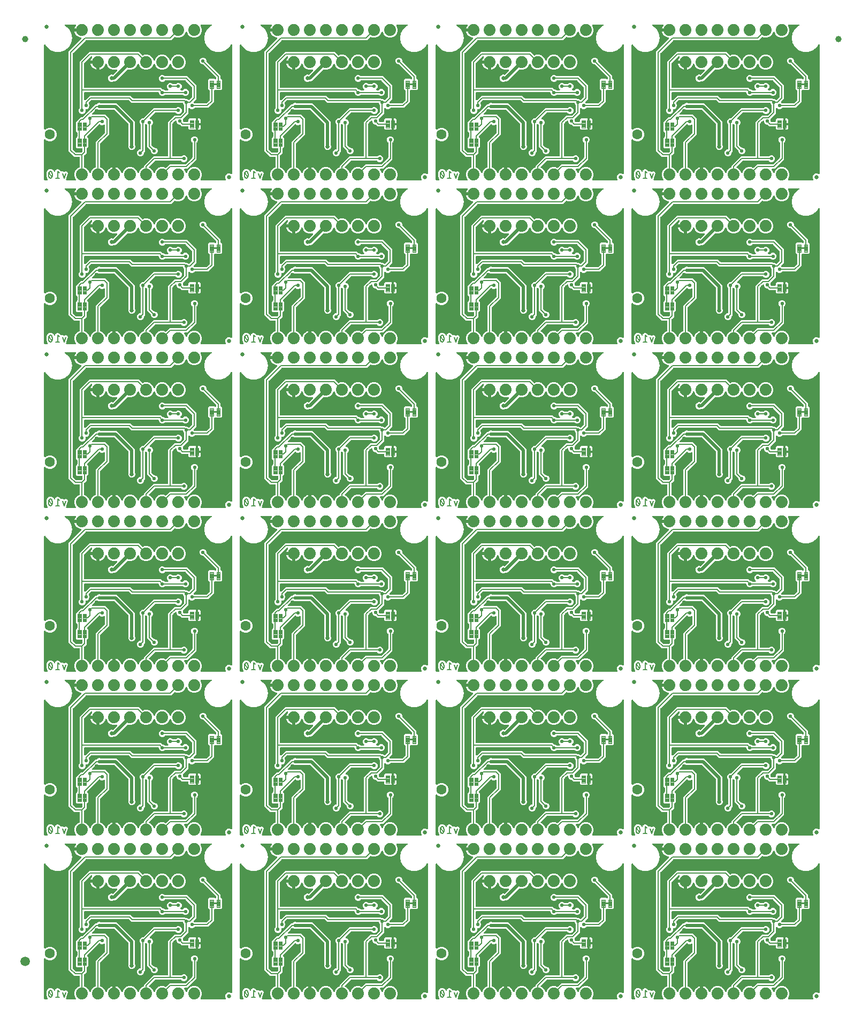
<source format=gbl>
G04 EAGLE Gerber RS-274X export*
G75*
%MOMM*%
%FSLAX34Y34*%
%LPD*%
%INBottom Copper*%
%IPPOS*%
%AMOC8*
5,1,8,0,0,1.08239X$1,22.5*%
G01*
%ADD10C,0.203200*%
%ADD11C,0.101600*%
%ADD12C,1.879600*%
%ADD13C,1.600000*%
%ADD14C,0.635000*%
%ADD15C,0.099059*%
%ADD16C,1.000000*%
%ADD17C,1.500000*%
%ADD18C,0.152400*%
%ADD19C,0.508000*%
%ADD20C,0.558800*%

G36*
X1219874Y780814D02*
X1219874Y780814D01*
X1220012Y780827D01*
X1220031Y780834D01*
X1220051Y780837D01*
X1220181Y780888D01*
X1220312Y780935D01*
X1220328Y780946D01*
X1220347Y780954D01*
X1220459Y781035D01*
X1220575Y781113D01*
X1220588Y781129D01*
X1220604Y781140D01*
X1220693Y781248D01*
X1220785Y781352D01*
X1220794Y781370D01*
X1220807Y781385D01*
X1220866Y781511D01*
X1220930Y781635D01*
X1220934Y781655D01*
X1220943Y781673D01*
X1220969Y781809D01*
X1220999Y781946D01*
X1220999Y781966D01*
X1221002Y781985D01*
X1220994Y782124D01*
X1220990Y782263D01*
X1220984Y782283D01*
X1220983Y782303D01*
X1220940Y782435D01*
X1220901Y782569D01*
X1220891Y782586D01*
X1220885Y782605D01*
X1220810Y782723D01*
X1220740Y782843D01*
X1220721Y782864D01*
X1220715Y782874D01*
X1220710Y782878D01*
X1219834Y784993D01*
X1219834Y787267D01*
X1220704Y789368D01*
X1222312Y790976D01*
X1224413Y791846D01*
X1226687Y791846D01*
X1228831Y790958D01*
X1228933Y790873D01*
X1228952Y790864D01*
X1228968Y790852D01*
X1229096Y790796D01*
X1229221Y790737D01*
X1229241Y790734D01*
X1229259Y790725D01*
X1229397Y790704D01*
X1229534Y790678D01*
X1229554Y790679D01*
X1229574Y790676D01*
X1229712Y790689D01*
X1229851Y790697D01*
X1229870Y790703D01*
X1229890Y790705D01*
X1230022Y790753D01*
X1230153Y790795D01*
X1230170Y790806D01*
X1230189Y790813D01*
X1230305Y790891D01*
X1230422Y790965D01*
X1230436Y790980D01*
X1230453Y790991D01*
X1230544Y791095D01*
X1230640Y791197D01*
X1230650Y791215D01*
X1230663Y791230D01*
X1230726Y791353D01*
X1230794Y791476D01*
X1230799Y791495D01*
X1230808Y791513D01*
X1230838Y791649D01*
X1230873Y791784D01*
X1230875Y791811D01*
X1230878Y791823D01*
X1230877Y791844D01*
X1230883Y791944D01*
X1230883Y994739D01*
X1230865Y994884D01*
X1230850Y995029D01*
X1230845Y995041D01*
X1230843Y995055D01*
X1230790Y995190D01*
X1230739Y995327D01*
X1230731Y995338D01*
X1230726Y995351D01*
X1230641Y995468D01*
X1230558Y995588D01*
X1230548Y995597D01*
X1230540Y995608D01*
X1230427Y995701D01*
X1230317Y995796D01*
X1230305Y995802D01*
X1230295Y995811D01*
X1230163Y995872D01*
X1230032Y995938D01*
X1230019Y995940D01*
X1230007Y995946D01*
X1229865Y995973D01*
X1229721Y996004D01*
X1229708Y996003D01*
X1229695Y996006D01*
X1229550Y995997D01*
X1229404Y995991D01*
X1229391Y995987D01*
X1229377Y995986D01*
X1229239Y995941D01*
X1229099Y995899D01*
X1229087Y995892D01*
X1229075Y995888D01*
X1228951Y995810D01*
X1228827Y995735D01*
X1228817Y995725D01*
X1228806Y995718D01*
X1228706Y995612D01*
X1228604Y995508D01*
X1228594Y995493D01*
X1228588Y995486D01*
X1228580Y995472D01*
X1228515Y995374D01*
X1226230Y991416D01*
X1220260Y986407D01*
X1212937Y983741D01*
X1205143Y983741D01*
X1197820Y986407D01*
X1191850Y991416D01*
X1187954Y998165D01*
X1186600Y1005840D01*
X1187954Y1013515D01*
X1191850Y1020264D01*
X1197853Y1025301D01*
X1197855Y1025302D01*
X1197905Y1025338D01*
X1197960Y1025367D01*
X1198033Y1025431D01*
X1198112Y1025488D01*
X1198151Y1025536D01*
X1198198Y1025578D01*
X1198253Y1025658D01*
X1198315Y1025733D01*
X1198341Y1025790D01*
X1198376Y1025841D01*
X1198409Y1025933D01*
X1198450Y1026021D01*
X1198462Y1026082D01*
X1198483Y1026141D01*
X1198492Y1026238D01*
X1198510Y1026334D01*
X1198506Y1026396D01*
X1198512Y1026457D01*
X1198496Y1026554D01*
X1198490Y1026651D01*
X1198471Y1026710D01*
X1198461Y1026771D01*
X1198422Y1026861D01*
X1198392Y1026953D01*
X1198359Y1027006D01*
X1198334Y1027063D01*
X1198274Y1027140D01*
X1198222Y1027222D01*
X1198177Y1027265D01*
X1198139Y1027314D01*
X1198062Y1027373D01*
X1197990Y1027440D01*
X1197936Y1027470D01*
X1197887Y1027508D01*
X1197797Y1027547D01*
X1197712Y1027594D01*
X1197652Y1027609D01*
X1197595Y1027634D01*
X1197498Y1027649D01*
X1197404Y1027673D01*
X1197300Y1027680D01*
X1197281Y1027683D01*
X1197269Y1027682D01*
X1197243Y1027683D01*
X1181745Y1027683D01*
X1181607Y1027666D01*
X1181468Y1027653D01*
X1181449Y1027646D01*
X1181429Y1027643D01*
X1181300Y1027592D01*
X1181169Y1027545D01*
X1181152Y1027534D01*
X1181134Y1027526D01*
X1181021Y1027445D01*
X1180906Y1027367D01*
X1180893Y1027351D01*
X1180876Y1027340D01*
X1180788Y1027232D01*
X1180696Y1027128D01*
X1180686Y1027110D01*
X1180674Y1027095D01*
X1180614Y1026969D01*
X1180551Y1026845D01*
X1180547Y1026825D01*
X1180538Y1026807D01*
X1180512Y1026671D01*
X1180481Y1026535D01*
X1180482Y1026514D01*
X1180478Y1026495D01*
X1180487Y1026356D01*
X1180491Y1026217D01*
X1180497Y1026197D01*
X1180498Y1026177D01*
X1180541Y1026045D01*
X1180579Y1025911D01*
X1180590Y1025894D01*
X1180596Y1025875D01*
X1180670Y1025757D01*
X1180741Y1025637D01*
X1180760Y1025616D01*
X1180766Y1025606D01*
X1180781Y1025592D01*
X1180847Y1025516D01*
X1181061Y1025303D01*
X1182879Y1020915D01*
X1182879Y1016165D01*
X1181061Y1011777D01*
X1177703Y1008419D01*
X1173315Y1006601D01*
X1168565Y1006601D01*
X1164177Y1008419D01*
X1160819Y1011777D01*
X1159413Y1015172D01*
X1159344Y1015293D01*
X1159279Y1015416D01*
X1159265Y1015431D01*
X1159255Y1015448D01*
X1159158Y1015548D01*
X1159065Y1015651D01*
X1159048Y1015662D01*
X1159034Y1015677D01*
X1158915Y1015750D01*
X1158799Y1015826D01*
X1158780Y1015832D01*
X1158763Y1015843D01*
X1158630Y1015884D01*
X1158498Y1015929D01*
X1158478Y1015931D01*
X1158459Y1015937D01*
X1158320Y1015943D01*
X1158181Y1015954D01*
X1158161Y1015951D01*
X1158141Y1015952D01*
X1158005Y1015924D01*
X1157868Y1015900D01*
X1157849Y1015892D01*
X1157830Y1015887D01*
X1157704Y1015826D01*
X1157578Y1015769D01*
X1157562Y1015757D01*
X1157544Y1015748D01*
X1157438Y1015657D01*
X1157330Y1015571D01*
X1157317Y1015555D01*
X1157302Y1015541D01*
X1157222Y1015428D01*
X1157138Y1015317D01*
X1157126Y1015291D01*
X1157119Y1015281D01*
X1157112Y1015262D01*
X1157067Y1015172D01*
X1155661Y1011777D01*
X1152303Y1008419D01*
X1147915Y1006601D01*
X1143165Y1006601D01*
X1140489Y1007710D01*
X1140460Y1007718D01*
X1140434Y1007731D01*
X1140307Y1007760D01*
X1140182Y1007794D01*
X1140152Y1007794D01*
X1140124Y1007801D01*
X1139994Y1007797D01*
X1139864Y1007799D01*
X1139835Y1007792D01*
X1139806Y1007791D01*
X1139681Y1007755D01*
X1139555Y1007725D01*
X1139529Y1007711D01*
X1139500Y1007703D01*
X1139389Y1007637D01*
X1139274Y1007576D01*
X1139252Y1007556D01*
X1139226Y1007541D01*
X1139106Y1007435D01*
X1136514Y1004844D01*
X1134208Y1002537D01*
X999707Y1002537D01*
X999609Y1002525D01*
X999510Y1002522D01*
X999452Y1002505D01*
X999392Y1002497D01*
X999300Y1002461D01*
X999205Y1002433D01*
X999152Y1002403D01*
X999096Y1002380D01*
X999016Y1002322D01*
X998931Y1002272D01*
X998855Y1002206D01*
X998839Y1002194D01*
X998831Y1002184D01*
X998810Y1002166D01*
X979085Y982441D01*
X979025Y982363D01*
X978957Y982291D01*
X978928Y982238D01*
X978890Y982190D01*
X978851Y982099D01*
X978803Y982012D01*
X978788Y981953D01*
X978764Y981898D01*
X978748Y981800D01*
X978724Y981704D01*
X978717Y981604D01*
X978714Y981584D01*
X978715Y981571D01*
X978714Y981543D01*
X978714Y830391D01*
X978726Y830293D01*
X978729Y830194D01*
X978746Y830136D01*
X978753Y830075D01*
X978790Y829983D01*
X978817Y829888D01*
X978848Y829836D01*
X978870Y829780D01*
X978929Y829700D01*
X978979Y829614D01*
X979045Y829539D01*
X979057Y829522D01*
X979067Y829515D01*
X979085Y829493D01*
X983544Y825034D01*
X983623Y824974D01*
X983695Y824906D01*
X983748Y824877D01*
X983796Y824839D01*
X983887Y824800D01*
X983973Y824752D01*
X984032Y824737D01*
X984088Y824713D01*
X984186Y824697D01*
X984281Y824673D01*
X984381Y824666D01*
X984402Y824663D01*
X984414Y824664D01*
X984442Y824663D01*
X991246Y824663D01*
X991344Y824675D01*
X991443Y824678D01*
X991502Y824695D01*
X991562Y824702D01*
X991654Y824739D01*
X991749Y824766D01*
X991801Y824797D01*
X991857Y824819D01*
X991937Y824878D01*
X992023Y824928D01*
X992098Y824994D01*
X992115Y825006D01*
X992123Y825016D01*
X992144Y825034D01*
X993530Y826420D01*
X993590Y826498D01*
X993658Y826570D01*
X993687Y826623D01*
X993724Y826671D01*
X993764Y826762D01*
X993812Y826849D01*
X993827Y826908D01*
X993851Y826963D01*
X993866Y827061D01*
X993891Y827157D01*
X993897Y827257D01*
X993901Y827277D01*
X993899Y827290D01*
X993901Y827318D01*
X993901Y830580D01*
X993886Y830698D01*
X993879Y830817D01*
X993866Y830855D01*
X993861Y830896D01*
X993818Y831006D01*
X993781Y831119D01*
X993759Y831154D01*
X993744Y831191D01*
X993675Y831287D01*
X993611Y831388D01*
X993581Y831416D01*
X993558Y831449D01*
X993466Y831525D01*
X993379Y831606D01*
X993344Y831626D01*
X993313Y831651D01*
X993205Y831702D01*
X993101Y831760D01*
X993061Y831770D01*
X993025Y831787D01*
X992908Y831809D01*
X992793Y831839D01*
X992733Y831843D01*
X992713Y831847D01*
X992692Y831845D01*
X992632Y831849D01*
X985146Y831849D01*
X983360Y833635D01*
X983360Y847845D01*
X985402Y849886D01*
X985462Y849964D01*
X985530Y850036D01*
X985559Y850089D01*
X985596Y850137D01*
X985636Y850228D01*
X985684Y850315D01*
X985699Y850374D01*
X985723Y850429D01*
X985738Y850527D01*
X985763Y850623D01*
X985769Y850723D01*
X985773Y850743D01*
X985771Y850756D01*
X985773Y850784D01*
X985773Y856096D01*
X985761Y856195D01*
X985758Y856294D01*
X985741Y856352D01*
X985733Y856412D01*
X985697Y856504D01*
X985669Y856599D01*
X985639Y856651D01*
X985616Y856708D01*
X985558Y856788D01*
X985508Y856873D01*
X985442Y856948D01*
X985430Y856965D01*
X985420Y856973D01*
X985402Y856994D01*
X983360Y859035D01*
X983360Y873245D01*
X985169Y875053D01*
X985202Y875063D01*
X985263Y875071D01*
X985355Y875107D01*
X985450Y875135D01*
X985502Y875165D01*
X985558Y875188D01*
X985638Y875246D01*
X985724Y875296D01*
X985799Y875362D01*
X985816Y875374D01*
X985823Y875384D01*
X985845Y875402D01*
X990858Y880416D01*
X992846Y880416D01*
X992945Y880428D01*
X993044Y880431D01*
X993102Y880448D01*
X993162Y880455D01*
X993254Y880492D01*
X993349Y880519D01*
X993401Y880550D01*
X993458Y880572D01*
X993538Y880631D01*
X993623Y880681D01*
X993698Y880747D01*
X993715Y880759D01*
X993723Y880769D01*
X993744Y880787D01*
X1014200Y901243D01*
X1016008Y901243D01*
X1016106Y901256D01*
X1016205Y901259D01*
X1016263Y901276D01*
X1016323Y901283D01*
X1016415Y901320D01*
X1016510Y901347D01*
X1016563Y901378D01*
X1016619Y901400D01*
X1016699Y901458D01*
X1016784Y901509D01*
X1016860Y901575D01*
X1016876Y901587D01*
X1016884Y901597D01*
X1016905Y901615D01*
X1017753Y902463D01*
X1019714Y903275D01*
X1021836Y903275D01*
X1022370Y903055D01*
X1022379Y903052D01*
X1022387Y903048D01*
X1022532Y903010D01*
X1022676Y902971D01*
X1022686Y902971D01*
X1022695Y902968D01*
X1022855Y902958D01*
X1047072Y902958D01*
X1048939Y902185D01*
X1050546Y900577D01*
X1050547Y900577D01*
X1074605Y876519D01*
X1074605Y876518D01*
X1076213Y874911D01*
X1076986Y873043D01*
X1076986Y837465D01*
X1076987Y837456D01*
X1076986Y837446D01*
X1077007Y837298D01*
X1077026Y837149D01*
X1077029Y837141D01*
X1077031Y837131D01*
X1077083Y836979D01*
X1077621Y835679D01*
X1077621Y833405D01*
X1076751Y831305D01*
X1075143Y829697D01*
X1073042Y828827D01*
X1070768Y828827D01*
X1068668Y829697D01*
X1067060Y831305D01*
X1066190Y833405D01*
X1066190Y835679D01*
X1066728Y836979D01*
X1066731Y836988D01*
X1066735Y836996D01*
X1066772Y837141D01*
X1066812Y837286D01*
X1066812Y837295D01*
X1066814Y837304D01*
X1066825Y837465D01*
X1066825Y869403D01*
X1066812Y869501D01*
X1066809Y869600D01*
X1066792Y869658D01*
X1066785Y869718D01*
X1066748Y869810D01*
X1066721Y869905D01*
X1066690Y869957D01*
X1066668Y870014D01*
X1066610Y870094D01*
X1066559Y870179D01*
X1066493Y870255D01*
X1066481Y870271D01*
X1066472Y870279D01*
X1066453Y870300D01*
X1044328Y892425D01*
X1044250Y892485D01*
X1044178Y892553D01*
X1044125Y892583D01*
X1044077Y892620D01*
X1043986Y892659D01*
X1043899Y892707D01*
X1043841Y892722D01*
X1043785Y892746D01*
X1043687Y892762D01*
X1043591Y892786D01*
X1043491Y892793D01*
X1043471Y892796D01*
X1043459Y892795D01*
X1043431Y892797D01*
X1022549Y892797D01*
X1022540Y892795D01*
X1022530Y892796D01*
X1022382Y892775D01*
X1022233Y892757D01*
X1022225Y892753D01*
X1022215Y892752D01*
X1022063Y892700D01*
X1021836Y892606D01*
X1019714Y892606D01*
X1017753Y893418D01*
X1017632Y893539D01*
X1017538Y893612D01*
X1017449Y893691D01*
X1017413Y893709D01*
X1017381Y893734D01*
X1017272Y893781D01*
X1017166Y893836D01*
X1017126Y893844D01*
X1017089Y893860D01*
X1016971Y893879D01*
X1016855Y893905D01*
X1016815Y893904D01*
X1016775Y893910D01*
X1016656Y893899D01*
X1016538Y893896D01*
X1016499Y893884D01*
X1016458Y893880D01*
X1016346Y893840D01*
X1016232Y893807D01*
X1016197Y893787D01*
X1016159Y893773D01*
X1016061Y893706D01*
X1015958Y893646D01*
X1015913Y893606D01*
X1015896Y893594D01*
X1015883Y893579D01*
X1015837Y893539D01*
X1009148Y886849D01*
X1009062Y886740D01*
X1008974Y886633D01*
X1008965Y886614D01*
X1008953Y886598D01*
X1008897Y886470D01*
X1008838Y886345D01*
X1008834Y886325D01*
X1008826Y886306D01*
X1008804Y886168D01*
X1008778Y886032D01*
X1008780Y886012D01*
X1008776Y885992D01*
X1008790Y885853D01*
X1008798Y885715D01*
X1008804Y885696D01*
X1008806Y885676D01*
X1008853Y885544D01*
X1008896Y885413D01*
X1008907Y885395D01*
X1008914Y885376D01*
X1008992Y885261D01*
X1009066Y885144D01*
X1009081Y885130D01*
X1009092Y885113D01*
X1009197Y885021D01*
X1009298Y884926D01*
X1009316Y884916D01*
X1009331Y884903D01*
X1009455Y884839D01*
X1009576Y884772D01*
X1009596Y884767D01*
X1009614Y884758D01*
X1009750Y884728D01*
X1009884Y884693D01*
X1009912Y884691D01*
X1009924Y884688D01*
X1009945Y884689D01*
X1010045Y884683D01*
X1030068Y884683D01*
X1035813Y878938D01*
X1035813Y853342D01*
X1022214Y839744D01*
X1022154Y839665D01*
X1022086Y839593D01*
X1022057Y839540D01*
X1022020Y839492D01*
X1021980Y839401D01*
X1021932Y839315D01*
X1021917Y839256D01*
X1021893Y839201D01*
X1021878Y839103D01*
X1021853Y839007D01*
X1021847Y838907D01*
X1021843Y838886D01*
X1021845Y838874D01*
X1021843Y838846D01*
X1021843Y802342D01*
X1021846Y802313D01*
X1021844Y802284D01*
X1021863Y802178D01*
X1021865Y802137D01*
X1021871Y802119D01*
X1021883Y802027D01*
X1021893Y801999D01*
X1021898Y801970D01*
X1021952Y801851D01*
X1022000Y801731D01*
X1022017Y801707D01*
X1022029Y801680D01*
X1022110Y801579D01*
X1022186Y801474D01*
X1022209Y801455D01*
X1022228Y801432D01*
X1022331Y801354D01*
X1022431Y801271D01*
X1022458Y801258D01*
X1022482Y801241D01*
X1022626Y801170D01*
X1025303Y800061D01*
X1028661Y796703D01*
X1030103Y793221D01*
X1030118Y793195D01*
X1030127Y793166D01*
X1030197Y793057D01*
X1030261Y792944D01*
X1030282Y792923D01*
X1030298Y792898D01*
X1030392Y792809D01*
X1030482Y792716D01*
X1030508Y792700D01*
X1030530Y792680D01*
X1030643Y792618D01*
X1030753Y792550D01*
X1030782Y792541D01*
X1030808Y792527D01*
X1030934Y792494D01*
X1031057Y792456D01*
X1031087Y792455D01*
X1031116Y792447D01*
X1031246Y792447D01*
X1031375Y792441D01*
X1031404Y792447D01*
X1031434Y792447D01*
X1031560Y792479D01*
X1031686Y792505D01*
X1031713Y792519D01*
X1031742Y792526D01*
X1031856Y792588D01*
X1031972Y792645D01*
X1031995Y792664D01*
X1032021Y792679D01*
X1032115Y792767D01*
X1032214Y792851D01*
X1032231Y792876D01*
X1032253Y792896D01*
X1032323Y793005D01*
X1032397Y793111D01*
X1032408Y793139D01*
X1032424Y793165D01*
X1032483Y793314D01*
X1032876Y794523D01*
X1033729Y796197D01*
X1034834Y797718D01*
X1036162Y799046D01*
X1037683Y800151D01*
X1039357Y801004D01*
X1041144Y801585D01*
X1041401Y801625D01*
X1041401Y791210D01*
X1041416Y791092D01*
X1041423Y790973D01*
X1041436Y790935D01*
X1041441Y790895D01*
X1041484Y790784D01*
X1041521Y790671D01*
X1041543Y790637D01*
X1041558Y790599D01*
X1041628Y790503D01*
X1041691Y790402D01*
X1041721Y790374D01*
X1041744Y790342D01*
X1041836Y790266D01*
X1041923Y790184D01*
X1041958Y790165D01*
X1041989Y790139D01*
X1042097Y790088D01*
X1042201Y790031D01*
X1042241Y790020D01*
X1042277Y790003D01*
X1042394Y789981D01*
X1042509Y789951D01*
X1042570Y789947D01*
X1042590Y789943D01*
X1042610Y789945D01*
X1042670Y789941D01*
X1045210Y789941D01*
X1045328Y789956D01*
X1045447Y789963D01*
X1045485Y789976D01*
X1045525Y789981D01*
X1045636Y790025D01*
X1045749Y790061D01*
X1045784Y790083D01*
X1045821Y790098D01*
X1045917Y790168D01*
X1046018Y790231D01*
X1046046Y790261D01*
X1046079Y790285D01*
X1046154Y790376D01*
X1046236Y790463D01*
X1046256Y790498D01*
X1046281Y790530D01*
X1046332Y790637D01*
X1046390Y790742D01*
X1046400Y790781D01*
X1046417Y790817D01*
X1046439Y790934D01*
X1046469Y791049D01*
X1046473Y791110D01*
X1046477Y791130D01*
X1046475Y791150D01*
X1046479Y791210D01*
X1046479Y801625D01*
X1046736Y801585D01*
X1048523Y801004D01*
X1050197Y800151D01*
X1051718Y799046D01*
X1053046Y797718D01*
X1054151Y796197D01*
X1055004Y794523D01*
X1055397Y793314D01*
X1055409Y793287D01*
X1055416Y793258D01*
X1055477Y793143D01*
X1055532Y793026D01*
X1055551Y793003D01*
X1055565Y792977D01*
X1055652Y792881D01*
X1055735Y792781D01*
X1055759Y792764D01*
X1055779Y792742D01*
X1055887Y792671D01*
X1055992Y792594D01*
X1056020Y792583D01*
X1056045Y792567D01*
X1056167Y792525D01*
X1056288Y792477D01*
X1056317Y792473D01*
X1056346Y792464D01*
X1056475Y792453D01*
X1056603Y792437D01*
X1056633Y792441D01*
X1056663Y792439D01*
X1056790Y792461D01*
X1056919Y792477D01*
X1056947Y792488D01*
X1056976Y792493D01*
X1057094Y792546D01*
X1057215Y792594D01*
X1057239Y792611D01*
X1057266Y792624D01*
X1057367Y792704D01*
X1057472Y792780D01*
X1057491Y792803D01*
X1057514Y792822D01*
X1057592Y792926D01*
X1057675Y793025D01*
X1057688Y793052D01*
X1057706Y793076D01*
X1057777Y793221D01*
X1059219Y796703D01*
X1062577Y800061D01*
X1066965Y801879D01*
X1071715Y801879D01*
X1076103Y800061D01*
X1079461Y796703D01*
X1080867Y793308D01*
X1080936Y793187D01*
X1081001Y793064D01*
X1081015Y793049D01*
X1081025Y793032D01*
X1081122Y792932D01*
X1081215Y792829D01*
X1081232Y792818D01*
X1081246Y792803D01*
X1081364Y792731D01*
X1081481Y792654D01*
X1081500Y792648D01*
X1081517Y792637D01*
X1081650Y792596D01*
X1081782Y792551D01*
X1081802Y792549D01*
X1081821Y792543D01*
X1081960Y792537D01*
X1082099Y792526D01*
X1082119Y792529D01*
X1082139Y792528D01*
X1082275Y792556D01*
X1082412Y792580D01*
X1082431Y792588D01*
X1082450Y792593D01*
X1082575Y792654D01*
X1082702Y792711D01*
X1082718Y792723D01*
X1082736Y792732D01*
X1082842Y792823D01*
X1082950Y792909D01*
X1082963Y792925D01*
X1082978Y792939D01*
X1083058Y793052D01*
X1083142Y793163D01*
X1083154Y793189D01*
X1083161Y793199D01*
X1083168Y793218D01*
X1083213Y793308D01*
X1084619Y796703D01*
X1087977Y800061D01*
X1090654Y801170D01*
X1090679Y801184D01*
X1090707Y801194D01*
X1090817Y801263D01*
X1090930Y801327D01*
X1090951Y801348D01*
X1090976Y801364D01*
X1091065Y801458D01*
X1091158Y801549D01*
X1091174Y801574D01*
X1091194Y801595D01*
X1091257Y801709D01*
X1091325Y801820D01*
X1091333Y801848D01*
X1091348Y801874D01*
X1091380Y802000D01*
X1091418Y802124D01*
X1091420Y802153D01*
X1091427Y802182D01*
X1091434Y802289D01*
X1091435Y802293D01*
X1091434Y802298D01*
X1091437Y802342D01*
X1091437Y804008D01*
X1106072Y818643D01*
X1128268Y818643D01*
X1128386Y818658D01*
X1128505Y818665D01*
X1128543Y818678D01*
X1128584Y818683D01*
X1128694Y818726D01*
X1128807Y818763D01*
X1128842Y818785D01*
X1128879Y818800D01*
X1128975Y818869D01*
X1129076Y818933D01*
X1129104Y818963D01*
X1129137Y818986D01*
X1129213Y819078D01*
X1129294Y819165D01*
X1129314Y819200D01*
X1129339Y819231D01*
X1129390Y819339D01*
X1129448Y819443D01*
X1129458Y819483D01*
X1129475Y819519D01*
X1129497Y819636D01*
X1129527Y819751D01*
X1129531Y819811D01*
X1129535Y819831D01*
X1129533Y819852D01*
X1129537Y819912D01*
X1129537Y873325D01*
X1139448Y883235D01*
X1147863Y883235D01*
X1147961Y883247D01*
X1148060Y883250D01*
X1148118Y883267D01*
X1148178Y883275D01*
X1148270Y883311D01*
X1148365Y883339D01*
X1148417Y883369D01*
X1148474Y883392D01*
X1148554Y883450D01*
X1148639Y883500D01*
X1148715Y883567D01*
X1148731Y883579D01*
X1148739Y883588D01*
X1148760Y883607D01*
X1154566Y889412D01*
X1154626Y889490D01*
X1154694Y889562D01*
X1154723Y889615D01*
X1154760Y889663D01*
X1154800Y889754D01*
X1154848Y889841D01*
X1154863Y889900D01*
X1154887Y889955D01*
X1154902Y890053D01*
X1154927Y890149D01*
X1154933Y890249D01*
X1154937Y890269D01*
X1154935Y890282D01*
X1154937Y890310D01*
X1154937Y899473D01*
X1154925Y899571D01*
X1154922Y899670D01*
X1154905Y899728D01*
X1154897Y899788D01*
X1154861Y899880D01*
X1154833Y899975D01*
X1154803Y900027D01*
X1154780Y900084D01*
X1154722Y900164D01*
X1154672Y900249D01*
X1154606Y900325D01*
X1154594Y900341D01*
X1154584Y900349D01*
X1154566Y900370D01*
X1153717Y901218D01*
X1152864Y903278D01*
X1152850Y903304D01*
X1152841Y903332D01*
X1152771Y903441D01*
X1152707Y903554D01*
X1152686Y903575D01*
X1152670Y903600D01*
X1152576Y903689D01*
X1152485Y903783D01*
X1152460Y903798D01*
X1152439Y903818D01*
X1152325Y903881D01*
X1152214Y903949D01*
X1152186Y903958D01*
X1152160Y903972D01*
X1152034Y904004D01*
X1151910Y904042D01*
X1151881Y904044D01*
X1151852Y904051D01*
X1151692Y904061D01*
X1071274Y904061D01*
X1067709Y907627D01*
X1067630Y907687D01*
X1067558Y907755D01*
X1067505Y907784D01*
X1067457Y907822D01*
X1067366Y907861D01*
X1067280Y907909D01*
X1067221Y907924D01*
X1067166Y907948D01*
X1067068Y907964D01*
X1066972Y907988D01*
X1066872Y907995D01*
X1066851Y907998D01*
X1066839Y907997D01*
X1066811Y907998D01*
X1008496Y907998D01*
X1008398Y907986D01*
X1008299Y907983D01*
X1008240Y907966D01*
X1008180Y907959D01*
X1008088Y907922D01*
X1007993Y907895D01*
X1007941Y907864D01*
X1007885Y907842D01*
X1007805Y907783D01*
X1007719Y907733D01*
X1007644Y907667D01*
X1007627Y907655D01*
X1007619Y907645D01*
X1007598Y907627D01*
X1004196Y904225D01*
X1004123Y904131D01*
X1004045Y904041D01*
X1004026Y904005D01*
X1004001Y903974D01*
X1003954Y903864D01*
X1003900Y903758D01*
X1003891Y903719D01*
X1003875Y903682D01*
X1003856Y903564D01*
X1003830Y903448D01*
X1003832Y903408D01*
X1003825Y903368D01*
X1003836Y903249D01*
X1003840Y903130D01*
X1003851Y903091D01*
X1003855Y903051D01*
X1003895Y902939D01*
X1003928Y902825D01*
X1003949Y902790D01*
X1003963Y902752D01*
X1004030Y902653D01*
X1004090Y902551D01*
X1004130Y902505D01*
X1004141Y902489D01*
X1004157Y902475D01*
X1004196Y902430D01*
X1004343Y902283D01*
X1005155Y900323D01*
X1005155Y898200D01*
X1004343Y896240D01*
X1002842Y894739D01*
X1000881Y893927D01*
X999744Y893927D01*
X999626Y893912D01*
X999507Y893905D01*
X999469Y893892D01*
X999428Y893887D01*
X999318Y893843D01*
X999205Y893807D01*
X999170Y893785D01*
X999133Y893770D01*
X999037Y893700D01*
X998936Y893636D01*
X998908Y893607D01*
X998875Y893583D01*
X998799Y893491D01*
X998718Y893405D01*
X998698Y893369D01*
X998673Y893338D01*
X998622Y893231D01*
X998564Y893126D01*
X998554Y893087D01*
X998537Y893050D01*
X998515Y892934D01*
X998485Y892818D01*
X998481Y892758D01*
X998477Y892738D01*
X998479Y892718D01*
X998475Y892658D01*
X998475Y890479D01*
X997663Y888518D01*
X996162Y887017D01*
X994201Y886205D01*
X992079Y886205D01*
X990118Y887017D01*
X988617Y888518D01*
X987805Y890479D01*
X987805Y892601D01*
X988617Y894562D01*
X989465Y895410D01*
X989526Y895488D01*
X989594Y895560D01*
X989617Y895601D01*
X989630Y895618D01*
X989636Y895630D01*
X989660Y895661D01*
X989700Y895752D01*
X989748Y895839D01*
X989763Y895897D01*
X989787Y895953D01*
X989802Y896051D01*
X989827Y896147D01*
X989833Y896247D01*
X989837Y896267D01*
X989835Y896279D01*
X989837Y896307D01*
X989837Y969108D01*
X1004472Y983743D01*
X1083408Y983743D01*
X1088306Y978845D01*
X1088329Y978827D01*
X1088348Y978805D01*
X1088454Y978730D01*
X1088557Y978650D01*
X1088584Y978639D01*
X1088608Y978622D01*
X1088729Y978576D01*
X1088849Y978524D01*
X1088878Y978519D01*
X1088905Y978509D01*
X1089034Y978494D01*
X1089163Y978474D01*
X1089192Y978477D01*
X1089222Y978474D01*
X1089350Y978492D01*
X1089479Y978504D01*
X1089507Y978514D01*
X1089536Y978518D01*
X1089689Y978570D01*
X1092365Y979679D01*
X1097115Y979679D01*
X1101503Y977861D01*
X1104861Y974503D01*
X1106267Y971108D01*
X1106336Y970987D01*
X1106401Y970864D01*
X1106415Y970849D01*
X1106425Y970832D01*
X1106522Y970732D01*
X1106615Y970629D01*
X1106632Y970618D01*
X1106646Y970603D01*
X1106764Y970531D01*
X1106881Y970454D01*
X1106900Y970448D01*
X1106917Y970437D01*
X1107050Y970396D01*
X1107182Y970351D01*
X1107202Y970349D01*
X1107221Y970343D01*
X1107360Y970337D01*
X1107499Y970326D01*
X1107519Y970329D01*
X1107539Y970328D01*
X1107675Y970356D01*
X1107812Y970380D01*
X1107831Y970388D01*
X1107850Y970392D01*
X1107975Y970454D01*
X1108102Y970511D01*
X1108118Y970523D01*
X1108136Y970532D01*
X1108242Y970623D01*
X1108350Y970709D01*
X1108363Y970725D01*
X1108378Y970739D01*
X1108458Y970852D01*
X1108542Y970963D01*
X1108554Y970989D01*
X1108561Y970999D01*
X1108568Y971018D01*
X1108613Y971108D01*
X1110019Y974503D01*
X1113377Y977861D01*
X1117765Y979679D01*
X1122515Y979679D01*
X1126903Y977861D01*
X1130261Y974503D01*
X1131667Y971108D01*
X1131736Y970987D01*
X1131801Y970864D01*
X1131815Y970849D01*
X1131825Y970832D01*
X1131922Y970732D01*
X1132015Y970629D01*
X1132032Y970618D01*
X1132046Y970603D01*
X1132164Y970531D01*
X1132281Y970454D01*
X1132300Y970448D01*
X1132317Y970437D01*
X1132450Y970396D01*
X1132582Y970351D01*
X1132602Y970349D01*
X1132621Y970343D01*
X1132760Y970337D01*
X1132899Y970326D01*
X1132919Y970329D01*
X1132939Y970328D01*
X1133075Y970356D01*
X1133212Y970380D01*
X1133231Y970388D01*
X1133250Y970392D01*
X1133375Y970454D01*
X1133502Y970511D01*
X1133518Y970523D01*
X1133536Y970532D01*
X1133642Y970623D01*
X1133750Y970709D01*
X1133763Y970725D01*
X1133778Y970739D01*
X1133858Y970852D01*
X1133942Y970963D01*
X1133954Y970989D01*
X1133961Y970999D01*
X1133968Y971018D01*
X1134013Y971108D01*
X1135419Y974503D01*
X1138777Y977861D01*
X1143165Y979679D01*
X1147915Y979679D01*
X1152303Y977861D01*
X1155661Y974503D01*
X1157479Y970115D01*
X1157479Y965365D01*
X1155661Y960977D01*
X1152303Y957619D01*
X1147915Y955801D01*
X1143165Y955801D01*
X1138777Y957619D01*
X1135419Y960977D01*
X1134013Y964372D01*
X1133944Y964493D01*
X1133879Y964616D01*
X1133865Y964631D01*
X1133855Y964648D01*
X1133758Y964748D01*
X1133665Y964851D01*
X1133648Y964862D01*
X1133634Y964877D01*
X1133515Y964949D01*
X1133399Y965026D01*
X1133380Y965032D01*
X1133363Y965043D01*
X1133230Y965084D01*
X1133098Y965129D01*
X1133078Y965131D01*
X1133059Y965137D01*
X1132920Y965143D01*
X1132781Y965154D01*
X1132761Y965151D01*
X1132741Y965152D01*
X1132605Y965124D01*
X1132468Y965100D01*
X1132449Y965092D01*
X1132430Y965088D01*
X1132304Y965026D01*
X1132178Y964969D01*
X1132162Y964957D01*
X1132144Y964948D01*
X1132038Y964857D01*
X1131930Y964771D01*
X1131917Y964755D01*
X1131902Y964741D01*
X1131822Y964628D01*
X1131738Y964517D01*
X1131726Y964491D01*
X1131719Y964481D01*
X1131712Y964462D01*
X1131667Y964372D01*
X1130261Y960977D01*
X1126903Y957619D01*
X1122515Y955801D01*
X1117765Y955801D01*
X1113377Y957619D01*
X1110019Y960977D01*
X1108613Y964372D01*
X1108544Y964493D01*
X1108479Y964616D01*
X1108465Y964631D01*
X1108455Y964648D01*
X1108358Y964748D01*
X1108265Y964851D01*
X1108248Y964862D01*
X1108234Y964877D01*
X1108115Y964949D01*
X1107999Y965026D01*
X1107980Y965032D01*
X1107963Y965043D01*
X1107830Y965084D01*
X1107698Y965129D01*
X1107678Y965131D01*
X1107659Y965137D01*
X1107520Y965143D01*
X1107381Y965154D01*
X1107361Y965151D01*
X1107341Y965152D01*
X1107205Y965124D01*
X1107068Y965100D01*
X1107049Y965092D01*
X1107030Y965088D01*
X1106904Y965026D01*
X1106778Y964969D01*
X1106762Y964957D01*
X1106744Y964948D01*
X1106638Y964857D01*
X1106530Y964771D01*
X1106517Y964755D01*
X1106502Y964741D01*
X1106422Y964628D01*
X1106338Y964517D01*
X1106326Y964491D01*
X1106319Y964481D01*
X1106312Y964462D01*
X1106267Y964372D01*
X1104861Y960977D01*
X1101503Y957619D01*
X1097115Y955801D01*
X1092365Y955801D01*
X1087977Y957619D01*
X1084619Y960977D01*
X1083213Y964372D01*
X1083144Y964493D01*
X1083079Y964616D01*
X1083065Y964631D01*
X1083055Y964648D01*
X1082958Y964748D01*
X1082865Y964851D01*
X1082848Y964862D01*
X1082834Y964877D01*
X1082715Y964949D01*
X1082599Y965026D01*
X1082580Y965032D01*
X1082563Y965043D01*
X1082430Y965084D01*
X1082298Y965129D01*
X1082278Y965131D01*
X1082259Y965137D01*
X1082120Y965143D01*
X1081981Y965154D01*
X1081961Y965151D01*
X1081941Y965152D01*
X1081805Y965124D01*
X1081668Y965100D01*
X1081649Y965092D01*
X1081630Y965088D01*
X1081504Y965026D01*
X1081378Y964969D01*
X1081362Y964957D01*
X1081344Y964948D01*
X1081238Y964857D01*
X1081130Y964771D01*
X1081117Y964755D01*
X1081102Y964741D01*
X1081022Y964628D01*
X1080938Y964517D01*
X1080926Y964491D01*
X1080919Y964481D01*
X1080912Y964462D01*
X1080867Y964372D01*
X1079461Y960977D01*
X1076103Y957619D01*
X1071715Y955801D01*
X1066965Y955801D01*
X1066121Y956151D01*
X1066092Y956159D01*
X1066066Y956172D01*
X1065939Y956201D01*
X1065814Y956235D01*
X1065784Y956236D01*
X1065756Y956242D01*
X1065626Y956238D01*
X1065496Y956240D01*
X1065467Y956233D01*
X1065438Y956232D01*
X1065313Y956196D01*
X1065187Y956166D01*
X1065161Y956152D01*
X1065132Y956144D01*
X1065020Y956078D01*
X1064906Y956017D01*
X1064884Y955997D01*
X1064858Y955982D01*
X1064737Y955876D01*
X1046970Y938109D01*
X1045103Y937335D01*
X1043154Y937335D01*
X1043145Y937334D01*
X1043136Y937335D01*
X1042987Y937314D01*
X1042838Y937296D01*
X1042830Y937292D01*
X1042821Y937291D01*
X1042668Y937239D01*
X1041369Y936700D01*
X1039095Y936700D01*
X1036994Y937571D01*
X1035386Y939179D01*
X1034516Y941279D01*
X1034516Y943553D01*
X1035386Y945654D01*
X1036994Y947262D01*
X1039095Y948132D01*
X1041369Y948132D01*
X1041472Y948089D01*
X1041500Y948081D01*
X1041527Y948068D01*
X1041653Y948039D01*
X1041779Y948005D01*
X1041808Y948005D01*
X1041837Y947998D01*
X1041967Y948002D01*
X1042097Y948000D01*
X1042125Y948007D01*
X1042155Y948008D01*
X1042280Y948044D01*
X1042406Y948074D01*
X1042432Y948088D01*
X1042460Y948096D01*
X1042572Y948162D01*
X1042687Y948223D01*
X1042709Y948243D01*
X1042734Y948258D01*
X1042855Y948364D01*
X1048593Y954102D01*
X1048636Y954157D01*
X1048686Y954205D01*
X1048733Y954282D01*
X1048788Y954353D01*
X1048815Y954417D01*
X1048852Y954477D01*
X1048878Y954562D01*
X1048914Y954645D01*
X1048925Y954714D01*
X1048945Y954781D01*
X1048950Y954870D01*
X1048964Y954959D01*
X1048957Y955029D01*
X1048961Y955098D01*
X1048942Y955186D01*
X1048934Y955276D01*
X1048910Y955341D01*
X1048896Y955410D01*
X1048857Y955490D01*
X1048826Y955575D01*
X1048787Y955633D01*
X1048757Y955695D01*
X1048698Y955764D01*
X1048648Y955838D01*
X1048595Y955884D01*
X1048550Y955937D01*
X1048477Y955989D01*
X1048409Y956049D01*
X1048347Y956080D01*
X1048290Y956120D01*
X1048206Y956152D01*
X1048126Y956193D01*
X1048058Y956208D01*
X1047993Y956233D01*
X1047903Y956243D01*
X1047816Y956263D01*
X1047746Y956261D01*
X1047677Y956268D01*
X1047588Y956256D01*
X1047498Y956253D01*
X1047431Y956234D01*
X1047362Y956224D01*
X1047209Y956172D01*
X1046315Y955801D01*
X1041565Y955801D01*
X1037177Y957619D01*
X1033819Y960977D01*
X1032377Y964459D01*
X1032362Y964485D01*
X1032353Y964514D01*
X1032283Y964623D01*
X1032219Y964736D01*
X1032198Y964757D01*
X1032182Y964782D01*
X1032088Y964871D01*
X1031998Y964964D01*
X1031972Y964980D01*
X1031950Y965000D01*
X1031837Y965063D01*
X1031727Y965130D01*
X1031698Y965139D01*
X1031672Y965153D01*
X1031546Y965186D01*
X1031423Y965224D01*
X1031393Y965225D01*
X1031364Y965233D01*
X1031234Y965233D01*
X1031105Y965239D01*
X1031076Y965233D01*
X1031046Y965233D01*
X1030920Y965201D01*
X1030794Y965175D01*
X1030767Y965162D01*
X1030738Y965154D01*
X1030624Y965092D01*
X1030508Y965035D01*
X1030485Y965016D01*
X1030459Y965001D01*
X1030365Y964913D01*
X1030266Y964829D01*
X1030249Y964804D01*
X1030227Y964784D01*
X1030157Y964675D01*
X1030083Y964569D01*
X1030072Y964541D01*
X1030056Y964515D01*
X1029997Y964366D01*
X1029866Y963962D01*
X1029865Y963962D01*
X1029865Y963961D01*
X1029604Y963157D01*
X1028751Y961483D01*
X1027646Y959962D01*
X1026318Y958634D01*
X1024797Y957529D01*
X1023123Y956676D01*
X1021336Y956095D01*
X1021079Y956055D01*
X1021079Y966470D01*
X1021064Y966588D01*
X1021057Y966707D01*
X1021044Y966745D01*
X1021039Y966785D01*
X1020996Y966896D01*
X1020959Y967009D01*
X1020937Y967043D01*
X1020922Y967081D01*
X1020852Y967177D01*
X1020789Y967278D01*
X1020759Y967306D01*
X1020735Y967338D01*
X1020644Y967414D01*
X1020557Y967496D01*
X1020522Y967515D01*
X1020491Y967541D01*
X1020383Y967592D01*
X1020279Y967649D01*
X1020239Y967660D01*
X1020203Y967677D01*
X1020086Y967699D01*
X1019971Y967729D01*
X1019910Y967733D01*
X1019890Y967737D01*
X1019870Y967735D01*
X1019810Y967739D01*
X1018539Y967739D01*
X1018539Y969010D01*
X1018524Y969128D01*
X1018517Y969247D01*
X1018504Y969285D01*
X1018499Y969325D01*
X1018455Y969436D01*
X1018419Y969549D01*
X1018397Y969584D01*
X1018382Y969621D01*
X1018312Y969717D01*
X1018249Y969818D01*
X1018219Y969846D01*
X1018195Y969879D01*
X1018104Y969954D01*
X1018017Y970036D01*
X1017982Y970056D01*
X1017950Y970081D01*
X1017843Y970132D01*
X1017738Y970190D01*
X1017699Y970200D01*
X1017663Y970217D01*
X1017546Y970239D01*
X1017431Y970269D01*
X1017370Y970273D01*
X1017350Y970277D01*
X1017330Y970275D01*
X1017270Y970279D01*
X1006855Y970279D01*
X1006895Y970536D01*
X1007476Y972323D01*
X1008329Y973997D01*
X1009146Y975122D01*
X1009165Y975157D01*
X1009191Y975187D01*
X1009242Y975296D01*
X1009299Y975401D01*
X1009309Y975439D01*
X1009326Y975475D01*
X1009349Y975593D01*
X1009379Y975709D01*
X1009379Y975748D01*
X1009386Y975788D01*
X1009379Y975907D01*
X1009379Y976027D01*
X1009369Y976065D01*
X1009366Y976105D01*
X1009330Y976218D01*
X1009300Y976335D01*
X1009281Y976370D01*
X1009268Y976407D01*
X1009204Y976509D01*
X1009147Y976613D01*
X1009120Y976642D01*
X1009098Y976676D01*
X1009011Y976758D01*
X1008929Y976845D01*
X1008896Y976867D01*
X1008867Y976894D01*
X1008762Y976952D01*
X1008661Y977016D01*
X1008623Y977028D01*
X1008588Y977048D01*
X1008472Y977077D01*
X1008358Y977115D01*
X1008319Y977117D01*
X1008280Y977127D01*
X1008119Y977137D01*
X1007734Y977137D01*
X1007636Y977125D01*
X1007537Y977122D01*
X1007478Y977105D01*
X1007418Y977097D01*
X1007326Y977061D01*
X1007231Y977033D01*
X1007179Y977003D01*
X1007123Y976980D01*
X1007043Y976922D01*
X1006957Y976872D01*
X1006882Y976806D01*
X1006865Y976794D01*
X1006857Y976784D01*
X1006836Y976766D01*
X996814Y966744D01*
X996754Y966665D01*
X996686Y966593D01*
X996657Y966540D01*
X996620Y966492D01*
X996580Y966401D01*
X996532Y966315D01*
X996517Y966256D01*
X996493Y966201D01*
X996478Y966103D01*
X996453Y966007D01*
X996447Y965907D01*
X996443Y965886D01*
X996445Y965874D01*
X996443Y965846D01*
X996443Y928243D01*
X996458Y928125D01*
X996465Y928006D01*
X996478Y927968D01*
X996483Y927927D01*
X996526Y927817D01*
X996563Y927704D01*
X996585Y927669D01*
X996600Y927632D01*
X996669Y927536D01*
X996733Y927435D01*
X996763Y927407D01*
X996786Y927374D01*
X996878Y927298D01*
X996965Y927217D01*
X997000Y927197D01*
X997031Y927172D01*
X997139Y927121D01*
X997243Y927063D01*
X997283Y927053D01*
X997319Y927036D01*
X997436Y927014D01*
X997551Y926984D01*
X997611Y926980D01*
X997631Y926976D01*
X997652Y926978D01*
X997712Y926974D01*
X1117876Y926974D01*
X1119307Y925542D01*
X1119386Y925481D01*
X1119458Y925414D01*
X1119511Y925384D01*
X1119559Y925347D01*
X1119650Y925308D01*
X1119736Y925260D01*
X1119795Y925245D01*
X1119851Y925221D01*
X1119949Y925205D01*
X1120044Y925181D01*
X1120144Y925174D01*
X1120165Y925171D01*
X1120177Y925172D01*
X1120205Y925170D01*
X1121404Y925170D01*
X1123365Y924358D01*
X1123959Y923764D01*
X1124037Y923703D01*
X1124110Y923636D01*
X1124163Y923606D01*
X1124210Y923569D01*
X1124301Y923530D01*
X1124388Y923482D01*
X1124447Y923467D01*
X1124502Y923443D01*
X1124600Y923427D01*
X1124696Y923403D01*
X1124796Y923396D01*
X1124816Y923393D01*
X1124829Y923394D01*
X1124857Y923392D01*
X1128479Y923392D01*
X1128617Y923410D01*
X1128755Y923423D01*
X1128774Y923430D01*
X1128795Y923432D01*
X1128924Y923483D01*
X1129055Y923530D01*
X1129072Y923542D01*
X1129090Y923549D01*
X1129203Y923631D01*
X1129318Y923709D01*
X1129331Y923724D01*
X1129348Y923736D01*
X1129436Y923843D01*
X1129528Y923947D01*
X1129537Y923965D01*
X1129550Y923981D01*
X1129610Y924107D01*
X1129673Y924231D01*
X1129677Y924250D01*
X1129686Y924269D01*
X1129712Y924405D01*
X1129743Y924541D01*
X1129742Y924561D01*
X1129746Y924581D01*
X1129737Y924719D01*
X1129733Y924859D01*
X1129727Y924878D01*
X1129726Y924898D01*
X1129683Y925030D01*
X1129644Y925164D01*
X1129634Y925182D01*
X1129628Y925201D01*
X1129553Y925319D01*
X1129483Y925438D01*
X1129464Y925459D01*
X1129458Y925470D01*
X1129443Y925484D01*
X1129376Y925559D01*
X1128317Y926618D01*
X1127505Y928579D01*
X1127505Y930701D01*
X1128317Y932662D01*
X1129818Y934163D01*
X1131779Y934975D01*
X1133901Y934975D01*
X1135862Y934163D01*
X1136710Y933314D01*
X1136788Y933254D01*
X1136860Y933186D01*
X1136913Y933157D01*
X1136961Y933120D01*
X1137052Y933080D01*
X1137139Y933032D01*
X1137197Y933017D01*
X1137253Y932993D01*
X1137351Y932978D01*
X1137447Y932953D01*
X1137547Y932947D01*
X1137567Y932943D01*
X1137579Y932945D01*
X1137607Y932943D01*
X1140773Y932943D01*
X1140871Y932955D01*
X1140970Y932958D01*
X1141028Y932975D01*
X1141088Y932983D01*
X1141180Y933019D01*
X1141275Y933047D01*
X1141327Y933077D01*
X1141384Y933100D01*
X1141464Y933158D01*
X1141549Y933208D01*
X1141625Y933274D01*
X1141641Y933286D01*
X1141649Y933296D01*
X1141670Y933314D01*
X1142518Y934163D01*
X1144479Y934975D01*
X1146601Y934975D01*
X1148562Y934163D01*
X1150063Y932662D01*
X1150875Y930701D01*
X1150875Y928579D01*
X1150063Y926618D01*
X1149004Y925559D01*
X1148919Y925450D01*
X1148830Y925342D01*
X1148821Y925324D01*
X1148809Y925308D01*
X1148753Y925180D01*
X1148694Y925054D01*
X1148690Y925035D01*
X1148682Y925016D01*
X1148660Y924878D01*
X1148634Y924742D01*
X1148636Y924722D01*
X1148632Y924702D01*
X1148645Y924563D01*
X1148654Y924425D01*
X1148660Y924405D01*
X1148662Y924385D01*
X1148709Y924254D01*
X1148752Y924122D01*
X1148763Y924105D01*
X1148770Y924086D01*
X1148848Y923971D01*
X1148922Y923853D01*
X1148937Y923840D01*
X1148948Y923823D01*
X1149052Y923731D01*
X1149154Y923636D01*
X1149172Y923626D01*
X1149187Y923612D01*
X1149310Y923549D01*
X1149432Y923482D01*
X1149452Y923477D01*
X1149470Y923468D01*
X1149606Y923437D01*
X1149740Y923403D01*
X1149768Y923401D01*
X1149780Y923398D01*
X1149801Y923399D01*
X1149901Y923392D01*
X1152152Y923392D01*
X1152250Y923405D01*
X1152349Y923408D01*
X1152407Y923425D01*
X1152467Y923432D01*
X1152559Y923469D01*
X1152654Y923496D01*
X1152707Y923527D01*
X1152763Y923549D01*
X1152843Y923607D01*
X1152928Y923658D01*
X1153004Y923724D01*
X1153020Y923736D01*
X1153028Y923745D01*
X1153049Y923764D01*
X1153897Y924612D01*
X1155858Y925424D01*
X1157980Y925424D01*
X1159941Y924612D01*
X1161442Y923111D01*
X1162254Y921151D01*
X1162254Y919028D01*
X1161442Y917068D01*
X1159941Y915567D01*
X1157980Y914755D01*
X1155858Y914755D01*
X1153897Y915567D01*
X1153049Y916415D01*
X1152971Y916476D01*
X1152899Y916544D01*
X1152846Y916573D01*
X1152798Y916610D01*
X1152707Y916649D01*
X1152620Y916697D01*
X1152562Y916712D01*
X1152506Y916736D01*
X1152408Y916752D01*
X1152312Y916777D01*
X1152212Y916783D01*
X1152192Y916786D01*
X1152180Y916785D01*
X1152152Y916787D01*
X1125365Y916787D01*
X1125266Y916774D01*
X1125167Y916771D01*
X1125109Y916755D01*
X1125049Y916747D01*
X1124957Y916711D01*
X1124862Y916683D01*
X1124810Y916652D01*
X1124753Y916630D01*
X1124673Y916572D01*
X1124588Y916522D01*
X1124513Y916455D01*
X1124496Y916443D01*
X1124488Y916434D01*
X1124467Y916415D01*
X1123365Y915313D01*
X1121404Y914501D01*
X1119282Y914501D01*
X1117321Y915313D01*
X1115821Y916814D01*
X1115008Y918774D01*
X1115008Y919099D01*
X1114994Y919217D01*
X1114986Y919336D01*
X1114974Y919374D01*
X1114969Y919415D01*
X1114925Y919525D01*
X1114888Y919638D01*
X1114866Y919673D01*
X1114852Y919710D01*
X1114782Y919806D01*
X1114718Y919907D01*
X1114688Y919935D01*
X1114665Y919968D01*
X1114573Y920044D01*
X1114486Y920125D01*
X1114451Y920145D01*
X1114420Y920170D01*
X1114312Y920221D01*
X1114208Y920279D01*
X1114169Y920289D01*
X1114132Y920306D01*
X1114015Y920328D01*
X1113900Y920358D01*
X1113840Y920362D01*
X1113820Y920366D01*
X1113799Y920364D01*
X1113739Y920368D01*
X997712Y920368D01*
X997594Y920353D01*
X997475Y920346D01*
X997437Y920333D01*
X997396Y920328D01*
X997286Y920285D01*
X997173Y920248D01*
X997138Y920226D01*
X997101Y920211D01*
X997005Y920142D01*
X996904Y920078D01*
X996876Y920048D01*
X996843Y920025D01*
X996767Y919933D01*
X996686Y919846D01*
X996666Y919811D01*
X996641Y919780D01*
X996590Y919672D01*
X996532Y919568D01*
X996522Y919528D01*
X996505Y919492D01*
X996483Y919375D01*
X996453Y919260D01*
X996449Y919200D01*
X996445Y919180D01*
X996447Y919159D01*
X996443Y919099D01*
X996443Y908877D01*
X996460Y908739D01*
X996473Y908601D01*
X996480Y908581D01*
X996483Y908561D01*
X996534Y908432D01*
X996581Y908301D01*
X996592Y908284D01*
X996600Y908266D01*
X996681Y908153D01*
X996759Y908038D01*
X996775Y908025D01*
X996786Y908008D01*
X996894Y907920D01*
X996998Y907828D01*
X997016Y907818D01*
X997031Y907806D01*
X997157Y907746D01*
X997281Y907683D01*
X997301Y907679D01*
X997319Y907670D01*
X997455Y907644D01*
X997591Y907613D01*
X997612Y907614D01*
X997631Y907610D01*
X997770Y907619D01*
X997909Y907623D01*
X997929Y907629D01*
X997949Y907630D01*
X998081Y907673D01*
X998215Y907711D01*
X998232Y907722D01*
X998251Y907728D01*
X998369Y907803D01*
X998489Y907873D01*
X998510Y907892D01*
X998520Y907898D01*
X998534Y907913D01*
X998609Y907979D01*
X1002928Y912297D01*
X1005234Y914604D01*
X1070073Y914604D01*
X1073638Y911039D01*
X1073717Y910978D01*
X1073789Y910910D01*
X1073842Y910881D01*
X1073890Y910844D01*
X1073981Y910804D01*
X1074067Y910757D01*
X1074126Y910741D01*
X1074181Y910717D01*
X1074279Y910702D01*
X1074375Y910677D01*
X1074475Y910671D01*
X1074496Y910668D01*
X1074508Y910669D01*
X1074536Y910667D01*
X1156484Y910667D01*
X1157204Y909946D01*
X1157283Y909886D01*
X1157355Y909818D01*
X1157408Y909789D01*
X1157456Y909752D01*
X1157547Y909712D01*
X1157633Y909664D01*
X1157692Y909649D01*
X1157747Y909625D01*
X1157845Y909610D01*
X1157941Y909585D01*
X1158041Y909579D01*
X1158062Y909575D01*
X1158074Y909577D01*
X1158102Y909575D01*
X1159301Y909575D01*
X1161262Y908763D01*
X1161611Y908413D01*
X1161706Y908340D01*
X1161795Y908261D01*
X1161831Y908243D01*
X1161863Y908218D01*
X1161972Y908171D01*
X1162078Y908117D01*
X1162117Y908108D01*
X1162155Y908092D01*
X1162272Y908073D01*
X1162388Y908047D01*
X1162429Y908048D01*
X1162469Y908042D01*
X1162587Y908053D01*
X1162706Y908057D01*
X1162745Y908068D01*
X1162785Y908072D01*
X1162897Y908112D01*
X1163012Y908145D01*
X1163046Y908166D01*
X1163085Y908179D01*
X1163183Y908246D01*
X1163286Y908307D01*
X1163331Y908346D01*
X1163348Y908358D01*
X1163361Y908373D01*
X1163406Y908413D01*
X1167266Y912272D01*
X1167326Y912350D01*
X1167394Y912422D01*
X1167423Y912475D01*
X1167460Y912523D01*
X1167500Y912614D01*
X1167548Y912701D01*
X1167563Y912760D01*
X1167587Y912815D01*
X1167602Y912913D01*
X1167627Y913009D01*
X1167633Y913109D01*
X1167637Y913129D01*
X1167635Y913142D01*
X1167637Y913170D01*
X1167637Y927746D01*
X1167625Y927844D01*
X1167622Y927943D01*
X1167605Y928002D01*
X1167597Y928062D01*
X1167561Y928154D01*
X1167533Y928249D01*
X1167503Y928301D01*
X1167480Y928357D01*
X1167422Y928437D01*
X1167372Y928523D01*
X1167306Y928598D01*
X1167294Y928615D01*
X1167284Y928623D01*
X1167266Y928644D01*
X1157244Y938666D01*
X1157165Y938726D01*
X1157093Y938794D01*
X1157040Y938823D01*
X1156992Y938860D01*
X1156901Y938900D01*
X1156815Y938948D01*
X1156756Y938963D01*
X1156701Y938987D01*
X1156603Y939002D01*
X1156507Y939027D01*
X1156407Y939033D01*
X1156386Y939037D01*
X1156374Y939035D01*
X1156346Y939037D01*
X1124907Y939037D01*
X1124809Y939025D01*
X1124710Y939022D01*
X1124652Y939005D01*
X1124592Y938997D01*
X1124500Y938961D01*
X1124405Y938933D01*
X1124353Y938903D01*
X1124296Y938880D01*
X1124216Y938822D01*
X1124131Y938772D01*
X1124055Y938706D01*
X1124039Y938694D01*
X1124031Y938684D01*
X1124010Y938666D01*
X1123162Y937817D01*
X1121201Y937005D01*
X1119079Y937005D01*
X1117118Y937817D01*
X1115617Y939318D01*
X1114805Y941279D01*
X1114805Y943401D01*
X1115617Y945362D01*
X1117118Y946863D01*
X1119079Y947675D01*
X1121201Y947675D01*
X1123162Y946863D01*
X1124010Y946014D01*
X1124088Y945954D01*
X1124160Y945886D01*
X1124213Y945857D01*
X1124261Y945820D01*
X1124352Y945780D01*
X1124439Y945732D01*
X1124497Y945717D01*
X1124553Y945693D01*
X1124651Y945678D01*
X1124747Y945653D01*
X1124847Y945647D01*
X1124867Y945643D01*
X1124879Y945645D01*
X1124907Y945643D01*
X1159608Y945643D01*
X1174243Y931008D01*
X1174243Y909908D01*
X1169982Y905647D01*
X1169909Y905553D01*
X1169830Y905464D01*
X1169812Y905428D01*
X1169787Y905396D01*
X1169740Y905287D01*
X1169686Y905181D01*
X1169677Y905141D01*
X1169661Y905104D01*
X1169642Y904986D01*
X1169616Y904870D01*
X1169617Y904830D01*
X1169611Y904790D01*
X1169622Y904671D01*
X1169626Y904553D01*
X1169637Y904514D01*
X1169641Y904473D01*
X1169681Y904361D01*
X1169714Y904247D01*
X1169735Y904212D01*
X1169748Y904174D01*
X1169815Y904076D01*
X1169876Y903973D01*
X1169916Y903928D01*
X1169927Y903911D01*
X1169942Y903898D01*
X1169982Y903852D01*
X1171000Y902834D01*
X1171078Y902774D01*
X1171150Y902706D01*
X1171203Y902677D01*
X1171251Y902640D01*
X1171342Y902600D01*
X1171429Y902552D01*
X1171487Y902537D01*
X1171543Y902513D01*
X1171641Y902498D01*
X1171737Y902473D01*
X1171837Y902467D01*
X1171857Y902463D01*
X1171869Y902465D01*
X1171897Y902463D01*
X1189366Y902463D01*
X1189464Y902475D01*
X1189563Y902478D01*
X1189622Y902495D01*
X1189682Y902503D01*
X1189774Y902539D01*
X1189869Y902567D01*
X1189921Y902597D01*
X1189977Y902620D01*
X1190057Y902678D01*
X1190143Y902728D01*
X1190218Y902794D01*
X1190235Y902806D01*
X1190243Y902816D01*
X1190264Y902834D01*
X1194850Y907421D01*
X1194911Y907499D01*
X1194978Y907571D01*
X1195008Y907624D01*
X1195045Y907672D01*
X1195084Y907763D01*
X1195132Y907850D01*
X1195147Y907908D01*
X1195171Y907964D01*
X1195187Y908062D01*
X1195211Y908158D01*
X1195218Y908258D01*
X1195221Y908278D01*
X1195220Y908290D01*
X1195222Y908318D01*
X1195222Y922528D01*
X1195207Y922646D01*
X1195199Y922765D01*
X1195187Y922803D01*
X1195182Y922844D01*
X1195138Y922954D01*
X1195101Y923067D01*
X1195080Y923102D01*
X1195065Y923139D01*
X1194995Y923235D01*
X1194931Y923336D01*
X1194902Y923364D01*
X1194878Y923397D01*
X1194786Y923473D01*
X1194764Y923494D01*
X1192682Y925576D01*
X1192682Y939800D01*
X1194460Y941579D01*
X1202589Y941579D01*
X1202834Y941334D01*
X1202928Y941260D01*
X1203017Y941182D01*
X1203053Y941163D01*
X1203085Y941139D01*
X1203194Y941091D01*
X1203300Y941037D01*
X1203340Y941028D01*
X1203377Y941012D01*
X1203495Y940994D01*
X1203611Y940967D01*
X1203651Y940969D01*
X1203691Y940962D01*
X1203810Y940974D01*
X1203929Y940977D01*
X1203967Y940988D01*
X1204008Y940992D01*
X1204120Y941032D01*
X1204234Y941066D01*
X1204269Y941086D01*
X1204307Y941100D01*
X1204405Y941167D01*
X1204508Y941227D01*
X1204553Y941267D01*
X1204570Y941278D01*
X1204584Y941294D01*
X1204629Y941333D01*
X1205148Y941852D01*
X1205175Y941869D01*
X1205202Y941899D01*
X1205235Y941922D01*
X1205311Y942014D01*
X1205392Y942101D01*
X1205412Y942136D01*
X1205438Y942167D01*
X1205489Y942275D01*
X1205546Y942379D01*
X1205556Y942419D01*
X1205573Y942455D01*
X1205596Y942572D01*
X1205625Y942687D01*
X1205629Y942747D01*
X1205633Y942767D01*
X1205632Y942788D01*
X1205636Y942848D01*
X1205636Y943520D01*
X1205623Y943618D01*
X1205620Y943717D01*
X1205603Y943775D01*
X1205596Y943835D01*
X1205559Y943927D01*
X1205532Y944022D01*
X1205501Y944074D01*
X1205479Y944131D01*
X1205421Y944211D01*
X1205370Y944296D01*
X1205304Y944372D01*
X1205292Y944388D01*
X1205283Y944396D01*
X1205264Y944417D01*
X1185565Y964116D01*
X1185486Y964177D01*
X1185414Y964245D01*
X1185361Y964274D01*
X1185313Y964311D01*
X1185222Y964351D01*
X1185136Y964398D01*
X1185077Y964413D01*
X1185022Y964438D01*
X1184924Y964453D01*
X1184828Y964478D01*
X1184728Y964484D01*
X1184707Y964487D01*
X1184695Y964486D01*
X1184667Y964488D01*
X1183468Y964488D01*
X1181507Y965300D01*
X1180006Y966801D01*
X1179194Y968762D01*
X1179194Y970884D01*
X1180006Y972845D01*
X1181507Y974345D01*
X1183468Y975158D01*
X1185590Y975158D01*
X1187551Y974345D01*
X1189052Y972845D01*
X1189864Y970884D01*
X1189864Y969685D01*
X1189876Y969586D01*
X1189879Y969487D01*
X1189896Y969429D01*
X1189904Y969369D01*
X1189940Y969277D01*
X1189968Y969182D01*
X1189998Y969130D01*
X1190021Y969073D01*
X1190079Y968993D01*
X1190129Y968908D01*
X1190195Y968833D01*
X1190207Y968816D01*
X1190217Y968808D01*
X1190235Y968787D01*
X1212241Y946781D01*
X1212241Y942848D01*
X1212256Y942730D01*
X1212263Y942611D01*
X1212276Y942573D01*
X1212281Y942532D01*
X1212325Y942422D01*
X1212361Y942309D01*
X1212383Y942274D01*
X1212398Y942237D01*
X1212468Y942141D01*
X1212532Y942040D01*
X1212561Y942012D01*
X1212585Y941979D01*
X1212677Y941903D01*
X1212699Y941882D01*
X1214781Y939800D01*
X1214781Y925576D01*
X1213003Y923797D01*
X1204874Y923797D01*
X1204629Y924043D01*
X1204535Y924116D01*
X1204446Y924194D01*
X1204410Y924213D01*
X1204378Y924237D01*
X1204268Y924285D01*
X1204162Y924339D01*
X1204123Y924348D01*
X1204086Y924364D01*
X1203968Y924382D01*
X1203852Y924409D01*
X1203812Y924407D01*
X1203772Y924414D01*
X1203653Y924402D01*
X1203534Y924399D01*
X1203495Y924388D01*
X1203455Y924384D01*
X1203343Y924343D01*
X1203229Y924310D01*
X1203194Y924290D01*
X1203156Y924276D01*
X1203057Y924209D01*
X1202955Y924149D01*
X1202909Y924109D01*
X1202893Y924098D01*
X1202879Y924082D01*
X1202834Y924042D01*
X1202315Y923524D01*
X1202288Y923507D01*
X1202261Y923477D01*
X1202228Y923454D01*
X1202152Y923362D01*
X1202070Y923275D01*
X1202051Y923240D01*
X1202025Y923209D01*
X1201974Y923101D01*
X1201917Y922997D01*
X1201907Y922957D01*
X1201889Y922921D01*
X1201867Y922804D01*
X1201837Y922689D01*
X1201834Y922629D01*
X1201830Y922609D01*
X1201831Y922588D01*
X1201827Y922528D01*
X1201827Y905056D01*
X1192628Y895857D01*
X1171897Y895857D01*
X1171799Y895845D01*
X1171700Y895842D01*
X1171642Y895825D01*
X1171582Y895817D01*
X1171490Y895781D01*
X1171395Y895753D01*
X1171343Y895723D01*
X1171286Y895700D01*
X1171206Y895642D01*
X1171121Y895592D01*
X1171045Y895526D01*
X1171029Y895514D01*
X1171021Y895504D01*
X1171000Y895486D01*
X1170152Y894637D01*
X1168191Y893825D01*
X1166069Y893825D01*
X1164108Y894637D01*
X1163710Y895036D01*
X1163600Y895121D01*
X1163493Y895210D01*
X1163474Y895219D01*
X1163458Y895231D01*
X1163330Y895286D01*
X1163205Y895346D01*
X1163185Y895349D01*
X1163166Y895357D01*
X1163028Y895379D01*
X1162892Y895405D01*
X1162872Y895404D01*
X1162852Y895407D01*
X1162713Y895394D01*
X1162575Y895386D01*
X1162556Y895379D01*
X1162536Y895377D01*
X1162405Y895330D01*
X1162273Y895288D01*
X1162255Y895277D01*
X1162236Y895270D01*
X1162122Y895192D01*
X1162004Y895117D01*
X1161990Y895103D01*
X1161973Y895091D01*
X1161881Y894987D01*
X1161786Y894886D01*
X1161776Y894868D01*
X1161763Y894853D01*
X1161700Y894729D01*
X1161632Y894607D01*
X1161627Y894588D01*
X1161618Y894570D01*
X1161588Y894434D01*
X1161553Y894299D01*
X1161551Y894271D01*
X1161548Y894259D01*
X1161549Y894239D01*
X1161543Y894139D01*
X1161543Y887048D01*
X1153431Y878936D01*
X1153030Y878535D01*
X1153012Y878511D01*
X1152989Y878492D01*
X1152914Y878386D01*
X1152835Y878283D01*
X1152823Y878256D01*
X1152806Y878232D01*
X1152760Y878111D01*
X1152708Y877992D01*
X1152704Y877963D01*
X1152693Y877935D01*
X1152679Y877806D01*
X1152659Y877678D01*
X1152661Y877648D01*
X1152658Y877619D01*
X1152676Y877490D01*
X1152688Y877361D01*
X1152698Y877333D01*
X1152702Y877304D01*
X1152755Y877151D01*
X1153415Y875558D01*
X1153415Y874649D01*
X1153430Y874531D01*
X1153437Y874412D01*
X1153450Y874374D01*
X1153455Y874333D01*
X1153498Y874223D01*
X1153535Y874110D01*
X1153557Y874075D01*
X1153572Y874038D01*
X1153641Y873942D01*
X1153705Y873841D01*
X1153735Y873813D01*
X1153758Y873780D01*
X1153850Y873704D01*
X1153937Y873623D01*
X1153972Y873603D01*
X1154003Y873578D01*
X1154111Y873527D01*
X1154215Y873469D01*
X1154255Y873459D01*
X1154291Y873442D01*
X1154408Y873420D01*
X1154523Y873390D01*
X1154583Y873386D01*
X1154603Y873382D01*
X1154624Y873384D01*
X1154684Y873380D01*
X1160043Y873380D01*
X1160162Y873395D01*
X1160280Y873402D01*
X1160319Y873415D01*
X1160359Y873420D01*
X1160470Y873463D01*
X1160583Y873500D01*
X1160617Y873522D01*
X1160655Y873537D01*
X1160751Y873606D01*
X1160852Y873670D01*
X1160879Y873700D01*
X1160912Y873723D01*
X1160988Y873815D01*
X1161069Y873902D01*
X1161089Y873937D01*
X1161115Y873968D01*
X1161166Y874076D01*
X1161223Y874180D01*
X1161233Y874220D01*
X1161250Y874256D01*
X1161273Y874373D01*
X1161302Y874488D01*
X1161306Y874548D01*
X1161310Y874568D01*
X1161309Y874589D01*
X1161313Y874649D01*
X1161313Y877182D01*
X1163099Y878968D01*
X1171106Y878968D01*
X1171120Y878960D01*
X1171172Y878947D01*
X1171222Y878926D01*
X1171326Y878909D01*
X1171429Y878884D01*
X1171483Y878884D01*
X1171536Y878876D01*
X1171641Y878886D01*
X1171747Y878887D01*
X1171831Y878904D01*
X1171852Y878906D01*
X1171867Y878911D01*
X1171905Y878919D01*
X1172088Y878968D01*
X1173570Y878968D01*
X1173570Y870395D01*
X1173585Y870276D01*
X1173592Y870158D01*
X1173604Y870119D01*
X1173609Y870079D01*
X1173615Y870065D01*
X1173610Y870035D01*
X1173580Y869920D01*
X1173576Y869860D01*
X1173572Y869840D01*
X1173573Y869819D01*
X1173570Y869759D01*
X1173570Y861186D01*
X1172088Y861186D01*
X1171905Y861235D01*
X1171800Y861250D01*
X1171697Y861273D01*
X1171643Y861271D01*
X1171590Y861279D01*
X1171485Y861266D01*
X1171379Y861263D01*
X1171327Y861248D01*
X1171274Y861242D01*
X1171175Y861204D01*
X1171113Y861186D01*
X1163099Y861186D01*
X1161313Y862972D01*
X1161313Y865505D01*
X1161298Y865623D01*
X1161290Y865742D01*
X1161278Y865780D01*
X1161273Y865821D01*
X1161229Y865931D01*
X1161192Y866044D01*
X1161171Y866079D01*
X1161156Y866116D01*
X1161086Y866212D01*
X1161022Y866313D01*
X1160993Y866341D01*
X1160969Y866374D01*
X1160877Y866450D01*
X1160791Y866531D01*
X1160755Y866551D01*
X1160724Y866576D01*
X1160616Y866627D01*
X1160512Y866685D01*
X1160473Y866695D01*
X1160436Y866712D01*
X1160319Y866734D01*
X1160204Y866764D01*
X1160144Y866768D01*
X1160124Y866772D01*
X1160104Y866770D01*
X1160043Y866774D01*
X1151132Y866774D01*
X1149116Y868790D01*
X1149037Y868851D01*
X1148965Y868919D01*
X1148912Y868948D01*
X1148864Y868985D01*
X1148773Y869024D01*
X1148687Y869072D01*
X1148628Y869087D01*
X1148573Y869111D01*
X1148475Y869127D01*
X1148379Y869152D01*
X1148279Y869158D01*
X1148258Y869161D01*
X1148246Y869160D01*
X1148218Y869162D01*
X1147019Y869162D01*
X1145058Y869974D01*
X1143557Y871475D01*
X1142745Y873435D01*
X1142745Y874127D01*
X1142728Y874264D01*
X1142715Y874403D01*
X1142708Y874422D01*
X1142705Y874442D01*
X1142654Y874571D01*
X1142607Y874702D01*
X1142596Y874719D01*
X1142588Y874738D01*
X1142507Y874851D01*
X1142429Y874966D01*
X1142413Y874979D01*
X1142402Y874995D01*
X1142294Y875084D01*
X1142190Y875176D01*
X1142172Y875185D01*
X1142157Y875198D01*
X1142031Y875257D01*
X1141907Y875321D01*
X1141887Y875325D01*
X1141869Y875334D01*
X1141733Y875360D01*
X1141597Y875390D01*
X1141576Y875390D01*
X1141557Y875394D01*
X1141418Y875385D01*
X1141279Y875381D01*
X1141259Y875375D01*
X1141239Y875374D01*
X1141107Y875331D01*
X1140973Y875292D01*
X1140956Y875282D01*
X1140937Y875276D01*
X1140819Y875201D01*
X1140699Y875131D01*
X1140678Y875112D01*
X1140668Y875106D01*
X1140654Y875091D01*
X1140579Y875024D01*
X1136514Y870960D01*
X1136454Y870882D01*
X1136386Y870810D01*
X1136357Y870757D01*
X1136320Y870709D01*
X1136280Y870618D01*
X1136232Y870531D01*
X1136217Y870473D01*
X1136193Y870417D01*
X1136178Y870319D01*
X1136153Y870223D01*
X1136147Y870123D01*
X1136143Y870103D01*
X1136145Y870091D01*
X1136143Y870063D01*
X1136143Y819912D01*
X1136158Y819794D01*
X1136165Y819675D01*
X1136178Y819637D01*
X1136183Y819596D01*
X1136226Y819486D01*
X1136263Y819373D01*
X1136285Y819338D01*
X1136300Y819301D01*
X1136369Y819205D01*
X1136433Y819104D01*
X1136463Y819076D01*
X1136486Y819043D01*
X1136578Y818967D01*
X1136665Y818886D01*
X1136700Y818866D01*
X1136731Y818841D01*
X1136839Y818790D01*
X1136943Y818732D01*
X1136983Y818722D01*
X1137019Y818705D01*
X1137136Y818683D01*
X1137251Y818653D01*
X1137311Y818649D01*
X1137331Y818645D01*
X1137352Y818647D01*
X1137412Y818643D01*
X1149688Y818643D01*
X1149786Y818655D01*
X1149885Y818658D01*
X1149943Y818675D01*
X1150003Y818683D01*
X1150096Y818719D01*
X1150191Y818747D01*
X1150243Y818777D01*
X1150299Y818800D01*
X1150379Y818858D01*
X1150465Y818908D01*
X1150540Y818974D01*
X1150557Y818986D01*
X1150564Y818996D01*
X1150585Y819014D01*
X1151434Y819863D01*
X1153394Y820675D01*
X1155517Y820675D01*
X1157477Y819863D01*
X1158978Y818362D01*
X1159790Y816401D01*
X1159790Y814279D01*
X1158978Y812318D01*
X1157477Y810817D01*
X1155517Y810005D01*
X1153394Y810005D01*
X1151434Y810817D01*
X1150585Y811666D01*
X1150507Y811726D01*
X1150435Y811794D01*
X1150382Y811823D01*
X1150334Y811860D01*
X1150243Y811900D01*
X1150157Y811948D01*
X1150098Y811963D01*
X1150042Y811987D01*
X1149944Y812002D01*
X1149849Y812027D01*
X1149749Y812033D01*
X1149728Y812037D01*
X1149716Y812035D01*
X1149688Y812037D01*
X1109334Y812037D01*
X1109236Y812025D01*
X1109137Y812022D01*
X1109078Y812005D01*
X1109018Y811997D01*
X1108926Y811961D01*
X1108831Y811933D01*
X1108779Y811903D01*
X1108723Y811880D01*
X1108643Y811822D01*
X1108557Y811772D01*
X1108482Y811706D01*
X1108465Y811694D01*
X1108457Y811684D01*
X1108436Y811666D01*
X1099543Y802772D01*
X1099513Y802733D01*
X1099476Y802700D01*
X1099416Y802608D01*
X1099348Y802521D01*
X1099328Y802475D01*
X1099301Y802434D01*
X1099266Y802330D01*
X1099222Y802229D01*
X1099214Y802180D01*
X1099198Y802133D01*
X1099189Y802024D01*
X1099172Y801915D01*
X1099177Y801866D01*
X1099173Y801816D01*
X1099192Y801708D01*
X1099202Y801599D01*
X1099219Y801552D01*
X1099227Y801503D01*
X1099272Y801403D01*
X1099309Y801299D01*
X1099337Y801258D01*
X1099358Y801213D01*
X1099426Y801127D01*
X1099488Y801036D01*
X1099525Y801003D01*
X1099556Y800964D01*
X1099644Y800898D01*
X1099726Y800826D01*
X1099771Y800803D01*
X1099810Y800773D01*
X1099955Y800702D01*
X1101503Y800061D01*
X1104861Y796703D01*
X1106267Y793308D01*
X1106336Y793187D01*
X1106401Y793064D01*
X1106415Y793049D01*
X1106425Y793032D01*
X1106522Y792932D01*
X1106615Y792829D01*
X1106632Y792818D01*
X1106646Y792803D01*
X1106764Y792731D01*
X1106881Y792654D01*
X1106900Y792648D01*
X1106917Y792637D01*
X1107050Y792596D01*
X1107182Y792551D01*
X1107202Y792549D01*
X1107221Y792543D01*
X1107360Y792537D01*
X1107499Y792526D01*
X1107519Y792529D01*
X1107539Y792528D01*
X1107675Y792556D01*
X1107812Y792580D01*
X1107831Y792588D01*
X1107850Y792593D01*
X1107975Y792654D01*
X1108102Y792711D01*
X1108118Y792723D01*
X1108136Y792732D01*
X1108242Y792823D01*
X1108350Y792909D01*
X1108363Y792925D01*
X1108378Y792939D01*
X1108458Y793052D01*
X1108542Y793163D01*
X1108554Y793189D01*
X1108561Y793199D01*
X1108568Y793218D01*
X1108613Y793308D01*
X1110019Y796703D01*
X1113377Y800061D01*
X1117765Y801879D01*
X1122515Y801879D01*
X1125191Y800770D01*
X1125220Y800762D01*
X1125246Y800749D01*
X1125373Y800720D01*
X1125498Y800686D01*
X1125528Y800686D01*
X1125556Y800679D01*
X1125686Y800683D01*
X1125816Y800681D01*
X1125845Y800688D01*
X1125874Y800689D01*
X1125999Y800725D01*
X1126125Y800755D01*
X1126151Y800769D01*
X1126180Y800777D01*
X1126291Y800843D01*
X1126406Y800904D01*
X1126428Y800924D01*
X1126454Y800939D01*
X1126574Y801045D01*
X1129166Y803636D01*
X1131472Y805943D01*
X1156346Y805943D01*
X1156444Y805955D01*
X1156543Y805958D01*
X1156602Y805975D01*
X1156662Y805983D01*
X1156754Y806019D01*
X1156849Y806047D01*
X1156901Y806077D01*
X1156957Y806100D01*
X1157037Y806158D01*
X1157123Y806208D01*
X1157198Y806274D01*
X1157215Y806286D01*
X1157223Y806296D01*
X1157244Y806314D01*
X1167520Y816590D01*
X1167580Y816669D01*
X1167648Y816741D01*
X1167677Y816794D01*
X1167714Y816842D01*
X1167754Y816933D01*
X1167802Y817019D01*
X1167817Y817078D01*
X1167841Y817133D01*
X1167856Y817231D01*
X1167881Y817327D01*
X1167887Y817427D01*
X1167891Y817448D01*
X1167889Y817460D01*
X1167891Y817488D01*
X1167891Y840545D01*
X1167879Y840643D01*
X1167876Y840742D01*
X1167859Y840800D01*
X1167851Y840860D01*
X1167815Y840952D01*
X1167787Y841047D01*
X1167757Y841099D01*
X1167734Y841156D01*
X1167676Y841236D01*
X1167626Y841321D01*
X1167560Y841397D01*
X1167548Y841413D01*
X1167538Y841421D01*
X1167520Y841442D01*
X1166671Y842290D01*
X1165859Y844251D01*
X1165859Y846373D01*
X1166671Y848334D01*
X1168172Y849835D01*
X1170133Y850647D01*
X1172255Y850647D01*
X1174216Y849835D01*
X1175717Y848334D01*
X1176529Y846373D01*
X1176529Y844251D01*
X1175717Y842290D01*
X1174868Y841442D01*
X1174808Y841364D01*
X1174740Y841292D01*
X1174711Y841239D01*
X1174674Y841191D01*
X1174634Y841100D01*
X1174586Y841013D01*
X1174571Y840955D01*
X1174547Y840899D01*
X1174532Y840801D01*
X1174507Y840705D01*
X1174501Y840605D01*
X1174497Y840585D01*
X1174499Y840573D01*
X1174497Y840545D01*
X1174497Y814226D01*
X1159608Y799337D01*
X1156091Y799337D01*
X1155953Y799320D01*
X1155815Y799307D01*
X1155796Y799300D01*
X1155775Y799297D01*
X1155646Y799246D01*
X1155515Y799199D01*
X1155498Y799188D01*
X1155480Y799180D01*
X1155367Y799099D01*
X1155252Y799021D01*
X1155239Y799005D01*
X1155222Y798994D01*
X1155134Y798886D01*
X1155042Y798782D01*
X1155032Y798764D01*
X1155020Y798749D01*
X1154960Y798623D01*
X1154897Y798499D01*
X1154893Y798479D01*
X1154884Y798461D01*
X1154858Y798324D01*
X1154827Y798189D01*
X1154828Y798168D01*
X1154824Y798149D01*
X1154833Y798010D01*
X1154837Y797871D01*
X1154843Y797851D01*
X1154844Y797831D01*
X1154887Y797699D01*
X1154925Y797565D01*
X1154936Y797548D01*
X1154942Y797529D01*
X1155016Y797411D01*
X1155087Y797291D01*
X1155106Y797270D01*
X1155112Y797260D01*
X1155127Y797246D01*
X1155193Y797170D01*
X1155661Y796703D01*
X1157067Y793308D01*
X1157136Y793187D01*
X1157201Y793064D01*
X1157215Y793049D01*
X1157225Y793032D01*
X1157322Y792932D01*
X1157415Y792829D01*
X1157432Y792818D01*
X1157446Y792803D01*
X1157564Y792731D01*
X1157681Y792654D01*
X1157700Y792648D01*
X1157717Y792637D01*
X1157850Y792596D01*
X1157982Y792551D01*
X1158002Y792549D01*
X1158021Y792543D01*
X1158160Y792537D01*
X1158299Y792526D01*
X1158319Y792529D01*
X1158339Y792528D01*
X1158475Y792556D01*
X1158612Y792580D01*
X1158631Y792588D01*
X1158650Y792592D01*
X1158775Y792654D01*
X1158902Y792711D01*
X1158918Y792723D01*
X1158936Y792732D01*
X1159042Y792823D01*
X1159150Y792909D01*
X1159163Y792925D01*
X1159178Y792939D01*
X1159258Y793052D01*
X1159342Y793163D01*
X1159354Y793189D01*
X1159361Y793199D01*
X1159368Y793218D01*
X1159413Y793308D01*
X1160819Y796703D01*
X1164177Y800061D01*
X1168565Y801879D01*
X1173315Y801879D01*
X1177703Y800061D01*
X1181061Y796703D01*
X1182879Y792315D01*
X1182879Y787565D01*
X1181061Y783177D01*
X1180847Y782964D01*
X1180762Y782854D01*
X1180674Y782747D01*
X1180665Y782728D01*
X1180652Y782712D01*
X1180597Y782585D01*
X1180538Y782459D01*
X1180534Y782439D01*
X1180526Y782420D01*
X1180504Y782283D01*
X1180478Y782146D01*
X1180479Y782126D01*
X1180476Y782106D01*
X1180489Y781967D01*
X1180498Y781829D01*
X1180504Y781810D01*
X1180506Y781790D01*
X1180553Y781658D01*
X1180596Y781527D01*
X1180607Y781510D01*
X1180614Y781490D01*
X1180692Y781375D01*
X1180766Y781258D01*
X1180781Y781244D01*
X1180792Y781227D01*
X1180896Y781135D01*
X1180998Y781040D01*
X1181015Y781030D01*
X1181031Y781017D01*
X1181155Y780953D01*
X1181276Y780886D01*
X1181296Y780881D01*
X1181314Y780872D01*
X1181450Y780842D01*
X1181584Y780807D01*
X1181612Y780805D01*
X1181624Y780802D01*
X1181645Y780803D01*
X1181745Y780797D01*
X1219736Y780797D01*
X1219874Y780814D01*
G37*
G36*
X290234Y3574D02*
X290234Y3574D01*
X290372Y3587D01*
X290391Y3594D01*
X290411Y3597D01*
X290541Y3648D01*
X290672Y3695D01*
X290688Y3706D01*
X290707Y3714D01*
X290819Y3795D01*
X290935Y3873D01*
X290948Y3889D01*
X290964Y3900D01*
X291053Y4008D01*
X291145Y4112D01*
X291154Y4130D01*
X291167Y4145D01*
X291226Y4271D01*
X291290Y4395D01*
X291294Y4415D01*
X291303Y4433D01*
X291329Y4569D01*
X291359Y4706D01*
X291359Y4726D01*
X291362Y4745D01*
X291354Y4884D01*
X291350Y5023D01*
X291344Y5043D01*
X291343Y5063D01*
X291300Y5195D01*
X291261Y5329D01*
X291251Y5346D01*
X291245Y5365D01*
X291170Y5483D01*
X291100Y5603D01*
X291081Y5624D01*
X291075Y5634D01*
X291070Y5638D01*
X290194Y7753D01*
X290194Y10027D01*
X291064Y12128D01*
X292672Y13736D01*
X294773Y14606D01*
X297047Y14606D01*
X299191Y13718D01*
X299293Y13633D01*
X299312Y13624D01*
X299328Y13612D01*
X299456Y13556D01*
X299581Y13497D01*
X299601Y13494D01*
X299619Y13485D01*
X299757Y13464D01*
X299894Y13438D01*
X299914Y13439D01*
X299934Y13436D01*
X300072Y13449D01*
X300211Y13457D01*
X300230Y13463D01*
X300250Y13465D01*
X300382Y13513D01*
X300513Y13555D01*
X300530Y13566D01*
X300549Y13573D01*
X300665Y13651D01*
X300782Y13725D01*
X300796Y13740D01*
X300813Y13751D01*
X300904Y13855D01*
X301000Y13957D01*
X301010Y13975D01*
X301023Y13990D01*
X301086Y14113D01*
X301154Y14236D01*
X301159Y14255D01*
X301168Y14273D01*
X301198Y14409D01*
X301233Y14544D01*
X301235Y14571D01*
X301238Y14583D01*
X301237Y14604D01*
X301243Y14704D01*
X301243Y217499D01*
X301225Y217644D01*
X301210Y217789D01*
X301205Y217801D01*
X301203Y217815D01*
X301150Y217950D01*
X301099Y218087D01*
X301091Y218098D01*
X301086Y218111D01*
X301001Y218228D01*
X300918Y218348D01*
X300908Y218357D01*
X300900Y218368D01*
X300787Y218461D01*
X300677Y218556D01*
X300665Y218562D01*
X300655Y218571D01*
X300523Y218632D01*
X300392Y218698D01*
X300379Y218700D01*
X300367Y218706D01*
X300225Y218733D01*
X300081Y218764D01*
X300068Y218763D01*
X300055Y218766D01*
X299910Y218757D01*
X299764Y218751D01*
X299751Y218747D01*
X299737Y218746D01*
X299599Y218701D01*
X299459Y218659D01*
X299447Y218652D01*
X299435Y218648D01*
X299311Y218570D01*
X299187Y218495D01*
X299177Y218485D01*
X299166Y218478D01*
X299066Y218372D01*
X298964Y218268D01*
X298954Y218253D01*
X298948Y218246D01*
X298940Y218232D01*
X298875Y218134D01*
X296590Y214176D01*
X290620Y209167D01*
X283297Y206501D01*
X275503Y206501D01*
X268180Y209167D01*
X262210Y214176D01*
X258314Y220925D01*
X256960Y228600D01*
X258314Y236275D01*
X262210Y243024D01*
X268213Y248061D01*
X268215Y248062D01*
X268265Y248098D01*
X268320Y248126D01*
X268393Y248191D01*
X268472Y248248D01*
X268511Y248296D01*
X268558Y248337D01*
X268613Y248418D01*
X268675Y248493D01*
X268701Y248549D01*
X268736Y248601D01*
X268769Y248693D01*
X268810Y248781D01*
X268822Y248842D01*
X268843Y248900D01*
X268852Y248998D01*
X268870Y249094D01*
X268866Y249155D01*
X268872Y249217D01*
X268856Y249314D01*
X268850Y249411D01*
X268831Y249470D01*
X268821Y249531D01*
X268782Y249621D01*
X268752Y249713D01*
X268719Y249766D01*
X268694Y249823D01*
X268634Y249900D01*
X268582Y249982D01*
X268537Y250025D01*
X268499Y250074D01*
X268422Y250133D01*
X268350Y250200D01*
X268296Y250230D01*
X268247Y250268D01*
X268157Y250307D01*
X268072Y250354D01*
X268012Y250369D01*
X267955Y250394D01*
X267858Y250409D01*
X267764Y250433D01*
X267660Y250440D01*
X267641Y250443D01*
X267629Y250442D01*
X267603Y250443D01*
X252105Y250443D01*
X251967Y250426D01*
X251828Y250413D01*
X251809Y250406D01*
X251789Y250403D01*
X251660Y250352D01*
X251529Y250305D01*
X251512Y250294D01*
X251494Y250286D01*
X251381Y250205D01*
X251266Y250127D01*
X251253Y250111D01*
X251236Y250100D01*
X251148Y249992D01*
X251056Y249888D01*
X251046Y249870D01*
X251034Y249855D01*
X250974Y249729D01*
X250911Y249605D01*
X250907Y249585D01*
X250898Y249567D01*
X250872Y249431D01*
X250841Y249295D01*
X250842Y249274D01*
X250838Y249255D01*
X250847Y249116D01*
X250851Y248977D01*
X250857Y248957D01*
X250858Y248937D01*
X250901Y248805D01*
X250939Y248671D01*
X250950Y248654D01*
X250956Y248635D01*
X251030Y248517D01*
X251101Y248397D01*
X251120Y248376D01*
X251126Y248366D01*
X251141Y248352D01*
X251207Y248276D01*
X251421Y248063D01*
X253239Y243675D01*
X253239Y238925D01*
X251421Y234537D01*
X248063Y231179D01*
X243675Y229361D01*
X238925Y229361D01*
X234537Y231179D01*
X231179Y234537D01*
X229773Y237932D01*
X229704Y238053D01*
X229639Y238176D01*
X229625Y238191D01*
X229615Y238208D01*
X229518Y238308D01*
X229425Y238411D01*
X229408Y238422D01*
X229394Y238437D01*
X229275Y238509D01*
X229159Y238586D01*
X229140Y238592D01*
X229123Y238603D01*
X228990Y238644D01*
X228858Y238689D01*
X228838Y238691D01*
X228819Y238697D01*
X228680Y238703D01*
X228541Y238714D01*
X228521Y238711D01*
X228501Y238712D01*
X228365Y238684D01*
X228228Y238660D01*
X228209Y238652D01*
X228190Y238648D01*
X228064Y238586D01*
X227938Y238529D01*
X227922Y238517D01*
X227904Y238508D01*
X227798Y238417D01*
X227690Y238331D01*
X227677Y238315D01*
X227662Y238301D01*
X227582Y238188D01*
X227498Y238077D01*
X227486Y238051D01*
X227479Y238041D01*
X227472Y238022D01*
X227427Y237932D01*
X226021Y234537D01*
X222663Y231179D01*
X218275Y229361D01*
X213525Y229361D01*
X210849Y230470D01*
X210820Y230478D01*
X210794Y230491D01*
X210667Y230520D01*
X210542Y230554D01*
X210512Y230554D01*
X210484Y230561D01*
X210354Y230557D01*
X210224Y230559D01*
X210195Y230552D01*
X210166Y230551D01*
X210041Y230515D01*
X209915Y230485D01*
X209889Y230471D01*
X209860Y230463D01*
X209749Y230397D01*
X209634Y230336D01*
X209612Y230316D01*
X209586Y230301D01*
X209466Y230195D01*
X206874Y227604D01*
X204568Y225297D01*
X70067Y225297D01*
X69969Y225285D01*
X69870Y225282D01*
X69812Y225265D01*
X69752Y225257D01*
X69660Y225221D01*
X69565Y225193D01*
X69512Y225163D01*
X69456Y225140D01*
X69376Y225082D01*
X69291Y225032D01*
X69215Y224966D01*
X69199Y224954D01*
X69191Y224944D01*
X69170Y224926D01*
X49445Y205201D01*
X49385Y205123D01*
X49317Y205051D01*
X49288Y204998D01*
X49250Y204950D01*
X49211Y204859D01*
X49163Y204772D01*
X49148Y204713D01*
X49124Y204658D01*
X49108Y204560D01*
X49084Y204464D01*
X49077Y204364D01*
X49074Y204344D01*
X49075Y204331D01*
X49074Y204303D01*
X49074Y53151D01*
X49086Y53053D01*
X49089Y52954D01*
X49106Y52896D01*
X49113Y52835D01*
X49150Y52743D01*
X49177Y52648D01*
X49208Y52596D01*
X49230Y52540D01*
X49289Y52460D01*
X49339Y52374D01*
X49405Y52299D01*
X49417Y52282D01*
X49427Y52275D01*
X49445Y52253D01*
X53904Y47794D01*
X53983Y47734D01*
X54055Y47666D01*
X54108Y47637D01*
X54156Y47599D01*
X54247Y47560D01*
X54333Y47512D01*
X54392Y47497D01*
X54448Y47473D01*
X54546Y47457D01*
X54641Y47433D01*
X54741Y47426D01*
X54762Y47423D01*
X54774Y47424D01*
X54802Y47423D01*
X61606Y47423D01*
X61704Y47435D01*
X61803Y47438D01*
X61862Y47455D01*
X61922Y47462D01*
X62014Y47499D01*
X62109Y47526D01*
X62161Y47557D01*
X62217Y47579D01*
X62297Y47638D01*
X62383Y47688D01*
X62458Y47754D01*
X62475Y47766D01*
X62483Y47776D01*
X62504Y47794D01*
X63890Y49180D01*
X63950Y49258D01*
X64018Y49330D01*
X64047Y49383D01*
X64084Y49431D01*
X64124Y49522D01*
X64172Y49609D01*
X64187Y49668D01*
X64211Y49723D01*
X64226Y49821D01*
X64251Y49917D01*
X64257Y50017D01*
X64261Y50037D01*
X64259Y50050D01*
X64261Y50078D01*
X64261Y53340D01*
X64246Y53458D01*
X64239Y53577D01*
X64226Y53615D01*
X64221Y53656D01*
X64178Y53766D01*
X64141Y53879D01*
X64119Y53914D01*
X64104Y53951D01*
X64035Y54047D01*
X63971Y54148D01*
X63941Y54176D01*
X63918Y54209D01*
X63826Y54285D01*
X63739Y54366D01*
X63704Y54386D01*
X63673Y54411D01*
X63565Y54462D01*
X63461Y54520D01*
X63421Y54530D01*
X63385Y54547D01*
X63268Y54569D01*
X63153Y54599D01*
X63093Y54603D01*
X63073Y54607D01*
X63052Y54605D01*
X62992Y54609D01*
X55506Y54609D01*
X53720Y56395D01*
X53720Y70605D01*
X55762Y72646D01*
X55822Y72724D01*
X55890Y72796D01*
X55919Y72849D01*
X55956Y72897D01*
X55996Y72988D01*
X56044Y73075D01*
X56059Y73134D01*
X56083Y73189D01*
X56098Y73287D01*
X56123Y73383D01*
X56129Y73483D01*
X56133Y73503D01*
X56131Y73516D01*
X56133Y73544D01*
X56133Y78856D01*
X56121Y78955D01*
X56118Y79054D01*
X56101Y79112D01*
X56093Y79172D01*
X56057Y79264D01*
X56029Y79359D01*
X55999Y79411D01*
X55976Y79468D01*
X55918Y79548D01*
X55868Y79633D01*
X55802Y79708D01*
X55790Y79725D01*
X55780Y79733D01*
X55762Y79754D01*
X53720Y81795D01*
X53720Y96005D01*
X55529Y97813D01*
X55562Y97823D01*
X55623Y97831D01*
X55715Y97867D01*
X55810Y97895D01*
X55862Y97925D01*
X55918Y97948D01*
X55998Y98006D01*
X56084Y98056D01*
X56159Y98122D01*
X56176Y98134D01*
X56183Y98144D01*
X56205Y98162D01*
X61218Y103176D01*
X63206Y103176D01*
X63305Y103188D01*
X63404Y103191D01*
X63462Y103208D01*
X63522Y103215D01*
X63614Y103252D01*
X63709Y103279D01*
X63761Y103310D01*
X63818Y103332D01*
X63898Y103391D01*
X63983Y103441D01*
X64058Y103507D01*
X64075Y103519D01*
X64083Y103529D01*
X64104Y103547D01*
X84560Y124003D01*
X86368Y124003D01*
X86466Y124016D01*
X86565Y124019D01*
X86623Y124036D01*
X86683Y124043D01*
X86775Y124080D01*
X86870Y124107D01*
X86923Y124138D01*
X86979Y124160D01*
X87059Y124218D01*
X87144Y124269D01*
X87220Y124335D01*
X87236Y124347D01*
X87244Y124357D01*
X87265Y124375D01*
X88113Y125223D01*
X90074Y126035D01*
X92196Y126035D01*
X92730Y125815D01*
X92739Y125812D01*
X92747Y125808D01*
X92891Y125770D01*
X93036Y125731D01*
X93046Y125731D01*
X93055Y125728D01*
X93215Y125718D01*
X117432Y125718D01*
X119299Y124945D01*
X146573Y97671D01*
X147346Y95803D01*
X147346Y60225D01*
X147347Y60216D01*
X147346Y60206D01*
X147367Y60058D01*
X147386Y59909D01*
X147389Y59901D01*
X147391Y59891D01*
X147443Y59739D01*
X147981Y58439D01*
X147981Y56165D01*
X147111Y54065D01*
X145503Y52457D01*
X143402Y51587D01*
X141128Y51587D01*
X139028Y52457D01*
X137420Y54065D01*
X136550Y56165D01*
X136550Y58439D01*
X137088Y59739D01*
X137091Y59748D01*
X137095Y59756D01*
X137132Y59901D01*
X137172Y60046D01*
X137172Y60055D01*
X137174Y60064D01*
X137185Y60225D01*
X137185Y92163D01*
X137172Y92261D01*
X137169Y92360D01*
X137152Y92418D01*
X137145Y92478D01*
X137108Y92570D01*
X137081Y92665D01*
X137050Y92717D01*
X137028Y92774D01*
X136970Y92854D01*
X136919Y92939D01*
X136853Y93015D01*
X136841Y93031D01*
X136832Y93039D01*
X136813Y93060D01*
X114688Y115185D01*
X114610Y115245D01*
X114538Y115313D01*
X114485Y115343D01*
X114437Y115380D01*
X114346Y115419D01*
X114259Y115467D01*
X114201Y115482D01*
X114145Y115506D01*
X114047Y115522D01*
X113951Y115546D01*
X113851Y115553D01*
X113831Y115556D01*
X113819Y115555D01*
X113791Y115557D01*
X92909Y115557D01*
X92900Y115555D01*
X92890Y115556D01*
X92741Y115535D01*
X92593Y115517D01*
X92585Y115513D01*
X92575Y115512D01*
X92423Y115460D01*
X92196Y115366D01*
X90074Y115366D01*
X88113Y116178D01*
X87992Y116299D01*
X87898Y116372D01*
X87809Y116451D01*
X87773Y116469D01*
X87741Y116494D01*
X87632Y116541D01*
X87526Y116596D01*
X87486Y116604D01*
X87449Y116620D01*
X87332Y116639D01*
X87215Y116665D01*
X87175Y116664D01*
X87135Y116670D01*
X87017Y116659D01*
X86898Y116656D01*
X86859Y116644D01*
X86819Y116641D01*
X86706Y116600D01*
X86592Y116567D01*
X86557Y116547D01*
X86519Y116533D01*
X86421Y116466D01*
X86318Y116406D01*
X86273Y116366D01*
X86256Y116354D01*
X86243Y116339D01*
X86197Y116299D01*
X79508Y109609D01*
X79422Y109500D01*
X79334Y109393D01*
X79325Y109374D01*
X79313Y109358D01*
X79257Y109230D01*
X79198Y109105D01*
X79194Y109085D01*
X79186Y109066D01*
X79164Y108928D01*
X79138Y108792D01*
X79140Y108772D01*
X79136Y108752D01*
X79150Y108613D01*
X79158Y108475D01*
X79164Y108456D01*
X79166Y108436D01*
X79213Y108304D01*
X79256Y108173D01*
X79267Y108155D01*
X79274Y108136D01*
X79352Y108021D01*
X79426Y107904D01*
X79441Y107890D01*
X79452Y107873D01*
X79557Y107781D01*
X79658Y107686D01*
X79676Y107676D01*
X79691Y107663D01*
X79815Y107599D01*
X79936Y107532D01*
X79956Y107527D01*
X79974Y107518D01*
X80110Y107488D01*
X80244Y107453D01*
X80272Y107451D01*
X80284Y107448D01*
X80305Y107449D01*
X80405Y107443D01*
X100428Y107443D01*
X106173Y101698D01*
X106173Y76102D01*
X92574Y62504D01*
X92514Y62425D01*
X92446Y62353D01*
X92417Y62300D01*
X92380Y62252D01*
X92340Y62161D01*
X92292Y62075D01*
X92277Y62016D01*
X92253Y61961D01*
X92238Y61863D01*
X92213Y61767D01*
X92207Y61667D01*
X92203Y61646D01*
X92205Y61634D01*
X92203Y61606D01*
X92203Y25102D01*
X92206Y25073D01*
X92204Y25044D01*
X92223Y24937D01*
X92225Y24897D01*
X92231Y24879D01*
X92243Y24787D01*
X92253Y24760D01*
X92258Y24730D01*
X92312Y24612D01*
X92360Y24491D01*
X92377Y24467D01*
X92389Y24440D01*
X92470Y24339D01*
X92546Y24234D01*
X92569Y24215D01*
X92588Y24192D01*
X92692Y24114D01*
X92791Y24031D01*
X92818Y24018D01*
X92842Y24001D01*
X92986Y23930D01*
X95663Y22821D01*
X99021Y19463D01*
X100463Y15981D01*
X100478Y15955D01*
X100487Y15926D01*
X100557Y15817D01*
X100621Y15704D01*
X100642Y15683D01*
X100658Y15658D01*
X100752Y15569D01*
X100842Y15476D01*
X100868Y15460D01*
X100890Y15440D01*
X101003Y15378D01*
X101113Y15310D01*
X101142Y15301D01*
X101168Y15287D01*
X101294Y15254D01*
X101417Y15216D01*
X101447Y15215D01*
X101476Y15207D01*
X101606Y15207D01*
X101735Y15201D01*
X101764Y15207D01*
X101794Y15207D01*
X101920Y15239D01*
X102046Y15265D01*
X102073Y15279D01*
X102102Y15286D01*
X102216Y15348D01*
X102332Y15405D01*
X102355Y15424D01*
X102381Y15439D01*
X102475Y15527D01*
X102574Y15611D01*
X102591Y15636D01*
X102613Y15656D01*
X102683Y15765D01*
X102757Y15871D01*
X102768Y15899D01*
X102784Y15925D01*
X102843Y16074D01*
X103236Y17283D01*
X104089Y18957D01*
X105194Y20478D01*
X106522Y21806D01*
X108043Y22911D01*
X109717Y23764D01*
X111504Y24345D01*
X111761Y24385D01*
X111761Y13970D01*
X111776Y13852D01*
X111783Y13733D01*
X111796Y13695D01*
X111801Y13655D01*
X111844Y13544D01*
X111881Y13431D01*
X111903Y13397D01*
X111918Y13359D01*
X111988Y13263D01*
X112051Y13162D01*
X112081Y13134D01*
X112104Y13102D01*
X112196Y13026D01*
X112283Y12944D01*
X112318Y12925D01*
X112349Y12899D01*
X112457Y12848D01*
X112561Y12791D01*
X112601Y12780D01*
X112637Y12763D01*
X112754Y12741D01*
X112869Y12711D01*
X112930Y12707D01*
X112950Y12703D01*
X112970Y12705D01*
X113030Y12701D01*
X115570Y12701D01*
X115688Y12716D01*
X115807Y12723D01*
X115845Y12736D01*
X115885Y12741D01*
X115996Y12785D01*
X116109Y12821D01*
X116144Y12843D01*
X116181Y12858D01*
X116277Y12928D01*
X116378Y12991D01*
X116406Y13021D01*
X116439Y13045D01*
X116514Y13136D01*
X116596Y13223D01*
X116616Y13258D01*
X116641Y13290D01*
X116692Y13397D01*
X116750Y13502D01*
X116760Y13541D01*
X116777Y13577D01*
X116799Y13694D01*
X116829Y13809D01*
X116833Y13870D01*
X116837Y13890D01*
X116835Y13910D01*
X116839Y13970D01*
X116839Y24385D01*
X117096Y24345D01*
X118883Y23764D01*
X120557Y22911D01*
X122078Y21806D01*
X123406Y20478D01*
X124511Y18957D01*
X125364Y17283D01*
X125757Y16074D01*
X125769Y16047D01*
X125776Y16018D01*
X125837Y15903D01*
X125892Y15786D01*
X125911Y15763D01*
X125925Y15737D01*
X126012Y15641D01*
X126095Y15541D01*
X126119Y15524D01*
X126139Y15502D01*
X126247Y15431D01*
X126352Y15354D01*
X126380Y15343D01*
X126405Y15327D01*
X126527Y15285D01*
X126648Y15237D01*
X126677Y15233D01*
X126706Y15224D01*
X126835Y15213D01*
X126963Y15197D01*
X126993Y15201D01*
X127023Y15199D01*
X127150Y15221D01*
X127279Y15237D01*
X127307Y15248D01*
X127336Y15253D01*
X127454Y15306D01*
X127575Y15354D01*
X127599Y15371D01*
X127626Y15384D01*
X127727Y15464D01*
X127832Y15540D01*
X127851Y15563D01*
X127874Y15582D01*
X127952Y15686D01*
X128035Y15785D01*
X128048Y15812D01*
X128066Y15836D01*
X128137Y15981D01*
X129579Y19463D01*
X132937Y22821D01*
X137325Y24639D01*
X142075Y24639D01*
X146463Y22821D01*
X149821Y19463D01*
X151227Y16068D01*
X151296Y15947D01*
X151361Y15824D01*
X151375Y15809D01*
X151385Y15792D01*
X151482Y15692D01*
X151575Y15589D01*
X151592Y15578D01*
X151606Y15563D01*
X151724Y15491D01*
X151841Y15414D01*
X151860Y15408D01*
X151877Y15397D01*
X152010Y15356D01*
X152142Y15311D01*
X152162Y15309D01*
X152181Y15303D01*
X152320Y15297D01*
X152459Y15286D01*
X152479Y15289D01*
X152499Y15288D01*
X152635Y15316D01*
X152772Y15340D01*
X152791Y15348D01*
X152810Y15353D01*
X152935Y15414D01*
X153062Y15471D01*
X153078Y15483D01*
X153096Y15492D01*
X153202Y15583D01*
X153310Y15669D01*
X153323Y15685D01*
X153338Y15699D01*
X153418Y15812D01*
X153502Y15923D01*
X153514Y15949D01*
X153521Y15959D01*
X153528Y15978D01*
X153573Y16068D01*
X154979Y19463D01*
X158337Y22821D01*
X161014Y23930D01*
X161039Y23944D01*
X161067Y23954D01*
X161177Y24023D01*
X161290Y24087D01*
X161311Y24108D01*
X161336Y24124D01*
X161425Y24218D01*
X161518Y24309D01*
X161534Y24334D01*
X161554Y24355D01*
X161617Y24469D01*
X161685Y24580D01*
X161693Y24608D01*
X161708Y24634D01*
X161740Y24760D01*
X161778Y24884D01*
X161780Y24913D01*
X161787Y24942D01*
X161794Y25049D01*
X161795Y25053D01*
X161794Y25058D01*
X161797Y25102D01*
X161797Y26768D01*
X176432Y41403D01*
X198628Y41403D01*
X198746Y41418D01*
X198865Y41425D01*
X198903Y41438D01*
X198944Y41443D01*
X199054Y41486D01*
X199167Y41523D01*
X199202Y41545D01*
X199239Y41560D01*
X199335Y41629D01*
X199436Y41693D01*
X199464Y41723D01*
X199497Y41746D01*
X199573Y41838D01*
X199654Y41925D01*
X199674Y41960D01*
X199699Y41991D01*
X199750Y42099D01*
X199808Y42203D01*
X199818Y42243D01*
X199835Y42279D01*
X199857Y42396D01*
X199887Y42511D01*
X199891Y42571D01*
X199895Y42591D01*
X199893Y42612D01*
X199897Y42672D01*
X199897Y96085D01*
X209808Y105995D01*
X218223Y105995D01*
X218321Y106007D01*
X218420Y106010D01*
X218478Y106027D01*
X218538Y106035D01*
X218630Y106071D01*
X218725Y106099D01*
X218777Y106130D01*
X218834Y106152D01*
X218914Y106210D01*
X218999Y106260D01*
X219075Y106327D01*
X219091Y106339D01*
X219099Y106348D01*
X219120Y106367D01*
X224926Y112172D01*
X224986Y112250D01*
X225054Y112322D01*
X225083Y112375D01*
X225120Y112423D01*
X225160Y112514D01*
X225208Y112601D01*
X225223Y112660D01*
X225247Y112715D01*
X225262Y112813D01*
X225287Y112909D01*
X225293Y113009D01*
X225297Y113029D01*
X225295Y113042D01*
X225297Y113070D01*
X225297Y122233D01*
X225285Y122331D01*
X225282Y122430D01*
X225265Y122488D01*
X225257Y122548D01*
X225221Y122640D01*
X225193Y122735D01*
X225163Y122788D01*
X225140Y122844D01*
X225082Y122924D01*
X225032Y123009D01*
X224966Y123084D01*
X224954Y123101D01*
X224944Y123109D01*
X224925Y123130D01*
X224077Y123978D01*
X223224Y126038D01*
X223210Y126064D01*
X223201Y126092D01*
X223131Y126201D01*
X223067Y126314D01*
X223046Y126335D01*
X223030Y126360D01*
X222936Y126449D01*
X222845Y126543D01*
X222820Y126558D01*
X222799Y126578D01*
X222685Y126641D01*
X222574Y126709D01*
X222546Y126718D01*
X222520Y126732D01*
X222394Y126764D01*
X222270Y126802D01*
X222241Y126804D01*
X222212Y126811D01*
X222052Y126821D01*
X141634Y126821D01*
X138069Y130387D01*
X137990Y130447D01*
X137918Y130515D01*
X137865Y130544D01*
X137817Y130582D01*
X137726Y130621D01*
X137640Y130669D01*
X137581Y130684D01*
X137526Y130708D01*
X137428Y130724D01*
X137332Y130748D01*
X137232Y130755D01*
X137211Y130758D01*
X137199Y130757D01*
X137171Y130758D01*
X78856Y130758D01*
X78758Y130746D01*
X78659Y130743D01*
X78600Y130726D01*
X78540Y130719D01*
X78448Y130682D01*
X78353Y130655D01*
X78301Y130624D01*
X78245Y130602D01*
X78165Y130543D01*
X78079Y130493D01*
X78004Y130427D01*
X77987Y130415D01*
X77979Y130405D01*
X77958Y130387D01*
X74556Y126985D01*
X74483Y126891D01*
X74405Y126801D01*
X74386Y126765D01*
X74361Y126734D01*
X74314Y126624D01*
X74260Y126518D01*
X74251Y126479D01*
X74235Y126442D01*
X74216Y126324D01*
X74190Y126208D01*
X74192Y126168D01*
X74185Y126128D01*
X74196Y126009D01*
X74200Y125890D01*
X74211Y125851D01*
X74215Y125811D01*
X74255Y125699D01*
X74288Y125585D01*
X74309Y125550D01*
X74323Y125512D01*
X74390Y125413D01*
X74450Y125311D01*
X74490Y125265D01*
X74501Y125249D01*
X74517Y125235D01*
X74556Y125190D01*
X74703Y125043D01*
X75515Y123083D01*
X75515Y120960D01*
X74703Y119000D01*
X73202Y117499D01*
X71241Y116687D01*
X70104Y116687D01*
X69986Y116672D01*
X69867Y116665D01*
X69829Y116652D01*
X69788Y116647D01*
X69678Y116603D01*
X69565Y116567D01*
X69530Y116545D01*
X69493Y116530D01*
X69397Y116460D01*
X69296Y116396D01*
X69268Y116367D01*
X69235Y116343D01*
X69159Y116251D01*
X69078Y116165D01*
X69058Y116129D01*
X69033Y116098D01*
X68982Y115991D01*
X68924Y115886D01*
X68914Y115847D01*
X68897Y115810D01*
X68875Y115694D01*
X68845Y115578D01*
X68841Y115518D01*
X68837Y115498D01*
X68839Y115478D01*
X68835Y115418D01*
X68835Y113239D01*
X68023Y111278D01*
X66522Y109777D01*
X64561Y108965D01*
X62439Y108965D01*
X60478Y109777D01*
X58977Y111278D01*
X58165Y113239D01*
X58165Y115361D01*
X58977Y117322D01*
X59826Y118170D01*
X59886Y118248D01*
X59954Y118320D01*
X59977Y118361D01*
X59990Y118378D01*
X59996Y118390D01*
X60020Y118421D01*
X60060Y118512D01*
X60108Y118599D01*
X60123Y118657D01*
X60147Y118713D01*
X60162Y118811D01*
X60187Y118907D01*
X60193Y119007D01*
X60197Y119027D01*
X60195Y119039D01*
X60197Y119067D01*
X60197Y191868D01*
X74832Y206503D01*
X153768Y206503D01*
X158666Y201605D01*
X158689Y201587D01*
X158708Y201565D01*
X158814Y201490D01*
X158917Y201410D01*
X158944Y201399D01*
X158968Y201382D01*
X159089Y201336D01*
X159209Y201284D01*
X159238Y201279D01*
X159265Y201269D01*
X159394Y201254D01*
X159523Y201234D01*
X159552Y201237D01*
X159581Y201234D01*
X159710Y201252D01*
X159839Y201264D01*
X159867Y201274D01*
X159896Y201278D01*
X160049Y201330D01*
X162725Y202439D01*
X167475Y202439D01*
X171863Y200621D01*
X175221Y197263D01*
X176627Y193868D01*
X176696Y193747D01*
X176761Y193624D01*
X176775Y193609D01*
X176785Y193592D01*
X176882Y193492D01*
X176975Y193389D01*
X176992Y193378D01*
X177006Y193363D01*
X177124Y193291D01*
X177241Y193214D01*
X177260Y193208D01*
X177277Y193197D01*
X177410Y193156D01*
X177542Y193111D01*
X177562Y193109D01*
X177581Y193103D01*
X177720Y193097D01*
X177859Y193086D01*
X177879Y193089D01*
X177899Y193088D01*
X178035Y193116D01*
X178172Y193140D01*
X178191Y193148D01*
X178210Y193152D01*
X178335Y193214D01*
X178462Y193271D01*
X178478Y193283D01*
X178496Y193292D01*
X178602Y193383D01*
X178710Y193469D01*
X178723Y193485D01*
X178738Y193499D01*
X178818Y193612D01*
X178902Y193723D01*
X178914Y193749D01*
X178921Y193759D01*
X178928Y193778D01*
X178973Y193868D01*
X180379Y197263D01*
X183737Y200621D01*
X188125Y202439D01*
X192875Y202439D01*
X197263Y200621D01*
X200621Y197263D01*
X202027Y193868D01*
X202096Y193747D01*
X202161Y193624D01*
X202175Y193609D01*
X202185Y193592D01*
X202282Y193492D01*
X202375Y193389D01*
X202392Y193378D01*
X202406Y193363D01*
X202524Y193291D01*
X202641Y193214D01*
X202660Y193208D01*
X202677Y193197D01*
X202810Y193156D01*
X202942Y193111D01*
X202962Y193109D01*
X202981Y193103D01*
X203120Y193097D01*
X203259Y193086D01*
X203279Y193089D01*
X203299Y193088D01*
X203435Y193116D01*
X203572Y193140D01*
X203591Y193148D01*
X203610Y193152D01*
X203735Y193214D01*
X203862Y193271D01*
X203878Y193283D01*
X203896Y193292D01*
X204002Y193383D01*
X204110Y193469D01*
X204123Y193485D01*
X204138Y193499D01*
X204218Y193612D01*
X204302Y193723D01*
X204314Y193749D01*
X204321Y193759D01*
X204328Y193778D01*
X204373Y193868D01*
X205779Y197263D01*
X209137Y200621D01*
X213525Y202439D01*
X218275Y202439D01*
X222663Y200621D01*
X226021Y197263D01*
X227839Y192875D01*
X227839Y188125D01*
X226021Y183737D01*
X222663Y180379D01*
X218275Y178561D01*
X213525Y178561D01*
X209137Y180379D01*
X205779Y183737D01*
X204373Y187132D01*
X204304Y187253D01*
X204239Y187376D01*
X204225Y187391D01*
X204215Y187408D01*
X204118Y187508D01*
X204025Y187611D01*
X204008Y187622D01*
X203994Y187637D01*
X203875Y187709D01*
X203759Y187786D01*
X203740Y187792D01*
X203723Y187803D01*
X203590Y187844D01*
X203458Y187889D01*
X203438Y187891D01*
X203419Y187897D01*
X203280Y187903D01*
X203141Y187914D01*
X203121Y187911D01*
X203101Y187912D01*
X202965Y187884D01*
X202828Y187860D01*
X202809Y187852D01*
X202790Y187848D01*
X202664Y187786D01*
X202538Y187729D01*
X202522Y187717D01*
X202504Y187708D01*
X202398Y187617D01*
X202290Y187531D01*
X202277Y187515D01*
X202262Y187501D01*
X202182Y187388D01*
X202098Y187277D01*
X202086Y187251D01*
X202079Y187241D01*
X202072Y187222D01*
X202027Y187132D01*
X200621Y183737D01*
X197263Y180379D01*
X192875Y178561D01*
X188125Y178561D01*
X183737Y180379D01*
X180379Y183737D01*
X178973Y187132D01*
X178904Y187253D01*
X178839Y187376D01*
X178825Y187391D01*
X178815Y187408D01*
X178718Y187508D01*
X178625Y187611D01*
X178608Y187622D01*
X178594Y187637D01*
X178475Y187709D01*
X178359Y187786D01*
X178340Y187792D01*
X178323Y187803D01*
X178190Y187844D01*
X178058Y187889D01*
X178038Y187891D01*
X178019Y187897D01*
X177880Y187903D01*
X177741Y187914D01*
X177721Y187911D01*
X177701Y187912D01*
X177565Y187884D01*
X177428Y187860D01*
X177409Y187852D01*
X177390Y187848D01*
X177264Y187786D01*
X177138Y187729D01*
X177122Y187717D01*
X177104Y187708D01*
X176998Y187617D01*
X176890Y187531D01*
X176877Y187515D01*
X176862Y187501D01*
X176782Y187388D01*
X176698Y187277D01*
X176686Y187251D01*
X176679Y187241D01*
X176672Y187222D01*
X176627Y187132D01*
X175221Y183737D01*
X171863Y180379D01*
X167475Y178561D01*
X162725Y178561D01*
X158337Y180379D01*
X154979Y183737D01*
X153573Y187132D01*
X153504Y187253D01*
X153439Y187376D01*
X153425Y187391D01*
X153415Y187408D01*
X153318Y187508D01*
X153225Y187611D01*
X153208Y187622D01*
X153194Y187637D01*
X153075Y187709D01*
X152959Y187786D01*
X152940Y187792D01*
X152923Y187803D01*
X152790Y187844D01*
X152658Y187889D01*
X152638Y187891D01*
X152619Y187897D01*
X152480Y187903D01*
X152341Y187914D01*
X152321Y187911D01*
X152301Y187912D01*
X152165Y187884D01*
X152028Y187860D01*
X152009Y187852D01*
X151990Y187848D01*
X151864Y187786D01*
X151738Y187729D01*
X151722Y187717D01*
X151704Y187708D01*
X151598Y187617D01*
X151490Y187531D01*
X151477Y187515D01*
X151462Y187501D01*
X151382Y187388D01*
X151298Y187277D01*
X151286Y187251D01*
X151279Y187241D01*
X151272Y187222D01*
X151227Y187132D01*
X149821Y183737D01*
X146463Y180379D01*
X142075Y178561D01*
X137325Y178561D01*
X136481Y178911D01*
X136452Y178919D01*
X136426Y178932D01*
X136299Y178961D01*
X136174Y178995D01*
X136144Y178996D01*
X136116Y179002D01*
X135986Y178998D01*
X135856Y179000D01*
X135827Y178993D01*
X135798Y178992D01*
X135673Y178956D01*
X135547Y178926D01*
X135520Y178912D01*
X135492Y178904D01*
X135381Y178838D01*
X135266Y178777D01*
X135244Y178757D01*
X135218Y178742D01*
X135097Y178636D01*
X118938Y162477D01*
X117330Y160869D01*
X115463Y160095D01*
X113514Y160095D01*
X113505Y160094D01*
X113496Y160095D01*
X113347Y160074D01*
X113198Y160056D01*
X113190Y160052D01*
X113181Y160051D01*
X113028Y159999D01*
X111729Y159460D01*
X109455Y159460D01*
X107354Y160331D01*
X105746Y161939D01*
X104876Y164039D01*
X104876Y166313D01*
X105746Y168414D01*
X107354Y170022D01*
X109455Y170892D01*
X111729Y170892D01*
X111832Y170849D01*
X111860Y170841D01*
X111887Y170828D01*
X112013Y170799D01*
X112139Y170765D01*
X112168Y170765D01*
X112197Y170758D01*
X112327Y170762D01*
X112457Y170760D01*
X112485Y170767D01*
X112515Y170768D01*
X112640Y170804D01*
X112766Y170834D01*
X112792Y170848D01*
X112820Y170856D01*
X112932Y170922D01*
X113047Y170983D01*
X113069Y171003D01*
X113094Y171018D01*
X113215Y171124D01*
X118953Y176862D01*
X118996Y176917D01*
X119046Y176965D01*
X119093Y177042D01*
X119148Y177113D01*
X119175Y177177D01*
X119212Y177237D01*
X119238Y177322D01*
X119274Y177405D01*
X119285Y177474D01*
X119305Y177541D01*
X119310Y177630D01*
X119324Y177719D01*
X119317Y177789D01*
X119321Y177858D01*
X119302Y177946D01*
X119294Y178036D01*
X119270Y178101D01*
X119256Y178170D01*
X119217Y178250D01*
X119186Y178335D01*
X119147Y178393D01*
X119117Y178455D01*
X119058Y178524D01*
X119008Y178598D01*
X118955Y178644D01*
X118910Y178697D01*
X118837Y178749D01*
X118769Y178809D01*
X118707Y178840D01*
X118650Y178880D01*
X118566Y178912D01*
X118486Y178953D01*
X118418Y178968D01*
X118353Y178993D01*
X118263Y179003D01*
X118176Y179023D01*
X118106Y179021D01*
X118037Y179028D01*
X117948Y179016D01*
X117858Y179013D01*
X117791Y178994D01*
X117722Y178984D01*
X117569Y178932D01*
X116675Y178561D01*
X111925Y178561D01*
X107537Y180379D01*
X104179Y183737D01*
X102737Y187219D01*
X102722Y187245D01*
X102713Y187274D01*
X102643Y187383D01*
X102579Y187496D01*
X102558Y187517D01*
X102542Y187542D01*
X102448Y187631D01*
X102358Y187724D01*
X102332Y187740D01*
X102310Y187760D01*
X102197Y187823D01*
X102087Y187890D01*
X102058Y187899D01*
X102032Y187913D01*
X101906Y187946D01*
X101783Y187984D01*
X101753Y187985D01*
X101724Y187993D01*
X101594Y187993D01*
X101465Y187999D01*
X101436Y187993D01*
X101406Y187993D01*
X101280Y187961D01*
X101154Y187935D01*
X101127Y187922D01*
X101098Y187914D01*
X100984Y187852D01*
X100868Y187795D01*
X100845Y187776D01*
X100819Y187761D01*
X100725Y187673D01*
X100626Y187589D01*
X100609Y187564D01*
X100587Y187544D01*
X100517Y187435D01*
X100443Y187329D01*
X100432Y187301D01*
X100416Y187275D01*
X100357Y187126D01*
X100226Y186722D01*
X100225Y186722D01*
X100225Y186721D01*
X99964Y185917D01*
X99111Y184243D01*
X98006Y182722D01*
X96678Y181394D01*
X95157Y180289D01*
X93483Y179436D01*
X91696Y178855D01*
X91439Y178815D01*
X91439Y189230D01*
X91424Y189348D01*
X91417Y189467D01*
X91404Y189505D01*
X91399Y189545D01*
X91356Y189656D01*
X91319Y189769D01*
X91297Y189803D01*
X91282Y189841D01*
X91212Y189937D01*
X91149Y190038D01*
X91119Y190066D01*
X91095Y190098D01*
X91004Y190174D01*
X90917Y190256D01*
X90882Y190275D01*
X90851Y190301D01*
X90743Y190352D01*
X90639Y190409D01*
X90599Y190420D01*
X90563Y190437D01*
X90446Y190459D01*
X90331Y190489D01*
X90270Y190493D01*
X90250Y190497D01*
X90230Y190495D01*
X90170Y190499D01*
X88899Y190499D01*
X88899Y191770D01*
X88884Y191888D01*
X88877Y192007D01*
X88864Y192045D01*
X88859Y192085D01*
X88815Y192196D01*
X88779Y192309D01*
X88757Y192344D01*
X88742Y192381D01*
X88672Y192477D01*
X88609Y192578D01*
X88579Y192606D01*
X88555Y192639D01*
X88464Y192714D01*
X88377Y192796D01*
X88342Y192816D01*
X88310Y192841D01*
X88203Y192892D01*
X88098Y192950D01*
X88059Y192960D01*
X88023Y192977D01*
X87906Y192999D01*
X87791Y193029D01*
X87730Y193033D01*
X87710Y193037D01*
X87690Y193035D01*
X87630Y193039D01*
X77215Y193039D01*
X77255Y193296D01*
X77836Y195083D01*
X78689Y196757D01*
X79506Y197882D01*
X79525Y197917D01*
X79551Y197947D01*
X79602Y198056D01*
X79659Y198161D01*
X79669Y198199D01*
X79686Y198235D01*
X79709Y198353D01*
X79739Y198469D01*
X79739Y198508D01*
X79746Y198548D01*
X79739Y198667D01*
X79739Y198787D01*
X79729Y198825D01*
X79726Y198865D01*
X79690Y198978D01*
X79660Y199095D01*
X79641Y199130D01*
X79628Y199167D01*
X79564Y199269D01*
X79507Y199373D01*
X79480Y199402D01*
X79458Y199436D01*
X79371Y199518D01*
X79289Y199605D01*
X79256Y199627D01*
X79227Y199654D01*
X79122Y199712D01*
X79021Y199776D01*
X78983Y199788D01*
X78948Y199808D01*
X78832Y199837D01*
X78718Y199875D01*
X78679Y199877D01*
X78640Y199887D01*
X78479Y199897D01*
X78094Y199897D01*
X77996Y199885D01*
X77897Y199882D01*
X77838Y199865D01*
X77778Y199857D01*
X77686Y199821D01*
X77591Y199793D01*
X77539Y199763D01*
X77483Y199740D01*
X77403Y199682D01*
X77317Y199632D01*
X77242Y199566D01*
X77225Y199554D01*
X77217Y199544D01*
X77196Y199526D01*
X67174Y189504D01*
X67114Y189425D01*
X67046Y189353D01*
X67017Y189300D01*
X66980Y189252D01*
X66940Y189161D01*
X66892Y189075D01*
X66877Y189016D01*
X66853Y188961D01*
X66838Y188863D01*
X66813Y188767D01*
X66807Y188667D01*
X66803Y188646D01*
X66805Y188634D01*
X66803Y188606D01*
X66803Y151003D01*
X66818Y150885D01*
X66825Y150766D01*
X66838Y150728D01*
X66843Y150687D01*
X66886Y150577D01*
X66923Y150464D01*
X66945Y150429D01*
X66960Y150392D01*
X67029Y150296D01*
X67093Y150195D01*
X67123Y150167D01*
X67146Y150134D01*
X67238Y150058D01*
X67325Y149977D01*
X67360Y149957D01*
X67391Y149932D01*
X67499Y149881D01*
X67603Y149823D01*
X67643Y149813D01*
X67679Y149796D01*
X67796Y149774D01*
X67911Y149744D01*
X67971Y149740D01*
X67991Y149736D01*
X68012Y149738D01*
X68072Y149734D01*
X188236Y149734D01*
X189667Y148302D01*
X189746Y148241D01*
X189818Y148174D01*
X189871Y148144D01*
X189919Y148107D01*
X190010Y148068D01*
X190096Y148020D01*
X190155Y148005D01*
X190211Y147981D01*
X190309Y147965D01*
X190404Y147941D01*
X190504Y147934D01*
X190525Y147931D01*
X190537Y147932D01*
X190565Y147930D01*
X191764Y147930D01*
X193725Y147118D01*
X194319Y146524D01*
X194397Y146463D01*
X194470Y146396D01*
X194523Y146366D01*
X194570Y146329D01*
X194661Y146290D01*
X194748Y146242D01*
X194807Y146227D01*
X194862Y146203D01*
X194960Y146187D01*
X195056Y146163D01*
X195156Y146156D01*
X195176Y146153D01*
X195189Y146154D01*
X195217Y146152D01*
X198839Y146152D01*
X198977Y146170D01*
X199115Y146183D01*
X199134Y146190D01*
X199155Y146192D01*
X199284Y146243D01*
X199415Y146290D01*
X199432Y146302D01*
X199450Y146309D01*
X199563Y146391D01*
X199678Y146469D01*
X199691Y146484D01*
X199708Y146496D01*
X199796Y146603D01*
X199888Y146707D01*
X199897Y146725D01*
X199910Y146741D01*
X199970Y146867D01*
X200033Y146991D01*
X200037Y147010D01*
X200046Y147029D01*
X200072Y147165D01*
X200103Y147301D01*
X200102Y147321D01*
X200106Y147341D01*
X200097Y147479D01*
X200093Y147619D01*
X200087Y147638D01*
X200086Y147658D01*
X200043Y147790D01*
X200004Y147924D01*
X199994Y147942D01*
X199988Y147961D01*
X199913Y148079D01*
X199843Y148198D01*
X199824Y148219D01*
X199818Y148230D01*
X199803Y148244D01*
X199736Y148319D01*
X198677Y149378D01*
X197865Y151339D01*
X197865Y153461D01*
X198677Y155422D01*
X200178Y156923D01*
X202139Y157735D01*
X204261Y157735D01*
X206222Y156923D01*
X207070Y156074D01*
X207148Y156014D01*
X207220Y155946D01*
X207273Y155917D01*
X207321Y155880D01*
X207412Y155840D01*
X207499Y155792D01*
X207557Y155777D01*
X207613Y155753D01*
X207711Y155738D01*
X207807Y155713D01*
X207907Y155707D01*
X207927Y155703D01*
X207939Y155705D01*
X207967Y155703D01*
X211133Y155703D01*
X211231Y155715D01*
X211330Y155718D01*
X211388Y155735D01*
X211448Y155743D01*
X211540Y155779D01*
X211635Y155807D01*
X211687Y155837D01*
X211744Y155860D01*
X211824Y155918D01*
X211909Y155968D01*
X211985Y156034D01*
X212001Y156046D01*
X212009Y156056D01*
X212030Y156074D01*
X212878Y156923D01*
X214839Y157735D01*
X216961Y157735D01*
X218922Y156923D01*
X220423Y155422D01*
X221235Y153461D01*
X221235Y151339D01*
X220423Y149378D01*
X219364Y148319D01*
X219279Y148210D01*
X219190Y148102D01*
X219181Y148084D01*
X219169Y148068D01*
X219113Y147940D01*
X219054Y147814D01*
X219050Y147795D01*
X219042Y147776D01*
X219020Y147638D01*
X218994Y147502D01*
X218996Y147482D01*
X218992Y147462D01*
X219005Y147323D01*
X219014Y147185D01*
X219020Y147165D01*
X219022Y147145D01*
X219069Y147014D01*
X219112Y146882D01*
X219123Y146865D01*
X219130Y146846D01*
X219208Y146731D01*
X219282Y146613D01*
X219297Y146600D01*
X219308Y146583D01*
X219412Y146491D01*
X219514Y146396D01*
X219532Y146386D01*
X219547Y146372D01*
X219670Y146309D01*
X219792Y146242D01*
X219812Y146237D01*
X219830Y146228D01*
X219966Y146197D01*
X220100Y146163D01*
X220128Y146161D01*
X220140Y146158D01*
X220161Y146159D01*
X220261Y146152D01*
X222512Y146152D01*
X222610Y146165D01*
X222709Y146168D01*
X222767Y146185D01*
X222827Y146192D01*
X222919Y146229D01*
X223014Y146256D01*
X223067Y146287D01*
X223123Y146309D01*
X223203Y146367D01*
X223288Y146418D01*
X223364Y146484D01*
X223380Y146496D01*
X223388Y146505D01*
X223409Y146524D01*
X224257Y147372D01*
X226218Y148184D01*
X228340Y148184D01*
X230301Y147372D01*
X231802Y145871D01*
X232614Y143911D01*
X232614Y141788D01*
X231802Y139828D01*
X230301Y138327D01*
X228340Y137515D01*
X226218Y137515D01*
X224257Y138327D01*
X223409Y139175D01*
X223331Y139236D01*
X223259Y139304D01*
X223206Y139333D01*
X223158Y139370D01*
X223067Y139409D01*
X222980Y139457D01*
X222922Y139472D01*
X222866Y139496D01*
X222768Y139512D01*
X222672Y139537D01*
X222572Y139543D01*
X222552Y139546D01*
X222540Y139545D01*
X222512Y139547D01*
X195725Y139547D01*
X195626Y139534D01*
X195527Y139531D01*
X195469Y139515D01*
X195409Y139507D01*
X195317Y139471D01*
X195222Y139443D01*
X195170Y139412D01*
X195113Y139390D01*
X195033Y139332D01*
X194948Y139282D01*
X194873Y139215D01*
X194856Y139203D01*
X194848Y139194D01*
X194827Y139175D01*
X193725Y138073D01*
X191764Y137261D01*
X189642Y137261D01*
X187681Y138073D01*
X186181Y139574D01*
X185368Y141534D01*
X185368Y141859D01*
X185354Y141977D01*
X185346Y142096D01*
X185334Y142134D01*
X185329Y142175D01*
X185285Y142285D01*
X185248Y142398D01*
X185226Y142433D01*
X185212Y142470D01*
X185142Y142566D01*
X185078Y142667D01*
X185048Y142695D01*
X185025Y142728D01*
X184933Y142804D01*
X184846Y142885D01*
X184811Y142905D01*
X184780Y142930D01*
X184672Y142981D01*
X184568Y143039D01*
X184529Y143049D01*
X184492Y143066D01*
X184375Y143088D01*
X184260Y143118D01*
X184200Y143122D01*
X184180Y143126D01*
X184159Y143124D01*
X184099Y143128D01*
X68072Y143128D01*
X67954Y143113D01*
X67835Y143106D01*
X67797Y143093D01*
X67756Y143088D01*
X67646Y143045D01*
X67533Y143008D01*
X67498Y142986D01*
X67461Y142971D01*
X67365Y142902D01*
X67264Y142838D01*
X67236Y142808D01*
X67203Y142785D01*
X67127Y142693D01*
X67046Y142606D01*
X67026Y142571D01*
X67001Y142540D01*
X66950Y142432D01*
X66892Y142328D01*
X66882Y142288D01*
X66865Y142252D01*
X66843Y142135D01*
X66813Y142020D01*
X66809Y141960D01*
X66805Y141940D01*
X66807Y141919D01*
X66803Y141859D01*
X66803Y131637D01*
X66820Y131499D01*
X66833Y131361D01*
X66840Y131341D01*
X66843Y131321D01*
X66894Y131192D01*
X66941Y131061D01*
X66952Y131044D01*
X66960Y131026D01*
X67041Y130913D01*
X67119Y130798D01*
X67135Y130785D01*
X67146Y130768D01*
X67254Y130680D01*
X67358Y130588D01*
X67376Y130578D01*
X67391Y130566D01*
X67517Y130506D01*
X67641Y130443D01*
X67661Y130439D01*
X67679Y130430D01*
X67815Y130404D01*
X67951Y130373D01*
X67972Y130374D01*
X67991Y130370D01*
X68130Y130379D01*
X68269Y130383D01*
X68289Y130389D01*
X68309Y130390D01*
X68441Y130433D01*
X68575Y130471D01*
X68592Y130482D01*
X68611Y130488D01*
X68729Y130563D01*
X68849Y130633D01*
X68870Y130652D01*
X68880Y130658D01*
X68894Y130673D01*
X68969Y130739D01*
X73288Y135057D01*
X75594Y137364D01*
X140433Y137364D01*
X143998Y133799D01*
X144077Y133738D01*
X144149Y133670D01*
X144202Y133641D01*
X144250Y133604D01*
X144341Y133564D01*
X144427Y133517D01*
X144486Y133501D01*
X144541Y133477D01*
X144639Y133462D01*
X144735Y133437D01*
X144835Y133431D01*
X144856Y133428D01*
X144868Y133429D01*
X144896Y133427D01*
X226844Y133427D01*
X227564Y132706D01*
X227643Y132646D01*
X227715Y132578D01*
X227768Y132549D01*
X227816Y132512D01*
X227907Y132472D01*
X227993Y132424D01*
X228052Y132409D01*
X228107Y132385D01*
X228205Y132370D01*
X228301Y132345D01*
X228401Y132339D01*
X228422Y132335D01*
X228434Y132337D01*
X228462Y132335D01*
X229661Y132335D01*
X231622Y131523D01*
X231971Y131173D01*
X232066Y131100D01*
X232155Y131021D01*
X232191Y131003D01*
X232223Y130978D01*
X232332Y130931D01*
X232438Y130877D01*
X232477Y130868D01*
X232515Y130852D01*
X232632Y130833D01*
X232748Y130807D01*
X232789Y130808D01*
X232829Y130802D01*
X232947Y130813D01*
X233066Y130817D01*
X233105Y130828D01*
X233145Y130832D01*
X233257Y130872D01*
X233372Y130905D01*
X233406Y130926D01*
X233445Y130939D01*
X233543Y131006D01*
X233646Y131067D01*
X233691Y131106D01*
X233708Y131118D01*
X233721Y131133D01*
X233766Y131173D01*
X237626Y135032D01*
X237686Y135110D01*
X237754Y135182D01*
X237783Y135235D01*
X237820Y135283D01*
X237860Y135374D01*
X237908Y135461D01*
X237923Y135520D01*
X237947Y135575D01*
X237962Y135673D01*
X237987Y135769D01*
X237993Y135869D01*
X237997Y135889D01*
X237995Y135902D01*
X237997Y135930D01*
X237997Y150506D01*
X237985Y150604D01*
X237982Y150703D01*
X237965Y150762D01*
X237957Y150822D01*
X237921Y150914D01*
X237893Y151009D01*
X237863Y151061D01*
X237840Y151117D01*
X237782Y151197D01*
X237732Y151283D01*
X237666Y151358D01*
X237654Y151375D01*
X237644Y151383D01*
X237626Y151404D01*
X227604Y161426D01*
X227525Y161486D01*
X227453Y161554D01*
X227400Y161583D01*
X227352Y161620D01*
X227261Y161660D01*
X227175Y161708D01*
X227116Y161723D01*
X227061Y161747D01*
X226963Y161762D01*
X226867Y161787D01*
X226767Y161793D01*
X226746Y161797D01*
X226734Y161795D01*
X226706Y161797D01*
X195267Y161797D01*
X195169Y161785D01*
X195070Y161782D01*
X195012Y161765D01*
X194952Y161757D01*
X194860Y161721D01*
X194765Y161693D01*
X194713Y161663D01*
X194656Y161640D01*
X194576Y161582D01*
X194491Y161532D01*
X194415Y161466D01*
X194399Y161454D01*
X194391Y161444D01*
X194370Y161426D01*
X193522Y160577D01*
X191561Y159765D01*
X189439Y159765D01*
X187478Y160577D01*
X185977Y162078D01*
X185165Y164039D01*
X185165Y166161D01*
X185977Y168122D01*
X187478Y169623D01*
X189439Y170435D01*
X191561Y170435D01*
X193522Y169623D01*
X194370Y168774D01*
X194448Y168714D01*
X194520Y168646D01*
X194573Y168617D01*
X194621Y168580D01*
X194712Y168540D01*
X194799Y168492D01*
X194857Y168477D01*
X194913Y168453D01*
X195011Y168438D01*
X195107Y168413D01*
X195207Y168407D01*
X195227Y168403D01*
X195239Y168405D01*
X195267Y168403D01*
X229968Y168403D01*
X244603Y153768D01*
X244603Y132668D01*
X240342Y128407D01*
X240269Y128313D01*
X240190Y128224D01*
X240172Y128188D01*
X240147Y128156D01*
X240100Y128047D01*
X240046Y127941D01*
X240037Y127901D01*
X240021Y127864D01*
X240002Y127746D01*
X239976Y127630D01*
X239977Y127590D01*
X239971Y127550D01*
X239982Y127431D01*
X239986Y127313D01*
X239997Y127274D01*
X240001Y127233D01*
X240041Y127121D01*
X240074Y127007D01*
X240095Y126972D01*
X240108Y126934D01*
X240175Y126836D01*
X240236Y126733D01*
X240276Y126688D01*
X240287Y126671D01*
X240302Y126657D01*
X240342Y126612D01*
X241360Y125595D01*
X241438Y125534D01*
X241510Y125466D01*
X241563Y125437D01*
X241611Y125400D01*
X241702Y125360D01*
X241789Y125312D01*
X241847Y125297D01*
X241903Y125273D01*
X242001Y125258D01*
X242097Y125233D01*
X242197Y125227D01*
X242217Y125223D01*
X242229Y125225D01*
X242257Y125223D01*
X259726Y125223D01*
X259824Y125235D01*
X259923Y125238D01*
X259982Y125255D01*
X260042Y125263D01*
X260134Y125299D01*
X260229Y125327D01*
X260281Y125357D01*
X260337Y125380D01*
X260417Y125438D01*
X260503Y125488D01*
X260578Y125554D01*
X260595Y125566D01*
X260603Y125576D01*
X260624Y125594D01*
X265210Y130181D01*
X265271Y130259D01*
X265338Y130331D01*
X265368Y130384D01*
X265405Y130432D01*
X265444Y130523D01*
X265492Y130610D01*
X265507Y130668D01*
X265531Y130724D01*
X265547Y130822D01*
X265571Y130918D01*
X265578Y131018D01*
X265581Y131038D01*
X265580Y131050D01*
X265582Y131078D01*
X265582Y145288D01*
X265567Y145406D01*
X265559Y145525D01*
X265547Y145563D01*
X265542Y145604D01*
X265498Y145714D01*
X265461Y145827D01*
X265440Y145862D01*
X265425Y145899D01*
X265355Y145995D01*
X265291Y146096D01*
X265262Y146124D01*
X265238Y146157D01*
X265146Y146233D01*
X265124Y146254D01*
X263042Y148336D01*
X263042Y162560D01*
X264820Y164339D01*
X272949Y164339D01*
X273194Y164093D01*
X273288Y164020D01*
X273377Y163942D01*
X273413Y163923D01*
X273445Y163899D01*
X273554Y163851D01*
X273660Y163797D01*
X273700Y163788D01*
X273737Y163772D01*
X273855Y163754D01*
X273971Y163727D01*
X274011Y163729D01*
X274051Y163722D01*
X274170Y163734D01*
X274289Y163737D01*
X274327Y163748D01*
X274368Y163752D01*
X274480Y163793D01*
X274594Y163826D01*
X274629Y163846D01*
X274667Y163860D01*
X274766Y163927D01*
X274868Y163987D01*
X274913Y164027D01*
X274930Y164038D01*
X274944Y164054D01*
X274989Y164094D01*
X275508Y164612D01*
X275535Y164629D01*
X275562Y164659D01*
X275595Y164682D01*
X275671Y164774D01*
X275752Y164861D01*
X275772Y164896D01*
X275798Y164927D01*
X275849Y165035D01*
X275906Y165139D01*
X275916Y165179D01*
X275933Y165215D01*
X275956Y165332D01*
X275985Y165447D01*
X275989Y165507D01*
X275993Y165527D01*
X275992Y165548D01*
X275996Y165608D01*
X275996Y166280D01*
X275983Y166378D01*
X275980Y166477D01*
X275963Y166535D01*
X275956Y166595D01*
X275919Y166687D01*
X275892Y166782D01*
X275861Y166834D01*
X275839Y166891D01*
X275781Y166971D01*
X275730Y167056D01*
X275664Y167132D01*
X275652Y167148D01*
X275643Y167156D01*
X275624Y167177D01*
X255925Y186876D01*
X255846Y186937D01*
X255774Y187005D01*
X255721Y187034D01*
X255673Y187071D01*
X255582Y187111D01*
X255496Y187158D01*
X255437Y187173D01*
X255382Y187198D01*
X255284Y187213D01*
X255188Y187238D01*
X255088Y187244D01*
X255067Y187247D01*
X255055Y187246D01*
X255027Y187248D01*
X253828Y187248D01*
X251867Y188060D01*
X250366Y189561D01*
X249554Y191522D01*
X249554Y193644D01*
X250366Y195605D01*
X251867Y197105D01*
X253828Y197918D01*
X255950Y197918D01*
X257911Y197105D01*
X259412Y195605D01*
X260224Y193644D01*
X260224Y192445D01*
X260236Y192346D01*
X260239Y192247D01*
X260256Y192189D01*
X260264Y192129D01*
X260300Y192037D01*
X260328Y191942D01*
X260358Y191890D01*
X260381Y191833D01*
X260439Y191753D01*
X260489Y191668D01*
X260555Y191593D01*
X260567Y191576D01*
X260577Y191568D01*
X260595Y191547D01*
X282601Y169541D01*
X282601Y165608D01*
X282616Y165490D01*
X282623Y165371D01*
X282636Y165333D01*
X282641Y165292D01*
X282685Y165182D01*
X282721Y165069D01*
X282743Y165034D01*
X282758Y164997D01*
X282828Y164901D01*
X282892Y164800D01*
X282921Y164772D01*
X282945Y164739D01*
X283037Y164663D01*
X283059Y164642D01*
X285141Y162560D01*
X285141Y148336D01*
X283363Y146557D01*
X275234Y146557D01*
X274989Y146802D01*
X274895Y146876D01*
X274806Y146954D01*
X274770Y146973D01*
X274738Y146997D01*
X274628Y147045D01*
X274522Y147099D01*
X274483Y147108D01*
X274446Y147124D01*
X274328Y147142D01*
X274212Y147169D01*
X274172Y147167D01*
X274132Y147174D01*
X274013Y147162D01*
X273894Y147159D01*
X273855Y147148D01*
X273815Y147144D01*
X273703Y147104D01*
X273589Y147070D01*
X273554Y147050D01*
X273516Y147036D01*
X273417Y146969D01*
X273315Y146909D01*
X273269Y146869D01*
X273253Y146858D01*
X273239Y146842D01*
X273194Y146803D01*
X272675Y146284D01*
X272648Y146267D01*
X272621Y146237D01*
X272588Y146214D01*
X272512Y146122D01*
X272430Y146035D01*
X272411Y146000D01*
X272385Y145969D01*
X272334Y145861D01*
X272277Y145757D01*
X272267Y145717D01*
X272249Y145681D01*
X272227Y145564D01*
X272197Y145449D01*
X272194Y145389D01*
X272190Y145369D01*
X272191Y145348D01*
X272187Y145288D01*
X272187Y127816D01*
X262988Y118617D01*
X242257Y118617D01*
X242159Y118605D01*
X242060Y118602D01*
X242002Y118585D01*
X241942Y118577D01*
X241850Y118541D01*
X241755Y118513D01*
X241702Y118483D01*
X241646Y118460D01*
X241566Y118402D01*
X241481Y118352D01*
X241406Y118286D01*
X241389Y118274D01*
X241381Y118264D01*
X241360Y118245D01*
X240512Y117397D01*
X238551Y116585D01*
X236429Y116585D01*
X234468Y117397D01*
X234070Y117796D01*
X233960Y117881D01*
X233853Y117970D01*
X233834Y117979D01*
X233818Y117991D01*
X233690Y118046D01*
X233565Y118106D01*
X233545Y118109D01*
X233526Y118117D01*
X233388Y118139D01*
X233252Y118165D01*
X233232Y118164D01*
X233212Y118167D01*
X233073Y118154D01*
X232935Y118146D01*
X232916Y118139D01*
X232896Y118137D01*
X232765Y118090D01*
X232633Y118048D01*
X232615Y118037D01*
X232596Y118030D01*
X232482Y117952D01*
X232364Y117877D01*
X232350Y117863D01*
X232333Y117851D01*
X232241Y117747D01*
X232146Y117646D01*
X232136Y117628D01*
X232123Y117613D01*
X232060Y117489D01*
X231992Y117367D01*
X231987Y117348D01*
X231978Y117330D01*
X231948Y117194D01*
X231913Y117059D01*
X231911Y117031D01*
X231908Y117019D01*
X231909Y116999D01*
X231903Y116899D01*
X231903Y109808D01*
X223390Y101295D01*
X223372Y101271D01*
X223349Y101252D01*
X223275Y101146D01*
X223195Y101043D01*
X223183Y101016D01*
X223166Y100992D01*
X223120Y100871D01*
X223068Y100752D01*
X223064Y100722D01*
X223053Y100695D01*
X223039Y100566D01*
X223019Y100438D01*
X223021Y100408D01*
X223018Y100379D01*
X223036Y100250D01*
X223048Y100121D01*
X223058Y100093D01*
X223063Y100064D01*
X223115Y99912D01*
X223775Y98318D01*
X223775Y97409D01*
X223790Y97291D01*
X223797Y97172D01*
X223810Y97134D01*
X223815Y97093D01*
X223858Y96983D01*
X223895Y96870D01*
X223917Y96835D01*
X223932Y96798D01*
X224001Y96702D01*
X224065Y96601D01*
X224095Y96573D01*
X224118Y96540D01*
X224210Y96464D01*
X224297Y96383D01*
X224332Y96363D01*
X224363Y96338D01*
X224471Y96287D01*
X224575Y96229D01*
X224615Y96219D01*
X224651Y96202D01*
X224768Y96180D01*
X224883Y96150D01*
X224943Y96146D01*
X224963Y96142D01*
X224984Y96144D01*
X225044Y96140D01*
X230403Y96140D01*
X230522Y96155D01*
X230640Y96162D01*
X230679Y96175D01*
X230719Y96180D01*
X230830Y96223D01*
X230943Y96260D01*
X230977Y96282D01*
X231015Y96297D01*
X231111Y96366D01*
X231212Y96430D01*
X231239Y96460D01*
X231272Y96483D01*
X231348Y96575D01*
X231429Y96662D01*
X231449Y96697D01*
X231475Y96728D01*
X231526Y96836D01*
X231583Y96940D01*
X231593Y96980D01*
X231610Y97016D01*
X231633Y97133D01*
X231662Y97248D01*
X231666Y97308D01*
X231670Y97328D01*
X231669Y97349D01*
X231673Y97409D01*
X231673Y99942D01*
X233459Y101728D01*
X241466Y101728D01*
X241480Y101720D01*
X241532Y101707D01*
X241582Y101686D01*
X241686Y101669D01*
X241789Y101644D01*
X241843Y101644D01*
X241896Y101636D01*
X242001Y101646D01*
X242107Y101647D01*
X242191Y101664D01*
X242212Y101666D01*
X242227Y101671D01*
X242265Y101679D01*
X242448Y101728D01*
X243930Y101728D01*
X243930Y93155D01*
X243945Y93036D01*
X243952Y92918D01*
X243964Y92879D01*
X243969Y92839D01*
X243975Y92825D01*
X243970Y92795D01*
X243940Y92680D01*
X243936Y92620D01*
X243932Y92600D01*
X243933Y92579D01*
X243930Y92519D01*
X243930Y83946D01*
X242448Y83946D01*
X242265Y83995D01*
X242160Y84010D01*
X242057Y84033D01*
X242003Y84031D01*
X241950Y84039D01*
X241845Y84026D01*
X241739Y84023D01*
X241687Y84008D01*
X241634Y84002D01*
X241535Y83964D01*
X241473Y83946D01*
X233459Y83946D01*
X231673Y85732D01*
X231673Y88265D01*
X231658Y88383D01*
X231650Y88502D01*
X231638Y88540D01*
X231633Y88581D01*
X231589Y88691D01*
X231552Y88804D01*
X231531Y88839D01*
X231516Y88876D01*
X231446Y88972D01*
X231382Y89073D01*
X231353Y89101D01*
X231329Y89134D01*
X231237Y89210D01*
X231151Y89291D01*
X231115Y89311D01*
X231084Y89336D01*
X230976Y89387D01*
X230872Y89445D01*
X230833Y89455D01*
X230796Y89472D01*
X230679Y89494D01*
X230564Y89524D01*
X230504Y89528D01*
X230484Y89532D01*
X230464Y89530D01*
X230403Y89534D01*
X221492Y89534D01*
X219476Y91550D01*
X219397Y91611D01*
X219325Y91679D01*
X219272Y91708D01*
X219224Y91745D01*
X219133Y91784D01*
X219047Y91832D01*
X218988Y91847D01*
X218933Y91871D01*
X218835Y91887D01*
X218739Y91912D01*
X218639Y91918D01*
X218618Y91921D01*
X218606Y91920D01*
X218578Y91922D01*
X217379Y91922D01*
X215418Y92734D01*
X213917Y94235D01*
X213105Y96195D01*
X213105Y96887D01*
X213088Y97024D01*
X213075Y97163D01*
X213068Y97182D01*
X213065Y97202D01*
X213014Y97331D01*
X212967Y97462D01*
X212956Y97479D01*
X212948Y97498D01*
X212867Y97611D01*
X212789Y97726D01*
X212773Y97739D01*
X212762Y97755D01*
X212654Y97844D01*
X212550Y97936D01*
X212532Y97945D01*
X212517Y97958D01*
X212391Y98017D01*
X212267Y98081D01*
X212247Y98085D01*
X212229Y98094D01*
X212093Y98120D01*
X211957Y98150D01*
X211936Y98150D01*
X211917Y98154D01*
X211778Y98145D01*
X211639Y98141D01*
X211619Y98135D01*
X211599Y98134D01*
X211467Y98091D01*
X211333Y98052D01*
X211316Y98042D01*
X211297Y98036D01*
X211179Y97961D01*
X211059Y97891D01*
X211038Y97872D01*
X211028Y97866D01*
X211014Y97851D01*
X210939Y97784D01*
X206874Y93720D01*
X206814Y93642D01*
X206746Y93570D01*
X206717Y93517D01*
X206680Y93469D01*
X206640Y93378D01*
X206592Y93291D01*
X206577Y93233D01*
X206553Y93177D01*
X206538Y93079D01*
X206513Y92983D01*
X206507Y92883D01*
X206503Y92863D01*
X206505Y92851D01*
X206503Y92823D01*
X206503Y42672D01*
X206518Y42554D01*
X206525Y42435D01*
X206538Y42397D01*
X206543Y42356D01*
X206586Y42246D01*
X206623Y42133D01*
X206645Y42098D01*
X206660Y42061D01*
X206729Y41965D01*
X206793Y41864D01*
X206823Y41836D01*
X206846Y41803D01*
X206938Y41727D01*
X207025Y41646D01*
X207060Y41626D01*
X207091Y41601D01*
X207199Y41550D01*
X207303Y41492D01*
X207343Y41482D01*
X207379Y41465D01*
X207496Y41443D01*
X207611Y41413D01*
X207671Y41409D01*
X207691Y41405D01*
X207712Y41407D01*
X207772Y41403D01*
X220048Y41403D01*
X220146Y41415D01*
X220245Y41418D01*
X220303Y41435D01*
X220363Y41443D01*
X220456Y41479D01*
X220551Y41507D01*
X220603Y41537D01*
X220659Y41560D01*
X220739Y41618D01*
X220825Y41668D01*
X220900Y41734D01*
X220917Y41746D01*
X220924Y41756D01*
X220945Y41774D01*
X221794Y42623D01*
X223754Y43435D01*
X225877Y43435D01*
X227837Y42623D01*
X229338Y41122D01*
X230150Y39161D01*
X230150Y37039D01*
X229338Y35078D01*
X227837Y33577D01*
X225877Y32765D01*
X223754Y32765D01*
X221794Y33577D01*
X220945Y34426D01*
X220867Y34486D01*
X220795Y34554D01*
X220742Y34583D01*
X220694Y34620D01*
X220603Y34660D01*
X220517Y34708D01*
X220458Y34723D01*
X220402Y34747D01*
X220304Y34762D01*
X220209Y34787D01*
X220109Y34793D01*
X220088Y34797D01*
X220076Y34795D01*
X220048Y34797D01*
X179694Y34797D01*
X179596Y34785D01*
X179497Y34782D01*
X179438Y34765D01*
X179378Y34757D01*
X179286Y34721D01*
X179191Y34693D01*
X179139Y34663D01*
X179083Y34640D01*
X179003Y34582D01*
X178917Y34532D01*
X178842Y34466D01*
X178825Y34454D01*
X178817Y34444D01*
X178796Y34426D01*
X169903Y25532D01*
X169873Y25493D01*
X169836Y25460D01*
X169776Y25368D01*
X169708Y25281D01*
X169688Y25235D01*
X169661Y25194D01*
X169626Y25090D01*
X169582Y24989D01*
X169574Y24940D01*
X169558Y24893D01*
X169549Y24784D01*
X169532Y24675D01*
X169537Y24626D01*
X169533Y24576D01*
X169552Y24468D01*
X169562Y24359D01*
X169579Y24312D01*
X169587Y24263D01*
X169632Y24163D01*
X169669Y24059D01*
X169697Y24018D01*
X169718Y23973D01*
X169786Y23887D01*
X169848Y23796D01*
X169885Y23763D01*
X169916Y23724D01*
X170004Y23658D01*
X170086Y23586D01*
X170131Y23563D01*
X170170Y23533D01*
X170315Y23462D01*
X171863Y22821D01*
X175221Y19463D01*
X176627Y16068D01*
X176696Y15947D01*
X176761Y15824D01*
X176775Y15809D01*
X176785Y15792D01*
X176882Y15692D01*
X176975Y15589D01*
X176992Y15578D01*
X177006Y15563D01*
X177124Y15491D01*
X177241Y15414D01*
X177260Y15408D01*
X177277Y15397D01*
X177410Y15356D01*
X177542Y15311D01*
X177562Y15309D01*
X177581Y15303D01*
X177720Y15297D01*
X177859Y15286D01*
X177879Y15289D01*
X177899Y15288D01*
X178035Y15316D01*
X178172Y15340D01*
X178191Y15348D01*
X178210Y15353D01*
X178335Y15414D01*
X178462Y15471D01*
X178478Y15483D01*
X178496Y15492D01*
X178602Y15583D01*
X178710Y15669D01*
X178723Y15685D01*
X178738Y15699D01*
X178818Y15812D01*
X178902Y15923D01*
X178914Y15949D01*
X178921Y15959D01*
X178928Y15978D01*
X178973Y16068D01*
X180379Y19463D01*
X183737Y22821D01*
X188125Y24639D01*
X192875Y24639D01*
X195551Y23530D01*
X195580Y23522D01*
X195606Y23509D01*
X195733Y23480D01*
X195858Y23446D01*
X195887Y23446D01*
X195916Y23439D01*
X196046Y23443D01*
X196176Y23441D01*
X196205Y23448D01*
X196234Y23449D01*
X196359Y23485D01*
X196485Y23515D01*
X196511Y23529D01*
X196540Y23537D01*
X196651Y23603D01*
X196766Y23664D01*
X196788Y23684D01*
X196814Y23699D01*
X196934Y23805D01*
X201832Y28703D01*
X226706Y28703D01*
X226804Y28715D01*
X226903Y28718D01*
X226962Y28735D01*
X227022Y28743D01*
X227114Y28779D01*
X227209Y28807D01*
X227261Y28837D01*
X227317Y28860D01*
X227397Y28918D01*
X227483Y28968D01*
X227558Y29034D01*
X227575Y29046D01*
X227583Y29056D01*
X227604Y29074D01*
X237880Y39350D01*
X237940Y39429D01*
X238008Y39501D01*
X238037Y39554D01*
X238074Y39602D01*
X238114Y39693D01*
X238162Y39779D01*
X238177Y39838D01*
X238201Y39893D01*
X238216Y39991D01*
X238241Y40087D01*
X238247Y40187D01*
X238251Y40207D01*
X238249Y40220D01*
X238251Y40248D01*
X238251Y63305D01*
X238239Y63403D01*
X238236Y63502D01*
X238219Y63560D01*
X238211Y63620D01*
X238175Y63712D01*
X238147Y63807D01*
X238117Y63859D01*
X238094Y63916D01*
X238036Y63996D01*
X237986Y64081D01*
X237920Y64157D01*
X237908Y64173D01*
X237898Y64181D01*
X237880Y64202D01*
X237031Y65050D01*
X236219Y67011D01*
X236219Y69133D01*
X237031Y71094D01*
X238532Y72595D01*
X240493Y73407D01*
X242615Y73407D01*
X244576Y72595D01*
X246077Y71094D01*
X246889Y69133D01*
X246889Y67011D01*
X246077Y65050D01*
X245228Y64202D01*
X245168Y64124D01*
X245100Y64052D01*
X245071Y63999D01*
X245034Y63951D01*
X244994Y63860D01*
X244946Y63773D01*
X244931Y63715D01*
X244907Y63659D01*
X244892Y63561D01*
X244867Y63465D01*
X244861Y63365D01*
X244857Y63345D01*
X244859Y63333D01*
X244857Y63305D01*
X244857Y36986D01*
X242551Y34680D01*
X242550Y34680D01*
X232274Y24404D01*
X229968Y22097D01*
X226451Y22097D01*
X226313Y22080D01*
X226175Y22067D01*
X226156Y22060D01*
X226135Y22057D01*
X226006Y22006D01*
X225875Y21959D01*
X225858Y21948D01*
X225840Y21940D01*
X225727Y21859D01*
X225612Y21781D01*
X225599Y21765D01*
X225582Y21754D01*
X225494Y21646D01*
X225402Y21542D01*
X225392Y21524D01*
X225380Y21509D01*
X225320Y21383D01*
X225257Y21259D01*
X225253Y21239D01*
X225244Y21221D01*
X225218Y21084D01*
X225187Y20949D01*
X225188Y20928D01*
X225184Y20909D01*
X225193Y20770D01*
X225197Y20631D01*
X225203Y20611D01*
X225204Y20591D01*
X225247Y20459D01*
X225285Y20325D01*
X225296Y20308D01*
X225302Y20289D01*
X225376Y20171D01*
X225447Y20051D01*
X225466Y20030D01*
X225472Y20020D01*
X225487Y20006D01*
X225553Y19930D01*
X226021Y19463D01*
X227427Y16068D01*
X227496Y15947D01*
X227561Y15824D01*
X227575Y15809D01*
X227585Y15792D01*
X227682Y15692D01*
X227775Y15589D01*
X227792Y15578D01*
X227806Y15563D01*
X227924Y15491D01*
X228041Y15414D01*
X228060Y15408D01*
X228077Y15397D01*
X228210Y15356D01*
X228342Y15311D01*
X228362Y15309D01*
X228381Y15303D01*
X228520Y15297D01*
X228659Y15286D01*
X228679Y15289D01*
X228699Y15288D01*
X228835Y15316D01*
X228972Y15340D01*
X228991Y15348D01*
X229010Y15352D01*
X229135Y15414D01*
X229262Y15471D01*
X229278Y15483D01*
X229296Y15492D01*
X229402Y15583D01*
X229510Y15669D01*
X229523Y15685D01*
X229538Y15699D01*
X229618Y15812D01*
X229702Y15923D01*
X229714Y15949D01*
X229721Y15959D01*
X229728Y15978D01*
X229773Y16068D01*
X231179Y19463D01*
X234537Y22821D01*
X238925Y24639D01*
X243675Y24639D01*
X248063Y22821D01*
X251421Y19463D01*
X253239Y15075D01*
X253239Y10325D01*
X251421Y5937D01*
X251207Y5724D01*
X251122Y5614D01*
X251034Y5507D01*
X251025Y5488D01*
X251012Y5472D01*
X250957Y5345D01*
X250898Y5219D01*
X250894Y5199D01*
X250886Y5180D01*
X250864Y5043D01*
X250838Y4906D01*
X250839Y4886D01*
X250836Y4866D01*
X250849Y4727D01*
X250858Y4589D01*
X250864Y4570D01*
X250866Y4550D01*
X250913Y4418D01*
X250956Y4287D01*
X250967Y4270D01*
X250974Y4250D01*
X251052Y4135D01*
X251126Y4018D01*
X251141Y4004D01*
X251152Y3987D01*
X251256Y3895D01*
X251358Y3800D01*
X251375Y3790D01*
X251391Y3777D01*
X251515Y3713D01*
X251636Y3646D01*
X251656Y3641D01*
X251674Y3632D01*
X251810Y3602D01*
X251944Y3567D01*
X251972Y3565D01*
X251984Y3562D01*
X252005Y3563D01*
X252105Y3557D01*
X290096Y3557D01*
X290234Y3574D01*
G37*
G36*
X1219874Y1298974D02*
X1219874Y1298974D01*
X1220012Y1298987D01*
X1220031Y1298994D01*
X1220051Y1298997D01*
X1220181Y1299048D01*
X1220312Y1299095D01*
X1220328Y1299106D01*
X1220347Y1299114D01*
X1220459Y1299195D01*
X1220575Y1299273D01*
X1220588Y1299289D01*
X1220604Y1299300D01*
X1220693Y1299408D01*
X1220785Y1299512D01*
X1220794Y1299530D01*
X1220807Y1299545D01*
X1220866Y1299671D01*
X1220930Y1299795D01*
X1220934Y1299815D01*
X1220943Y1299833D01*
X1220969Y1299969D01*
X1220999Y1300106D01*
X1220999Y1300126D01*
X1221002Y1300145D01*
X1220994Y1300284D01*
X1220990Y1300423D01*
X1220984Y1300443D01*
X1220983Y1300463D01*
X1220940Y1300595D01*
X1220901Y1300729D01*
X1220891Y1300746D01*
X1220885Y1300765D01*
X1220810Y1300883D01*
X1220740Y1301003D01*
X1220721Y1301024D01*
X1220715Y1301034D01*
X1220710Y1301038D01*
X1219834Y1303153D01*
X1219834Y1305427D01*
X1220704Y1307528D01*
X1222312Y1309136D01*
X1224413Y1310006D01*
X1226687Y1310006D01*
X1228831Y1309118D01*
X1228933Y1309033D01*
X1228952Y1309024D01*
X1228968Y1309012D01*
X1229096Y1308956D01*
X1229221Y1308897D01*
X1229241Y1308894D01*
X1229259Y1308885D01*
X1229397Y1308864D01*
X1229534Y1308838D01*
X1229554Y1308839D01*
X1229574Y1308836D01*
X1229712Y1308849D01*
X1229851Y1308857D01*
X1229870Y1308863D01*
X1229890Y1308865D01*
X1230022Y1308913D01*
X1230153Y1308955D01*
X1230170Y1308966D01*
X1230189Y1308973D01*
X1230305Y1309051D01*
X1230422Y1309125D01*
X1230436Y1309140D01*
X1230453Y1309151D01*
X1230544Y1309255D01*
X1230640Y1309357D01*
X1230650Y1309375D01*
X1230663Y1309390D01*
X1230726Y1309513D01*
X1230794Y1309636D01*
X1230799Y1309655D01*
X1230808Y1309673D01*
X1230838Y1309809D01*
X1230873Y1309944D01*
X1230875Y1309971D01*
X1230878Y1309983D01*
X1230877Y1310004D01*
X1230883Y1310104D01*
X1230883Y1512899D01*
X1230865Y1513044D01*
X1230850Y1513189D01*
X1230845Y1513201D01*
X1230843Y1513215D01*
X1230790Y1513350D01*
X1230739Y1513487D01*
X1230731Y1513498D01*
X1230726Y1513511D01*
X1230641Y1513628D01*
X1230558Y1513748D01*
X1230547Y1513757D01*
X1230540Y1513768D01*
X1230428Y1513861D01*
X1230317Y1513956D01*
X1230305Y1513962D01*
X1230295Y1513971D01*
X1230163Y1514032D01*
X1230032Y1514098D01*
X1230019Y1514100D01*
X1230007Y1514106D01*
X1229865Y1514133D01*
X1229721Y1514164D01*
X1229708Y1514163D01*
X1229695Y1514166D01*
X1229550Y1514157D01*
X1229404Y1514151D01*
X1229391Y1514147D01*
X1229377Y1514146D01*
X1229239Y1514101D01*
X1229099Y1514059D01*
X1229087Y1514052D01*
X1229075Y1514048D01*
X1228952Y1513970D01*
X1228827Y1513895D01*
X1228817Y1513885D01*
X1228806Y1513878D01*
X1228706Y1513772D01*
X1228604Y1513668D01*
X1228594Y1513653D01*
X1228588Y1513646D01*
X1228580Y1513632D01*
X1228515Y1513534D01*
X1226230Y1509576D01*
X1220260Y1504567D01*
X1212937Y1501901D01*
X1205143Y1501901D01*
X1197820Y1504567D01*
X1191850Y1509576D01*
X1187954Y1516325D01*
X1186600Y1524000D01*
X1187954Y1531675D01*
X1191850Y1538424D01*
X1197853Y1543461D01*
X1197855Y1543462D01*
X1197905Y1543498D01*
X1197960Y1543527D01*
X1198033Y1543591D01*
X1198112Y1543648D01*
X1198151Y1543696D01*
X1198198Y1543738D01*
X1198253Y1543818D01*
X1198315Y1543893D01*
X1198341Y1543950D01*
X1198376Y1544001D01*
X1198409Y1544093D01*
X1198450Y1544181D01*
X1198462Y1544242D01*
X1198483Y1544301D01*
X1198492Y1544398D01*
X1198510Y1544494D01*
X1198506Y1544556D01*
X1198512Y1544617D01*
X1198496Y1544714D01*
X1198490Y1544811D01*
X1198471Y1544870D01*
X1198461Y1544931D01*
X1198422Y1545021D01*
X1198392Y1545113D01*
X1198359Y1545166D01*
X1198334Y1545223D01*
X1198274Y1545300D01*
X1198222Y1545382D01*
X1198177Y1545425D01*
X1198139Y1545474D01*
X1198062Y1545533D01*
X1197990Y1545600D01*
X1197936Y1545630D01*
X1197887Y1545668D01*
X1197797Y1545707D01*
X1197712Y1545754D01*
X1197652Y1545769D01*
X1197595Y1545794D01*
X1197498Y1545809D01*
X1197404Y1545833D01*
X1197300Y1545840D01*
X1197281Y1545843D01*
X1197269Y1545842D01*
X1197243Y1545843D01*
X1181745Y1545843D01*
X1181607Y1545826D01*
X1181468Y1545813D01*
X1181449Y1545806D01*
X1181429Y1545803D01*
X1181300Y1545752D01*
X1181169Y1545705D01*
X1181152Y1545694D01*
X1181134Y1545686D01*
X1181021Y1545605D01*
X1180906Y1545527D01*
X1180893Y1545511D01*
X1180876Y1545500D01*
X1180788Y1545392D01*
X1180696Y1545288D01*
X1180686Y1545270D01*
X1180674Y1545255D01*
X1180614Y1545129D01*
X1180551Y1545005D01*
X1180547Y1544985D01*
X1180538Y1544967D01*
X1180512Y1544831D01*
X1180481Y1544695D01*
X1180482Y1544674D01*
X1180478Y1544655D01*
X1180487Y1544516D01*
X1180491Y1544377D01*
X1180497Y1544357D01*
X1180498Y1544337D01*
X1180541Y1544205D01*
X1180579Y1544071D01*
X1180590Y1544054D01*
X1180596Y1544035D01*
X1180670Y1543917D01*
X1180741Y1543797D01*
X1180760Y1543776D01*
X1180766Y1543766D01*
X1180781Y1543752D01*
X1180847Y1543676D01*
X1181061Y1543463D01*
X1182879Y1539075D01*
X1182879Y1534325D01*
X1181061Y1529937D01*
X1177703Y1526579D01*
X1173315Y1524761D01*
X1168565Y1524761D01*
X1164177Y1526579D01*
X1160819Y1529937D01*
X1159413Y1533332D01*
X1159344Y1533453D01*
X1159279Y1533576D01*
X1159265Y1533591D01*
X1159255Y1533608D01*
X1159158Y1533708D01*
X1159065Y1533811D01*
X1159048Y1533822D01*
X1159034Y1533837D01*
X1158915Y1533909D01*
X1158799Y1533986D01*
X1158780Y1533992D01*
X1158763Y1534003D01*
X1158630Y1534044D01*
X1158498Y1534089D01*
X1158478Y1534091D01*
X1158459Y1534097D01*
X1158320Y1534103D01*
X1158181Y1534114D01*
X1158161Y1534111D01*
X1158141Y1534112D01*
X1158005Y1534084D01*
X1157868Y1534060D01*
X1157849Y1534052D01*
X1157830Y1534048D01*
X1157704Y1533986D01*
X1157578Y1533929D01*
X1157562Y1533917D01*
X1157544Y1533908D01*
X1157438Y1533817D01*
X1157330Y1533731D01*
X1157317Y1533715D01*
X1157302Y1533701D01*
X1157222Y1533588D01*
X1157138Y1533477D01*
X1157126Y1533451D01*
X1157119Y1533441D01*
X1157112Y1533422D01*
X1157067Y1533332D01*
X1155661Y1529937D01*
X1152303Y1526579D01*
X1147915Y1524761D01*
X1143165Y1524761D01*
X1140489Y1525870D01*
X1140460Y1525878D01*
X1140434Y1525891D01*
X1140307Y1525920D01*
X1140182Y1525954D01*
X1140153Y1525954D01*
X1140124Y1525961D01*
X1139994Y1525957D01*
X1139864Y1525959D01*
X1139835Y1525952D01*
X1139806Y1525951D01*
X1139681Y1525915D01*
X1139555Y1525885D01*
X1139529Y1525871D01*
X1139500Y1525863D01*
X1139389Y1525797D01*
X1139274Y1525736D01*
X1139252Y1525716D01*
X1139226Y1525701D01*
X1139106Y1525595D01*
X1134208Y1520697D01*
X999707Y1520697D01*
X999609Y1520685D01*
X999510Y1520682D01*
X999452Y1520665D01*
X999392Y1520657D01*
X999300Y1520621D01*
X999205Y1520593D01*
X999152Y1520563D01*
X999096Y1520540D01*
X999016Y1520482D01*
X998931Y1520432D01*
X998855Y1520366D01*
X998839Y1520354D01*
X998831Y1520344D01*
X998810Y1520326D01*
X979085Y1500601D01*
X979025Y1500523D01*
X978957Y1500451D01*
X978928Y1500398D01*
X978890Y1500350D01*
X978851Y1500259D01*
X978803Y1500172D01*
X978788Y1500113D01*
X978764Y1500058D01*
X978748Y1499960D01*
X978724Y1499864D01*
X978717Y1499764D01*
X978714Y1499744D01*
X978715Y1499731D01*
X978714Y1499703D01*
X978714Y1348551D01*
X978726Y1348453D01*
X978729Y1348354D01*
X978746Y1348296D01*
X978753Y1348235D01*
X978790Y1348143D01*
X978817Y1348048D01*
X978848Y1347996D01*
X978870Y1347940D01*
X978929Y1347860D01*
X978979Y1347774D01*
X979045Y1347699D01*
X979057Y1347682D01*
X979067Y1347675D01*
X979085Y1347653D01*
X983544Y1343194D01*
X983623Y1343134D01*
X983695Y1343066D01*
X983748Y1343037D01*
X983796Y1342999D01*
X983887Y1342960D01*
X983973Y1342912D01*
X984032Y1342897D01*
X984088Y1342873D01*
X984186Y1342857D01*
X984281Y1342833D01*
X984381Y1342826D01*
X984402Y1342823D01*
X984414Y1342824D01*
X984442Y1342823D01*
X991246Y1342823D01*
X991344Y1342835D01*
X991443Y1342838D01*
X991502Y1342855D01*
X991562Y1342862D01*
X991654Y1342899D01*
X991749Y1342926D01*
X991801Y1342957D01*
X991857Y1342979D01*
X991937Y1343038D01*
X992023Y1343088D01*
X992098Y1343154D01*
X992115Y1343166D01*
X992123Y1343176D01*
X992144Y1343194D01*
X993530Y1344580D01*
X993590Y1344658D01*
X993658Y1344730D01*
X993687Y1344783D01*
X993724Y1344831D01*
X993764Y1344922D01*
X993812Y1345009D01*
X993827Y1345068D01*
X993851Y1345123D01*
X993866Y1345221D01*
X993891Y1345317D01*
X993897Y1345417D01*
X993901Y1345437D01*
X993899Y1345450D01*
X993901Y1345478D01*
X993901Y1348740D01*
X993886Y1348858D01*
X993879Y1348977D01*
X993866Y1349015D01*
X993861Y1349056D01*
X993818Y1349166D01*
X993781Y1349279D01*
X993759Y1349314D01*
X993744Y1349351D01*
X993675Y1349447D01*
X993611Y1349548D01*
X993581Y1349576D01*
X993558Y1349609D01*
X993466Y1349685D01*
X993379Y1349766D01*
X993344Y1349786D01*
X993313Y1349811D01*
X993205Y1349862D01*
X993101Y1349920D01*
X993061Y1349930D01*
X993025Y1349947D01*
X992908Y1349969D01*
X992793Y1349999D01*
X992733Y1350003D01*
X992713Y1350007D01*
X992692Y1350005D01*
X992632Y1350009D01*
X985146Y1350009D01*
X983360Y1351795D01*
X983360Y1366005D01*
X985402Y1368046D01*
X985462Y1368124D01*
X985530Y1368196D01*
X985559Y1368249D01*
X985596Y1368297D01*
X985636Y1368388D01*
X985684Y1368475D01*
X985699Y1368534D01*
X985723Y1368589D01*
X985738Y1368687D01*
X985763Y1368783D01*
X985769Y1368883D01*
X985773Y1368903D01*
X985771Y1368916D01*
X985773Y1368944D01*
X985773Y1374256D01*
X985761Y1374355D01*
X985758Y1374454D01*
X985741Y1374512D01*
X985733Y1374572D01*
X985697Y1374664D01*
X985669Y1374759D01*
X985639Y1374811D01*
X985616Y1374868D01*
X985558Y1374948D01*
X985508Y1375033D01*
X985442Y1375108D01*
X985430Y1375125D01*
X985420Y1375133D01*
X985402Y1375154D01*
X983360Y1377195D01*
X983360Y1391405D01*
X985169Y1393213D01*
X985202Y1393223D01*
X985263Y1393231D01*
X985355Y1393267D01*
X985450Y1393295D01*
X985502Y1393325D01*
X985558Y1393348D01*
X985638Y1393406D01*
X985724Y1393456D01*
X985799Y1393522D01*
X985816Y1393534D01*
X985823Y1393544D01*
X985845Y1393562D01*
X990858Y1398576D01*
X992846Y1398576D01*
X992945Y1398588D01*
X993044Y1398591D01*
X993102Y1398608D01*
X993162Y1398615D01*
X993254Y1398652D01*
X993349Y1398679D01*
X993401Y1398710D01*
X993458Y1398732D01*
X993538Y1398791D01*
X993623Y1398841D01*
X993698Y1398907D01*
X993715Y1398919D01*
X993723Y1398929D01*
X993744Y1398947D01*
X1014200Y1419403D01*
X1016008Y1419403D01*
X1016106Y1419416D01*
X1016205Y1419419D01*
X1016263Y1419436D01*
X1016323Y1419443D01*
X1016415Y1419480D01*
X1016510Y1419507D01*
X1016563Y1419538D01*
X1016619Y1419560D01*
X1016699Y1419618D01*
X1016784Y1419669D01*
X1016860Y1419735D01*
X1016876Y1419747D01*
X1016884Y1419757D01*
X1016905Y1419775D01*
X1017753Y1420623D01*
X1019714Y1421435D01*
X1021836Y1421435D01*
X1022370Y1421215D01*
X1022379Y1421212D01*
X1022387Y1421208D01*
X1022531Y1421170D01*
X1022676Y1421131D01*
X1022686Y1421131D01*
X1022695Y1421128D01*
X1022855Y1421118D01*
X1047072Y1421118D01*
X1048939Y1420345D01*
X1076213Y1393071D01*
X1076986Y1391203D01*
X1076986Y1355625D01*
X1076987Y1355616D01*
X1076986Y1355606D01*
X1077007Y1355458D01*
X1077026Y1355309D01*
X1077029Y1355301D01*
X1077031Y1355291D01*
X1077083Y1355139D01*
X1077621Y1353839D01*
X1077621Y1351565D01*
X1076751Y1349465D01*
X1075143Y1347857D01*
X1073042Y1346987D01*
X1070768Y1346987D01*
X1068668Y1347857D01*
X1067060Y1349465D01*
X1066190Y1351565D01*
X1066190Y1353839D01*
X1066728Y1355139D01*
X1066731Y1355148D01*
X1066735Y1355156D01*
X1066772Y1355301D01*
X1066812Y1355446D01*
X1066812Y1355455D01*
X1066814Y1355464D01*
X1066825Y1355625D01*
X1066825Y1387563D01*
X1066812Y1387661D01*
X1066809Y1387760D01*
X1066792Y1387818D01*
X1066785Y1387878D01*
X1066748Y1387970D01*
X1066721Y1388065D01*
X1066690Y1388117D01*
X1066668Y1388174D01*
X1066610Y1388254D01*
X1066559Y1388339D01*
X1066493Y1388415D01*
X1066481Y1388431D01*
X1066472Y1388439D01*
X1066453Y1388460D01*
X1044328Y1410585D01*
X1044250Y1410645D01*
X1044178Y1410713D01*
X1044125Y1410743D01*
X1044077Y1410780D01*
X1043986Y1410819D01*
X1043899Y1410867D01*
X1043841Y1410882D01*
X1043785Y1410906D01*
X1043687Y1410922D01*
X1043591Y1410946D01*
X1043491Y1410953D01*
X1043471Y1410956D01*
X1043459Y1410955D01*
X1043431Y1410957D01*
X1022549Y1410957D01*
X1022540Y1410955D01*
X1022530Y1410956D01*
X1022381Y1410935D01*
X1022233Y1410917D01*
X1022225Y1410913D01*
X1022215Y1410912D01*
X1022063Y1410860D01*
X1021836Y1410766D01*
X1019714Y1410766D01*
X1017753Y1411578D01*
X1017632Y1411699D01*
X1017538Y1411772D01*
X1017449Y1411851D01*
X1017413Y1411869D01*
X1017381Y1411894D01*
X1017272Y1411941D01*
X1017166Y1411996D01*
X1017126Y1412004D01*
X1017089Y1412020D01*
X1016972Y1412039D01*
X1016855Y1412065D01*
X1016815Y1412064D01*
X1016775Y1412070D01*
X1016657Y1412059D01*
X1016538Y1412056D01*
X1016499Y1412044D01*
X1016459Y1412041D01*
X1016346Y1412000D01*
X1016232Y1411967D01*
X1016197Y1411947D01*
X1016159Y1411933D01*
X1016061Y1411866D01*
X1015958Y1411806D01*
X1015913Y1411766D01*
X1015896Y1411754D01*
X1015883Y1411739D01*
X1015837Y1411699D01*
X1009148Y1405009D01*
X1009062Y1404900D01*
X1008974Y1404793D01*
X1008965Y1404774D01*
X1008953Y1404758D01*
X1008897Y1404630D01*
X1008838Y1404505D01*
X1008834Y1404485D01*
X1008826Y1404466D01*
X1008804Y1404328D01*
X1008778Y1404192D01*
X1008780Y1404172D01*
X1008776Y1404152D01*
X1008790Y1404013D01*
X1008798Y1403875D01*
X1008804Y1403856D01*
X1008806Y1403836D01*
X1008853Y1403704D01*
X1008896Y1403573D01*
X1008907Y1403555D01*
X1008914Y1403536D01*
X1008992Y1403421D01*
X1009066Y1403304D01*
X1009081Y1403290D01*
X1009092Y1403273D01*
X1009197Y1403181D01*
X1009298Y1403086D01*
X1009316Y1403076D01*
X1009331Y1403063D01*
X1009455Y1402999D01*
X1009576Y1402932D01*
X1009596Y1402927D01*
X1009614Y1402918D01*
X1009750Y1402888D01*
X1009884Y1402853D01*
X1009912Y1402851D01*
X1009924Y1402848D01*
X1009945Y1402849D01*
X1010045Y1402843D01*
X1030068Y1402843D01*
X1035813Y1397098D01*
X1035813Y1371502D01*
X1033507Y1369196D01*
X1033506Y1369196D01*
X1022214Y1357904D01*
X1022154Y1357825D01*
X1022086Y1357753D01*
X1022057Y1357700D01*
X1022020Y1357652D01*
X1021980Y1357561D01*
X1021932Y1357475D01*
X1021917Y1357416D01*
X1021893Y1357361D01*
X1021878Y1357263D01*
X1021853Y1357167D01*
X1021847Y1357067D01*
X1021843Y1357046D01*
X1021845Y1357034D01*
X1021843Y1357006D01*
X1021843Y1320502D01*
X1021846Y1320473D01*
X1021844Y1320444D01*
X1021863Y1320337D01*
X1021865Y1320297D01*
X1021871Y1320279D01*
X1021883Y1320187D01*
X1021893Y1320160D01*
X1021898Y1320130D01*
X1021952Y1320012D01*
X1022000Y1319891D01*
X1022017Y1319867D01*
X1022029Y1319840D01*
X1022110Y1319739D01*
X1022186Y1319634D01*
X1022209Y1319615D01*
X1022228Y1319592D01*
X1022332Y1319514D01*
X1022431Y1319431D01*
X1022458Y1319418D01*
X1022482Y1319401D01*
X1022626Y1319330D01*
X1025303Y1318221D01*
X1028661Y1314863D01*
X1030103Y1311381D01*
X1030118Y1311355D01*
X1030127Y1311326D01*
X1030197Y1311217D01*
X1030261Y1311104D01*
X1030282Y1311083D01*
X1030298Y1311058D01*
X1030392Y1310969D01*
X1030482Y1310876D01*
X1030508Y1310860D01*
X1030530Y1310840D01*
X1030643Y1310778D01*
X1030753Y1310710D01*
X1030782Y1310701D01*
X1030808Y1310687D01*
X1030934Y1310654D01*
X1031057Y1310616D01*
X1031087Y1310615D01*
X1031116Y1310607D01*
X1031246Y1310607D01*
X1031375Y1310601D01*
X1031404Y1310607D01*
X1031434Y1310607D01*
X1031560Y1310639D01*
X1031686Y1310665D01*
X1031713Y1310679D01*
X1031742Y1310686D01*
X1031856Y1310748D01*
X1031972Y1310805D01*
X1031995Y1310824D01*
X1032021Y1310839D01*
X1032115Y1310927D01*
X1032214Y1311011D01*
X1032231Y1311036D01*
X1032253Y1311056D01*
X1032323Y1311165D01*
X1032397Y1311271D01*
X1032408Y1311299D01*
X1032424Y1311325D01*
X1032483Y1311474D01*
X1032876Y1312683D01*
X1033729Y1314357D01*
X1034834Y1315878D01*
X1036162Y1317206D01*
X1037683Y1318311D01*
X1039357Y1319164D01*
X1041144Y1319745D01*
X1041401Y1319785D01*
X1041401Y1309370D01*
X1041416Y1309252D01*
X1041423Y1309133D01*
X1041436Y1309095D01*
X1041441Y1309055D01*
X1041484Y1308944D01*
X1041521Y1308831D01*
X1041543Y1308797D01*
X1041558Y1308759D01*
X1041628Y1308663D01*
X1041691Y1308562D01*
X1041721Y1308534D01*
X1041744Y1308502D01*
X1041836Y1308426D01*
X1041923Y1308344D01*
X1041958Y1308325D01*
X1041989Y1308299D01*
X1042097Y1308248D01*
X1042201Y1308191D01*
X1042241Y1308180D01*
X1042277Y1308163D01*
X1042394Y1308141D01*
X1042509Y1308111D01*
X1042570Y1308107D01*
X1042590Y1308103D01*
X1042610Y1308105D01*
X1042670Y1308101D01*
X1045210Y1308101D01*
X1045328Y1308116D01*
X1045447Y1308123D01*
X1045485Y1308136D01*
X1045525Y1308141D01*
X1045636Y1308185D01*
X1045749Y1308221D01*
X1045784Y1308243D01*
X1045821Y1308258D01*
X1045917Y1308328D01*
X1046018Y1308391D01*
X1046046Y1308421D01*
X1046079Y1308445D01*
X1046154Y1308536D01*
X1046236Y1308623D01*
X1046256Y1308658D01*
X1046281Y1308690D01*
X1046332Y1308797D01*
X1046390Y1308902D01*
X1046400Y1308941D01*
X1046417Y1308977D01*
X1046439Y1309094D01*
X1046469Y1309209D01*
X1046473Y1309270D01*
X1046477Y1309290D01*
X1046475Y1309310D01*
X1046479Y1309370D01*
X1046479Y1319785D01*
X1046736Y1319745D01*
X1048523Y1319164D01*
X1050197Y1318311D01*
X1051718Y1317206D01*
X1053046Y1315878D01*
X1054151Y1314357D01*
X1055004Y1312683D01*
X1055397Y1311474D01*
X1055409Y1311447D01*
X1055416Y1311418D01*
X1055477Y1311303D01*
X1055532Y1311186D01*
X1055551Y1311163D01*
X1055565Y1311137D01*
X1055652Y1311041D01*
X1055735Y1310941D01*
X1055759Y1310924D01*
X1055779Y1310902D01*
X1055887Y1310831D01*
X1055992Y1310754D01*
X1056020Y1310743D01*
X1056045Y1310727D01*
X1056167Y1310685D01*
X1056288Y1310637D01*
X1056317Y1310633D01*
X1056346Y1310624D01*
X1056475Y1310613D01*
X1056603Y1310597D01*
X1056633Y1310601D01*
X1056663Y1310599D01*
X1056790Y1310621D01*
X1056919Y1310637D01*
X1056947Y1310648D01*
X1056976Y1310653D01*
X1057094Y1310706D01*
X1057215Y1310754D01*
X1057239Y1310771D01*
X1057266Y1310784D01*
X1057367Y1310864D01*
X1057472Y1310940D01*
X1057491Y1310963D01*
X1057514Y1310982D01*
X1057592Y1311086D01*
X1057675Y1311185D01*
X1057688Y1311212D01*
X1057706Y1311236D01*
X1057777Y1311381D01*
X1059219Y1314863D01*
X1062577Y1318221D01*
X1066965Y1320039D01*
X1071715Y1320039D01*
X1076103Y1318221D01*
X1079461Y1314863D01*
X1080867Y1311468D01*
X1080936Y1311347D01*
X1081001Y1311224D01*
X1081015Y1311209D01*
X1081025Y1311192D01*
X1081122Y1311092D01*
X1081215Y1310989D01*
X1081232Y1310978D01*
X1081246Y1310963D01*
X1081364Y1310891D01*
X1081481Y1310814D01*
X1081500Y1310808D01*
X1081517Y1310797D01*
X1081650Y1310756D01*
X1081782Y1310711D01*
X1081802Y1310709D01*
X1081821Y1310703D01*
X1081960Y1310697D01*
X1082099Y1310686D01*
X1082119Y1310689D01*
X1082139Y1310688D01*
X1082275Y1310716D01*
X1082412Y1310740D01*
X1082431Y1310748D01*
X1082450Y1310753D01*
X1082575Y1310814D01*
X1082702Y1310871D01*
X1082718Y1310883D01*
X1082736Y1310892D01*
X1082842Y1310983D01*
X1082950Y1311069D01*
X1082963Y1311085D01*
X1082978Y1311099D01*
X1083058Y1311212D01*
X1083142Y1311323D01*
X1083154Y1311349D01*
X1083161Y1311359D01*
X1083168Y1311378D01*
X1083213Y1311468D01*
X1084619Y1314863D01*
X1087977Y1318221D01*
X1090654Y1319330D01*
X1090679Y1319344D01*
X1090707Y1319354D01*
X1090817Y1319423D01*
X1090930Y1319487D01*
X1090951Y1319508D01*
X1090976Y1319524D01*
X1091065Y1319618D01*
X1091158Y1319709D01*
X1091174Y1319734D01*
X1091194Y1319755D01*
X1091257Y1319869D01*
X1091325Y1319980D01*
X1091333Y1320008D01*
X1091348Y1320034D01*
X1091380Y1320160D01*
X1091418Y1320284D01*
X1091420Y1320313D01*
X1091427Y1320342D01*
X1091434Y1320449D01*
X1091435Y1320453D01*
X1091434Y1320458D01*
X1091437Y1320502D01*
X1091437Y1322168D01*
X1093744Y1324474D01*
X1103766Y1334496D01*
X1106072Y1336803D01*
X1128268Y1336803D01*
X1128386Y1336818D01*
X1128505Y1336825D01*
X1128543Y1336838D01*
X1128584Y1336843D01*
X1128694Y1336886D01*
X1128807Y1336923D01*
X1128842Y1336945D01*
X1128879Y1336960D01*
X1128975Y1337029D01*
X1129076Y1337093D01*
X1129104Y1337123D01*
X1129137Y1337146D01*
X1129213Y1337238D01*
X1129294Y1337325D01*
X1129314Y1337360D01*
X1129339Y1337391D01*
X1129390Y1337499D01*
X1129448Y1337603D01*
X1129458Y1337643D01*
X1129475Y1337679D01*
X1129497Y1337796D01*
X1129527Y1337911D01*
X1129531Y1337971D01*
X1129535Y1337991D01*
X1129533Y1338012D01*
X1129537Y1338072D01*
X1129537Y1391485D01*
X1139448Y1401395D01*
X1147863Y1401395D01*
X1147961Y1401407D01*
X1148060Y1401410D01*
X1148118Y1401427D01*
X1148178Y1401435D01*
X1148270Y1401471D01*
X1148365Y1401499D01*
X1148417Y1401530D01*
X1148474Y1401552D01*
X1148554Y1401610D01*
X1148639Y1401660D01*
X1148715Y1401727D01*
X1148731Y1401739D01*
X1148739Y1401748D01*
X1148760Y1401767D01*
X1154566Y1407572D01*
X1154626Y1407650D01*
X1154694Y1407722D01*
X1154723Y1407775D01*
X1154760Y1407823D01*
X1154800Y1407914D01*
X1154848Y1408001D01*
X1154863Y1408060D01*
X1154887Y1408115D01*
X1154902Y1408213D01*
X1154927Y1408309D01*
X1154933Y1408409D01*
X1154937Y1408429D01*
X1154935Y1408442D01*
X1154937Y1408470D01*
X1154937Y1417633D01*
X1154925Y1417731D01*
X1154922Y1417830D01*
X1154905Y1417888D01*
X1154897Y1417948D01*
X1154861Y1418040D01*
X1154833Y1418135D01*
X1154803Y1418187D01*
X1154780Y1418244D01*
X1154722Y1418324D01*
X1154672Y1418409D01*
X1154606Y1418485D01*
X1154594Y1418501D01*
X1154584Y1418509D01*
X1154566Y1418530D01*
X1153717Y1419378D01*
X1152864Y1421438D01*
X1152850Y1421464D01*
X1152840Y1421492D01*
X1152771Y1421601D01*
X1152707Y1421714D01*
X1152686Y1421735D01*
X1152670Y1421760D01*
X1152576Y1421849D01*
X1152485Y1421943D01*
X1152460Y1421958D01*
X1152439Y1421978D01*
X1152325Y1422041D01*
X1152214Y1422109D01*
X1152186Y1422117D01*
X1152160Y1422132D01*
X1152034Y1422164D01*
X1151910Y1422202D01*
X1151881Y1422204D01*
X1151852Y1422211D01*
X1151692Y1422221D01*
X1071274Y1422221D01*
X1067709Y1425787D01*
X1067630Y1425847D01*
X1067558Y1425915D01*
X1067505Y1425944D01*
X1067457Y1425982D01*
X1067366Y1426021D01*
X1067280Y1426069D01*
X1067221Y1426084D01*
X1067166Y1426108D01*
X1067068Y1426124D01*
X1066972Y1426148D01*
X1066872Y1426155D01*
X1066851Y1426158D01*
X1066839Y1426157D01*
X1066811Y1426158D01*
X1008496Y1426158D01*
X1008398Y1426146D01*
X1008299Y1426143D01*
X1008240Y1426126D01*
X1008180Y1426119D01*
X1008088Y1426082D01*
X1007993Y1426055D01*
X1007941Y1426024D01*
X1007885Y1426002D01*
X1007805Y1425943D01*
X1007719Y1425893D01*
X1007644Y1425827D01*
X1007627Y1425815D01*
X1007619Y1425805D01*
X1007598Y1425787D01*
X1004196Y1422385D01*
X1004123Y1422291D01*
X1004045Y1422201D01*
X1004026Y1422165D01*
X1004001Y1422134D01*
X1003954Y1422024D01*
X1003900Y1421918D01*
X1003891Y1421879D01*
X1003875Y1421842D01*
X1003856Y1421724D01*
X1003830Y1421608D01*
X1003832Y1421568D01*
X1003825Y1421528D01*
X1003836Y1421409D01*
X1003840Y1421290D01*
X1003851Y1421251D01*
X1003855Y1421211D01*
X1003895Y1421099D01*
X1003928Y1420985D01*
X1003949Y1420950D01*
X1003963Y1420912D01*
X1004030Y1420813D01*
X1004090Y1420711D01*
X1004130Y1420665D01*
X1004141Y1420649D01*
X1004157Y1420635D01*
X1004196Y1420590D01*
X1004343Y1420443D01*
X1005155Y1418483D01*
X1005155Y1416360D01*
X1004343Y1414400D01*
X1002842Y1412899D01*
X1000881Y1412087D01*
X999744Y1412087D01*
X999626Y1412072D01*
X999507Y1412065D01*
X999469Y1412052D01*
X999428Y1412047D01*
X999318Y1412003D01*
X999205Y1411967D01*
X999170Y1411945D01*
X999133Y1411930D01*
X999037Y1411860D01*
X998936Y1411796D01*
X998908Y1411767D01*
X998875Y1411743D01*
X998799Y1411651D01*
X998718Y1411565D01*
X998698Y1411529D01*
X998673Y1411498D01*
X998622Y1411391D01*
X998564Y1411286D01*
X998554Y1411247D01*
X998537Y1411210D01*
X998515Y1411094D01*
X998485Y1410978D01*
X998481Y1410918D01*
X998477Y1410898D01*
X998479Y1410878D01*
X998475Y1410818D01*
X998475Y1408639D01*
X997663Y1406678D01*
X996162Y1405177D01*
X994201Y1404365D01*
X992079Y1404365D01*
X990118Y1405177D01*
X988617Y1406678D01*
X987805Y1408639D01*
X987805Y1410761D01*
X988617Y1412722D01*
X989466Y1413570D01*
X989526Y1413648D01*
X989594Y1413720D01*
X989617Y1413761D01*
X989630Y1413778D01*
X989636Y1413790D01*
X989660Y1413821D01*
X989700Y1413912D01*
X989748Y1413999D01*
X989763Y1414057D01*
X989787Y1414113D01*
X989802Y1414211D01*
X989827Y1414307D01*
X989833Y1414407D01*
X989837Y1414427D01*
X989835Y1414439D01*
X989837Y1414467D01*
X989837Y1487268D01*
X1004472Y1501903D01*
X1083408Y1501903D01*
X1088306Y1497005D01*
X1088329Y1496987D01*
X1088348Y1496965D01*
X1088454Y1496890D01*
X1088557Y1496810D01*
X1088584Y1496799D01*
X1088608Y1496782D01*
X1088729Y1496736D01*
X1088849Y1496684D01*
X1088878Y1496679D01*
X1088905Y1496669D01*
X1089034Y1496654D01*
X1089163Y1496634D01*
X1089192Y1496637D01*
X1089222Y1496634D01*
X1089350Y1496652D01*
X1089479Y1496664D01*
X1089507Y1496674D01*
X1089536Y1496678D01*
X1089689Y1496730D01*
X1092365Y1497839D01*
X1097115Y1497839D01*
X1101503Y1496021D01*
X1104861Y1492663D01*
X1106267Y1489268D01*
X1106336Y1489147D01*
X1106401Y1489024D01*
X1106415Y1489009D01*
X1106425Y1488992D01*
X1106522Y1488892D01*
X1106615Y1488789D01*
X1106632Y1488778D01*
X1106646Y1488763D01*
X1106764Y1488691D01*
X1106881Y1488614D01*
X1106900Y1488608D01*
X1106917Y1488597D01*
X1107050Y1488556D01*
X1107182Y1488511D01*
X1107202Y1488509D01*
X1107221Y1488503D01*
X1107360Y1488497D01*
X1107499Y1488486D01*
X1107519Y1488489D01*
X1107539Y1488488D01*
X1107675Y1488516D01*
X1107812Y1488540D01*
X1107831Y1488548D01*
X1107850Y1488552D01*
X1107975Y1488614D01*
X1108102Y1488671D01*
X1108118Y1488683D01*
X1108136Y1488692D01*
X1108242Y1488783D01*
X1108350Y1488869D01*
X1108363Y1488885D01*
X1108378Y1488899D01*
X1108458Y1489012D01*
X1108542Y1489123D01*
X1108554Y1489149D01*
X1108561Y1489159D01*
X1108568Y1489178D01*
X1108613Y1489268D01*
X1110019Y1492663D01*
X1113377Y1496021D01*
X1117765Y1497839D01*
X1122515Y1497839D01*
X1126903Y1496021D01*
X1130261Y1492663D01*
X1131667Y1489268D01*
X1131736Y1489147D01*
X1131801Y1489024D01*
X1131815Y1489009D01*
X1131825Y1488992D01*
X1131922Y1488892D01*
X1132015Y1488789D01*
X1132032Y1488778D01*
X1132046Y1488763D01*
X1132164Y1488691D01*
X1132281Y1488614D01*
X1132300Y1488608D01*
X1132317Y1488597D01*
X1132450Y1488556D01*
X1132582Y1488511D01*
X1132602Y1488509D01*
X1132621Y1488503D01*
X1132760Y1488497D01*
X1132899Y1488486D01*
X1132919Y1488489D01*
X1132939Y1488488D01*
X1133075Y1488516D01*
X1133212Y1488540D01*
X1133231Y1488548D01*
X1133250Y1488552D01*
X1133375Y1488614D01*
X1133502Y1488671D01*
X1133518Y1488683D01*
X1133536Y1488692D01*
X1133642Y1488783D01*
X1133750Y1488869D01*
X1133763Y1488885D01*
X1133778Y1488899D01*
X1133858Y1489012D01*
X1133942Y1489123D01*
X1133954Y1489149D01*
X1133961Y1489159D01*
X1133968Y1489178D01*
X1134013Y1489268D01*
X1135419Y1492663D01*
X1138777Y1496021D01*
X1143165Y1497839D01*
X1147915Y1497839D01*
X1152303Y1496021D01*
X1155661Y1492663D01*
X1157479Y1488275D01*
X1157479Y1483525D01*
X1155661Y1479137D01*
X1152303Y1475779D01*
X1147915Y1473961D01*
X1143165Y1473961D01*
X1138777Y1475779D01*
X1135419Y1479137D01*
X1134013Y1482532D01*
X1133944Y1482653D01*
X1133879Y1482776D01*
X1133865Y1482791D01*
X1133855Y1482808D01*
X1133758Y1482908D01*
X1133665Y1483011D01*
X1133648Y1483022D01*
X1133634Y1483037D01*
X1133515Y1483109D01*
X1133399Y1483186D01*
X1133380Y1483192D01*
X1133363Y1483203D01*
X1133230Y1483244D01*
X1133098Y1483289D01*
X1133078Y1483291D01*
X1133059Y1483297D01*
X1132920Y1483303D01*
X1132781Y1483314D01*
X1132761Y1483311D01*
X1132741Y1483312D01*
X1132605Y1483284D01*
X1132468Y1483260D01*
X1132449Y1483252D01*
X1132430Y1483248D01*
X1132304Y1483186D01*
X1132178Y1483129D01*
X1132162Y1483117D01*
X1132144Y1483108D01*
X1132038Y1483017D01*
X1131930Y1482931D01*
X1131917Y1482915D01*
X1131902Y1482901D01*
X1131822Y1482788D01*
X1131738Y1482677D01*
X1131726Y1482651D01*
X1131719Y1482641D01*
X1131712Y1482622D01*
X1131667Y1482532D01*
X1130261Y1479137D01*
X1126903Y1475779D01*
X1122515Y1473961D01*
X1117765Y1473961D01*
X1113377Y1475779D01*
X1110019Y1479137D01*
X1108613Y1482532D01*
X1108544Y1482653D01*
X1108479Y1482776D01*
X1108465Y1482791D01*
X1108455Y1482808D01*
X1108358Y1482908D01*
X1108265Y1483011D01*
X1108248Y1483022D01*
X1108234Y1483037D01*
X1108115Y1483109D01*
X1107999Y1483186D01*
X1107980Y1483192D01*
X1107963Y1483203D01*
X1107830Y1483244D01*
X1107698Y1483289D01*
X1107678Y1483291D01*
X1107659Y1483297D01*
X1107520Y1483303D01*
X1107381Y1483314D01*
X1107361Y1483311D01*
X1107341Y1483312D01*
X1107205Y1483284D01*
X1107068Y1483260D01*
X1107049Y1483252D01*
X1107030Y1483248D01*
X1106904Y1483186D01*
X1106778Y1483129D01*
X1106762Y1483117D01*
X1106744Y1483108D01*
X1106638Y1483017D01*
X1106530Y1482931D01*
X1106517Y1482915D01*
X1106502Y1482901D01*
X1106422Y1482788D01*
X1106338Y1482677D01*
X1106326Y1482651D01*
X1106319Y1482641D01*
X1106312Y1482622D01*
X1106267Y1482532D01*
X1104861Y1479137D01*
X1101503Y1475779D01*
X1097115Y1473961D01*
X1092365Y1473961D01*
X1087977Y1475779D01*
X1084619Y1479137D01*
X1083213Y1482532D01*
X1083144Y1482653D01*
X1083079Y1482776D01*
X1083065Y1482791D01*
X1083055Y1482808D01*
X1082958Y1482908D01*
X1082865Y1483011D01*
X1082848Y1483022D01*
X1082834Y1483037D01*
X1082715Y1483109D01*
X1082599Y1483186D01*
X1082580Y1483192D01*
X1082563Y1483203D01*
X1082430Y1483244D01*
X1082298Y1483289D01*
X1082278Y1483291D01*
X1082259Y1483297D01*
X1082120Y1483303D01*
X1081981Y1483314D01*
X1081961Y1483311D01*
X1081941Y1483312D01*
X1081805Y1483284D01*
X1081668Y1483260D01*
X1081649Y1483252D01*
X1081630Y1483248D01*
X1081504Y1483186D01*
X1081378Y1483129D01*
X1081362Y1483117D01*
X1081344Y1483108D01*
X1081238Y1483017D01*
X1081130Y1482931D01*
X1081117Y1482915D01*
X1081102Y1482901D01*
X1081022Y1482788D01*
X1080938Y1482677D01*
X1080926Y1482651D01*
X1080919Y1482641D01*
X1080912Y1482622D01*
X1080867Y1482532D01*
X1079461Y1479137D01*
X1076103Y1475779D01*
X1071715Y1473961D01*
X1066965Y1473961D01*
X1066121Y1474311D01*
X1066092Y1474319D01*
X1066066Y1474332D01*
X1065939Y1474361D01*
X1065814Y1474395D01*
X1065784Y1474396D01*
X1065756Y1474402D01*
X1065626Y1474398D01*
X1065496Y1474400D01*
X1065467Y1474393D01*
X1065438Y1474392D01*
X1065313Y1474356D01*
X1065187Y1474326D01*
X1065160Y1474312D01*
X1065132Y1474304D01*
X1065020Y1474238D01*
X1064906Y1474177D01*
X1064884Y1474157D01*
X1064858Y1474142D01*
X1064737Y1474036D01*
X1048578Y1457877D01*
X1046970Y1456269D01*
X1045103Y1455495D01*
X1043154Y1455495D01*
X1043145Y1455494D01*
X1043136Y1455495D01*
X1042987Y1455474D01*
X1042839Y1455456D01*
X1042830Y1455452D01*
X1042821Y1455451D01*
X1042668Y1455399D01*
X1041369Y1454860D01*
X1039095Y1454860D01*
X1036994Y1455731D01*
X1035386Y1457339D01*
X1034516Y1459439D01*
X1034516Y1461713D01*
X1035386Y1463814D01*
X1036994Y1465422D01*
X1039095Y1466292D01*
X1041369Y1466292D01*
X1041472Y1466249D01*
X1041500Y1466241D01*
X1041527Y1466228D01*
X1041653Y1466199D01*
X1041779Y1466165D01*
X1041808Y1466165D01*
X1041837Y1466158D01*
X1041967Y1466162D01*
X1042097Y1466160D01*
X1042125Y1466167D01*
X1042155Y1466168D01*
X1042280Y1466204D01*
X1042406Y1466234D01*
X1042432Y1466248D01*
X1042460Y1466256D01*
X1042572Y1466322D01*
X1042687Y1466383D01*
X1042709Y1466403D01*
X1042734Y1466418D01*
X1042855Y1466524D01*
X1048593Y1472262D01*
X1048636Y1472317D01*
X1048686Y1472365D01*
X1048733Y1472442D01*
X1048788Y1472513D01*
X1048815Y1472577D01*
X1048852Y1472637D01*
X1048878Y1472722D01*
X1048914Y1472805D01*
X1048925Y1472874D01*
X1048945Y1472941D01*
X1048950Y1473030D01*
X1048964Y1473119D01*
X1048957Y1473189D01*
X1048961Y1473258D01*
X1048942Y1473346D01*
X1048934Y1473436D01*
X1048910Y1473501D01*
X1048896Y1473570D01*
X1048857Y1473650D01*
X1048826Y1473735D01*
X1048787Y1473793D01*
X1048757Y1473855D01*
X1048698Y1473924D01*
X1048648Y1473998D01*
X1048596Y1474044D01*
X1048550Y1474097D01*
X1048477Y1474149D01*
X1048409Y1474209D01*
X1048347Y1474240D01*
X1048290Y1474280D01*
X1048206Y1474312D01*
X1048126Y1474353D01*
X1048058Y1474368D01*
X1047993Y1474393D01*
X1047903Y1474403D01*
X1047816Y1474423D01*
X1047746Y1474421D01*
X1047677Y1474428D01*
X1047588Y1474416D01*
X1047498Y1474413D01*
X1047431Y1474394D01*
X1047362Y1474384D01*
X1047209Y1474332D01*
X1046315Y1473961D01*
X1041565Y1473961D01*
X1037177Y1475779D01*
X1033819Y1479137D01*
X1032377Y1482619D01*
X1032362Y1482645D01*
X1032353Y1482674D01*
X1032283Y1482783D01*
X1032219Y1482896D01*
X1032198Y1482917D01*
X1032182Y1482942D01*
X1032088Y1483031D01*
X1031998Y1483124D01*
X1031972Y1483140D01*
X1031950Y1483160D01*
X1031837Y1483223D01*
X1031727Y1483290D01*
X1031698Y1483299D01*
X1031672Y1483313D01*
X1031546Y1483346D01*
X1031423Y1483384D01*
X1031393Y1483385D01*
X1031364Y1483393D01*
X1031234Y1483393D01*
X1031105Y1483399D01*
X1031076Y1483393D01*
X1031046Y1483393D01*
X1030920Y1483361D01*
X1030794Y1483335D01*
X1030767Y1483322D01*
X1030738Y1483314D01*
X1030624Y1483252D01*
X1030508Y1483195D01*
X1030485Y1483176D01*
X1030459Y1483161D01*
X1030365Y1483073D01*
X1030266Y1482989D01*
X1030249Y1482964D01*
X1030227Y1482944D01*
X1030157Y1482835D01*
X1030083Y1482729D01*
X1030072Y1482701D01*
X1030056Y1482675D01*
X1029997Y1482526D01*
X1029866Y1482122D01*
X1029865Y1482122D01*
X1029865Y1482121D01*
X1029604Y1481317D01*
X1028751Y1479643D01*
X1027646Y1478122D01*
X1026318Y1476794D01*
X1024797Y1475689D01*
X1023123Y1474836D01*
X1021336Y1474255D01*
X1021079Y1474215D01*
X1021079Y1484630D01*
X1021064Y1484748D01*
X1021057Y1484867D01*
X1021044Y1484905D01*
X1021039Y1484945D01*
X1020996Y1485056D01*
X1020959Y1485169D01*
X1020937Y1485203D01*
X1020922Y1485241D01*
X1020852Y1485337D01*
X1020789Y1485438D01*
X1020759Y1485466D01*
X1020735Y1485498D01*
X1020644Y1485574D01*
X1020557Y1485656D01*
X1020522Y1485675D01*
X1020491Y1485701D01*
X1020383Y1485752D01*
X1020279Y1485809D01*
X1020239Y1485820D01*
X1020203Y1485837D01*
X1020086Y1485859D01*
X1019971Y1485889D01*
X1019910Y1485893D01*
X1019890Y1485897D01*
X1019870Y1485895D01*
X1019810Y1485899D01*
X1018539Y1485899D01*
X1018539Y1487170D01*
X1018524Y1487288D01*
X1018517Y1487407D01*
X1018504Y1487445D01*
X1018499Y1487485D01*
X1018455Y1487596D01*
X1018419Y1487709D01*
X1018397Y1487744D01*
X1018382Y1487781D01*
X1018312Y1487877D01*
X1018249Y1487978D01*
X1018219Y1488006D01*
X1018195Y1488039D01*
X1018104Y1488114D01*
X1018017Y1488196D01*
X1017982Y1488216D01*
X1017950Y1488241D01*
X1017843Y1488292D01*
X1017738Y1488350D01*
X1017699Y1488360D01*
X1017663Y1488377D01*
X1017546Y1488399D01*
X1017431Y1488429D01*
X1017370Y1488433D01*
X1017350Y1488437D01*
X1017330Y1488435D01*
X1017270Y1488439D01*
X1006855Y1488439D01*
X1006895Y1488696D01*
X1007476Y1490483D01*
X1008329Y1492157D01*
X1009146Y1493282D01*
X1009165Y1493317D01*
X1009191Y1493347D01*
X1009242Y1493456D01*
X1009299Y1493561D01*
X1009309Y1493599D01*
X1009326Y1493635D01*
X1009349Y1493753D01*
X1009379Y1493869D01*
X1009379Y1493908D01*
X1009386Y1493948D01*
X1009379Y1494067D01*
X1009379Y1494187D01*
X1009369Y1494225D01*
X1009366Y1494265D01*
X1009330Y1494378D01*
X1009300Y1494495D01*
X1009281Y1494530D01*
X1009268Y1494567D01*
X1009204Y1494669D01*
X1009147Y1494773D01*
X1009120Y1494802D01*
X1009098Y1494836D01*
X1009011Y1494918D01*
X1008929Y1495005D01*
X1008896Y1495027D01*
X1008867Y1495054D01*
X1008762Y1495112D01*
X1008661Y1495176D01*
X1008623Y1495188D01*
X1008588Y1495208D01*
X1008472Y1495237D01*
X1008358Y1495275D01*
X1008319Y1495277D01*
X1008280Y1495287D01*
X1008119Y1495297D01*
X1007734Y1495297D01*
X1007636Y1495285D01*
X1007537Y1495282D01*
X1007478Y1495265D01*
X1007418Y1495257D01*
X1007326Y1495221D01*
X1007231Y1495193D01*
X1007179Y1495163D01*
X1007123Y1495140D01*
X1007043Y1495082D01*
X1006957Y1495032D01*
X1006882Y1494966D01*
X1006865Y1494954D01*
X1006857Y1494944D01*
X1006836Y1494926D01*
X996814Y1484904D01*
X996754Y1484825D01*
X996686Y1484753D01*
X996657Y1484700D01*
X996620Y1484652D01*
X996580Y1484561D01*
X996532Y1484475D01*
X996517Y1484416D01*
X996493Y1484361D01*
X996478Y1484263D01*
X996453Y1484167D01*
X996447Y1484067D01*
X996443Y1484046D01*
X996445Y1484034D01*
X996443Y1484006D01*
X996443Y1446403D01*
X996458Y1446285D01*
X996465Y1446166D01*
X996478Y1446128D01*
X996483Y1446087D01*
X996526Y1445977D01*
X996563Y1445864D01*
X996585Y1445829D01*
X996600Y1445792D01*
X996669Y1445696D01*
X996733Y1445595D01*
X996763Y1445567D01*
X996786Y1445534D01*
X996878Y1445458D01*
X996965Y1445377D01*
X997000Y1445357D01*
X997031Y1445332D01*
X997139Y1445281D01*
X997243Y1445223D01*
X997283Y1445213D01*
X997319Y1445196D01*
X997436Y1445174D01*
X997551Y1445144D01*
X997611Y1445140D01*
X997631Y1445136D01*
X997652Y1445138D01*
X997712Y1445134D01*
X1117876Y1445134D01*
X1119307Y1443702D01*
X1119386Y1443641D01*
X1119458Y1443574D01*
X1119511Y1443544D01*
X1119559Y1443507D01*
X1119650Y1443468D01*
X1119736Y1443420D01*
X1119795Y1443405D01*
X1119851Y1443381D01*
X1119949Y1443365D01*
X1120044Y1443341D01*
X1120144Y1443334D01*
X1120165Y1443331D01*
X1120177Y1443332D01*
X1120205Y1443330D01*
X1121404Y1443330D01*
X1123365Y1442518D01*
X1123959Y1441924D01*
X1124037Y1441863D01*
X1124110Y1441796D01*
X1124163Y1441766D01*
X1124210Y1441729D01*
X1124301Y1441690D01*
X1124388Y1441642D01*
X1124447Y1441627D01*
X1124502Y1441603D01*
X1124600Y1441587D01*
X1124696Y1441563D01*
X1124796Y1441556D01*
X1124816Y1441553D01*
X1124829Y1441554D01*
X1124857Y1441552D01*
X1128479Y1441552D01*
X1128617Y1441570D01*
X1128755Y1441583D01*
X1128774Y1441590D01*
X1128795Y1441592D01*
X1128924Y1441643D01*
X1129055Y1441690D01*
X1129072Y1441702D01*
X1129090Y1441709D01*
X1129203Y1441791D01*
X1129318Y1441869D01*
X1129331Y1441884D01*
X1129348Y1441896D01*
X1129436Y1442003D01*
X1129528Y1442107D01*
X1129537Y1442125D01*
X1129550Y1442141D01*
X1129610Y1442267D01*
X1129673Y1442391D01*
X1129677Y1442410D01*
X1129686Y1442429D01*
X1129712Y1442565D01*
X1129743Y1442701D01*
X1129742Y1442721D01*
X1129746Y1442741D01*
X1129737Y1442879D01*
X1129733Y1443019D01*
X1129727Y1443038D01*
X1129726Y1443058D01*
X1129683Y1443190D01*
X1129644Y1443324D01*
X1129634Y1443342D01*
X1129628Y1443361D01*
X1129553Y1443479D01*
X1129483Y1443598D01*
X1129464Y1443619D01*
X1129458Y1443630D01*
X1129443Y1443644D01*
X1129376Y1443719D01*
X1128317Y1444778D01*
X1127505Y1446739D01*
X1127505Y1448861D01*
X1128317Y1450822D01*
X1129818Y1452323D01*
X1131779Y1453135D01*
X1133901Y1453135D01*
X1135862Y1452323D01*
X1136710Y1451474D01*
X1136788Y1451414D01*
X1136860Y1451346D01*
X1136913Y1451317D01*
X1136961Y1451280D01*
X1137052Y1451240D01*
X1137139Y1451192D01*
X1137197Y1451177D01*
X1137253Y1451153D01*
X1137351Y1451138D01*
X1137447Y1451113D01*
X1137547Y1451107D01*
X1137567Y1451103D01*
X1137579Y1451105D01*
X1137607Y1451103D01*
X1140773Y1451103D01*
X1140871Y1451115D01*
X1140970Y1451118D01*
X1141028Y1451135D01*
X1141088Y1451143D01*
X1141180Y1451179D01*
X1141275Y1451207D01*
X1141327Y1451237D01*
X1141384Y1451260D01*
X1141464Y1451318D01*
X1141549Y1451368D01*
X1141625Y1451434D01*
X1141641Y1451446D01*
X1141649Y1451456D01*
X1141670Y1451474D01*
X1142518Y1452323D01*
X1144479Y1453135D01*
X1146601Y1453135D01*
X1148562Y1452323D01*
X1150063Y1450822D01*
X1150875Y1448861D01*
X1150875Y1446739D01*
X1150063Y1444778D01*
X1149004Y1443719D01*
X1148919Y1443610D01*
X1148830Y1443502D01*
X1148821Y1443484D01*
X1148809Y1443468D01*
X1148753Y1443340D01*
X1148694Y1443214D01*
X1148690Y1443195D01*
X1148682Y1443176D01*
X1148660Y1443038D01*
X1148634Y1442902D01*
X1148636Y1442882D01*
X1148632Y1442862D01*
X1148645Y1442723D01*
X1148654Y1442585D01*
X1148660Y1442565D01*
X1148662Y1442545D01*
X1148709Y1442414D01*
X1148752Y1442282D01*
X1148763Y1442265D01*
X1148770Y1442246D01*
X1148848Y1442131D01*
X1148922Y1442013D01*
X1148937Y1442000D01*
X1148948Y1441983D01*
X1149052Y1441891D01*
X1149154Y1441796D01*
X1149172Y1441786D01*
X1149187Y1441772D01*
X1149310Y1441709D01*
X1149432Y1441642D01*
X1149452Y1441637D01*
X1149470Y1441628D01*
X1149606Y1441597D01*
X1149740Y1441563D01*
X1149768Y1441561D01*
X1149780Y1441558D01*
X1149801Y1441559D01*
X1149901Y1441552D01*
X1152152Y1441552D01*
X1152250Y1441565D01*
X1152349Y1441568D01*
X1152407Y1441585D01*
X1152467Y1441592D01*
X1152559Y1441629D01*
X1152654Y1441656D01*
X1152707Y1441687D01*
X1152763Y1441709D01*
X1152843Y1441767D01*
X1152928Y1441818D01*
X1153004Y1441884D01*
X1153020Y1441896D01*
X1153028Y1441905D01*
X1153049Y1441924D01*
X1153897Y1442772D01*
X1155858Y1443584D01*
X1157980Y1443584D01*
X1159941Y1442772D01*
X1161442Y1441271D01*
X1162254Y1439311D01*
X1162254Y1437188D01*
X1161442Y1435228D01*
X1159941Y1433727D01*
X1157980Y1432915D01*
X1155858Y1432915D01*
X1153897Y1433727D01*
X1153049Y1434575D01*
X1152971Y1434636D01*
X1152899Y1434704D01*
X1152846Y1434733D01*
X1152798Y1434770D01*
X1152707Y1434809D01*
X1152620Y1434857D01*
X1152562Y1434872D01*
X1152506Y1434896D01*
X1152408Y1434912D01*
X1152312Y1434937D01*
X1152212Y1434943D01*
X1152192Y1434946D01*
X1152180Y1434945D01*
X1152152Y1434947D01*
X1125365Y1434947D01*
X1125266Y1434934D01*
X1125167Y1434931D01*
X1125109Y1434915D01*
X1125049Y1434907D01*
X1124957Y1434871D01*
X1124862Y1434843D01*
X1124810Y1434812D01*
X1124753Y1434790D01*
X1124673Y1434732D01*
X1124588Y1434682D01*
X1124513Y1434615D01*
X1124496Y1434603D01*
X1124488Y1434594D01*
X1124467Y1434575D01*
X1123365Y1433473D01*
X1121404Y1432661D01*
X1119282Y1432661D01*
X1117321Y1433473D01*
X1115821Y1434974D01*
X1115008Y1436934D01*
X1115008Y1437259D01*
X1114994Y1437377D01*
X1114986Y1437496D01*
X1114974Y1437534D01*
X1114969Y1437575D01*
X1114925Y1437685D01*
X1114888Y1437798D01*
X1114866Y1437833D01*
X1114852Y1437870D01*
X1114782Y1437966D01*
X1114718Y1438067D01*
X1114688Y1438095D01*
X1114665Y1438128D01*
X1114573Y1438204D01*
X1114486Y1438285D01*
X1114451Y1438305D01*
X1114420Y1438330D01*
X1114312Y1438381D01*
X1114208Y1438439D01*
X1114169Y1438449D01*
X1114132Y1438466D01*
X1114015Y1438488D01*
X1113900Y1438518D01*
X1113840Y1438522D01*
X1113820Y1438526D01*
X1113799Y1438524D01*
X1113739Y1438528D01*
X997712Y1438528D01*
X997594Y1438513D01*
X997475Y1438506D01*
X997437Y1438493D01*
X997396Y1438488D01*
X997286Y1438445D01*
X997173Y1438408D01*
X997138Y1438386D01*
X997101Y1438371D01*
X997005Y1438302D01*
X996904Y1438238D01*
X996876Y1438208D01*
X996843Y1438185D01*
X996767Y1438093D01*
X996686Y1438006D01*
X996666Y1437971D01*
X996641Y1437940D01*
X996590Y1437832D01*
X996532Y1437728D01*
X996522Y1437688D01*
X996505Y1437652D01*
X996483Y1437535D01*
X996453Y1437420D01*
X996449Y1437360D01*
X996445Y1437340D01*
X996447Y1437319D01*
X996443Y1437259D01*
X996443Y1427037D01*
X996460Y1426899D01*
X996473Y1426761D01*
X996480Y1426741D01*
X996483Y1426721D01*
X996534Y1426592D01*
X996581Y1426461D01*
X996592Y1426444D01*
X996600Y1426426D01*
X996681Y1426313D01*
X996759Y1426198D01*
X996775Y1426185D01*
X996786Y1426168D01*
X996894Y1426080D01*
X996998Y1425988D01*
X997016Y1425978D01*
X997031Y1425966D01*
X997157Y1425906D01*
X997281Y1425843D01*
X997301Y1425839D01*
X997319Y1425830D01*
X997455Y1425804D01*
X997591Y1425773D01*
X997612Y1425774D01*
X997631Y1425770D01*
X997770Y1425779D01*
X997909Y1425783D01*
X997929Y1425789D01*
X997949Y1425790D01*
X998081Y1425833D01*
X998215Y1425871D01*
X998232Y1425882D01*
X998251Y1425888D01*
X998369Y1425963D01*
X998489Y1426033D01*
X998510Y1426052D01*
X998520Y1426058D01*
X998534Y1426073D01*
X998609Y1426139D01*
X1002928Y1430457D01*
X1005234Y1432764D01*
X1070073Y1432764D01*
X1073638Y1429199D01*
X1073717Y1429138D01*
X1073789Y1429070D01*
X1073842Y1429041D01*
X1073890Y1429004D01*
X1073981Y1428964D01*
X1074067Y1428917D01*
X1074126Y1428901D01*
X1074181Y1428877D01*
X1074279Y1428862D01*
X1074375Y1428837D01*
X1074475Y1428831D01*
X1074496Y1428828D01*
X1074508Y1428829D01*
X1074536Y1428827D01*
X1156484Y1428827D01*
X1157204Y1428107D01*
X1157282Y1428046D01*
X1157355Y1427978D01*
X1157408Y1427949D01*
X1157456Y1427912D01*
X1157546Y1427872D01*
X1157633Y1427824D01*
X1157692Y1427809D01*
X1157747Y1427785D01*
X1157845Y1427770D01*
X1157941Y1427745D01*
X1158041Y1427739D01*
X1158061Y1427735D01*
X1158074Y1427737D01*
X1158102Y1427735D01*
X1159301Y1427735D01*
X1161262Y1426923D01*
X1161611Y1426573D01*
X1161706Y1426500D01*
X1161795Y1426421D01*
X1161831Y1426403D01*
X1161863Y1426378D01*
X1161972Y1426331D01*
X1162078Y1426277D01*
X1162117Y1426268D01*
X1162155Y1426252D01*
X1162272Y1426233D01*
X1162388Y1426207D01*
X1162429Y1426208D01*
X1162469Y1426202D01*
X1162587Y1426213D01*
X1162706Y1426217D01*
X1162745Y1426228D01*
X1162785Y1426232D01*
X1162897Y1426272D01*
X1163012Y1426305D01*
X1163046Y1426326D01*
X1163085Y1426339D01*
X1163183Y1426406D01*
X1163286Y1426467D01*
X1163331Y1426506D01*
X1163348Y1426518D01*
X1163361Y1426533D01*
X1163406Y1426573D01*
X1167266Y1430432D01*
X1167326Y1430510D01*
X1167394Y1430582D01*
X1167423Y1430635D01*
X1167460Y1430683D01*
X1167500Y1430774D01*
X1167548Y1430861D01*
X1167563Y1430919D01*
X1167587Y1430975D01*
X1167602Y1431073D01*
X1167627Y1431169D01*
X1167633Y1431269D01*
X1167637Y1431289D01*
X1167635Y1431302D01*
X1167637Y1431330D01*
X1167637Y1445906D01*
X1167625Y1446004D01*
X1167622Y1446103D01*
X1167605Y1446162D01*
X1167597Y1446222D01*
X1167561Y1446314D01*
X1167533Y1446409D01*
X1167503Y1446461D01*
X1167480Y1446517D01*
X1167422Y1446597D01*
X1167372Y1446683D01*
X1167306Y1446758D01*
X1167294Y1446775D01*
X1167284Y1446783D01*
X1167266Y1446804D01*
X1157244Y1456826D01*
X1157165Y1456886D01*
X1157093Y1456954D01*
X1157040Y1456983D01*
X1156992Y1457020D01*
X1156901Y1457060D01*
X1156815Y1457108D01*
X1156756Y1457123D01*
X1156701Y1457147D01*
X1156603Y1457162D01*
X1156507Y1457187D01*
X1156407Y1457193D01*
X1156386Y1457197D01*
X1156374Y1457195D01*
X1156346Y1457197D01*
X1124907Y1457197D01*
X1124809Y1457185D01*
X1124710Y1457182D01*
X1124652Y1457165D01*
X1124592Y1457157D01*
X1124500Y1457121D01*
X1124405Y1457093D01*
X1124353Y1457063D01*
X1124296Y1457040D01*
X1124216Y1456982D01*
X1124131Y1456932D01*
X1124055Y1456866D01*
X1124039Y1456854D01*
X1124031Y1456844D01*
X1124010Y1456826D01*
X1123162Y1455977D01*
X1121201Y1455165D01*
X1119079Y1455165D01*
X1117118Y1455977D01*
X1115617Y1457478D01*
X1114805Y1459439D01*
X1114805Y1461561D01*
X1115617Y1463522D01*
X1117118Y1465023D01*
X1119079Y1465835D01*
X1121201Y1465835D01*
X1123162Y1465023D01*
X1124010Y1464174D01*
X1124088Y1464114D01*
X1124160Y1464046D01*
X1124213Y1464017D01*
X1124261Y1463980D01*
X1124352Y1463940D01*
X1124439Y1463892D01*
X1124497Y1463877D01*
X1124553Y1463853D01*
X1124651Y1463838D01*
X1124747Y1463813D01*
X1124847Y1463807D01*
X1124867Y1463803D01*
X1124879Y1463805D01*
X1124907Y1463803D01*
X1159608Y1463803D01*
X1174243Y1449168D01*
X1174243Y1428068D01*
X1171937Y1425762D01*
X1171936Y1425761D01*
X1169982Y1423807D01*
X1169909Y1423713D01*
X1169830Y1423624D01*
X1169812Y1423588D01*
X1169787Y1423556D01*
X1169740Y1423447D01*
X1169686Y1423341D01*
X1169677Y1423301D01*
X1169661Y1423264D01*
X1169642Y1423146D01*
X1169616Y1423030D01*
X1169617Y1422990D01*
X1169611Y1422950D01*
X1169622Y1422831D01*
X1169626Y1422713D01*
X1169637Y1422674D01*
X1169641Y1422633D01*
X1169681Y1422521D01*
X1169714Y1422407D01*
X1169735Y1422372D01*
X1169748Y1422334D01*
X1169815Y1422236D01*
X1169876Y1422133D01*
X1169916Y1422088D01*
X1169927Y1422071D01*
X1169942Y1422057D01*
X1169982Y1422012D01*
X1171000Y1420995D01*
X1171078Y1420934D01*
X1171150Y1420866D01*
X1171203Y1420837D01*
X1171251Y1420800D01*
X1171342Y1420760D01*
X1171429Y1420712D01*
X1171487Y1420697D01*
X1171543Y1420673D01*
X1171641Y1420658D01*
X1171737Y1420633D01*
X1171837Y1420627D01*
X1171857Y1420623D01*
X1171869Y1420625D01*
X1171897Y1420623D01*
X1189366Y1420623D01*
X1189464Y1420635D01*
X1189563Y1420638D01*
X1189622Y1420655D01*
X1189682Y1420663D01*
X1189774Y1420699D01*
X1189869Y1420727D01*
X1189921Y1420757D01*
X1189977Y1420780D01*
X1190057Y1420838D01*
X1190143Y1420888D01*
X1190218Y1420954D01*
X1190235Y1420966D01*
X1190243Y1420976D01*
X1190264Y1420994D01*
X1194850Y1425581D01*
X1194911Y1425659D01*
X1194978Y1425731D01*
X1195008Y1425784D01*
X1195045Y1425832D01*
X1195084Y1425923D01*
X1195132Y1426010D01*
X1195147Y1426068D01*
X1195171Y1426124D01*
X1195187Y1426222D01*
X1195211Y1426318D01*
X1195218Y1426418D01*
X1195221Y1426438D01*
X1195220Y1426450D01*
X1195222Y1426478D01*
X1195222Y1440688D01*
X1195207Y1440806D01*
X1195199Y1440925D01*
X1195187Y1440963D01*
X1195182Y1441004D01*
X1195138Y1441114D01*
X1195101Y1441227D01*
X1195080Y1441262D01*
X1195065Y1441299D01*
X1194995Y1441395D01*
X1194931Y1441496D01*
X1194902Y1441524D01*
X1194878Y1441557D01*
X1194786Y1441633D01*
X1194764Y1441654D01*
X1192682Y1443736D01*
X1192682Y1457960D01*
X1194460Y1459739D01*
X1202589Y1459739D01*
X1202834Y1459494D01*
X1202928Y1459420D01*
X1203017Y1459342D01*
X1203053Y1459323D01*
X1203085Y1459299D01*
X1203194Y1459251D01*
X1203300Y1459197D01*
X1203340Y1459188D01*
X1203377Y1459172D01*
X1203495Y1459154D01*
X1203611Y1459127D01*
X1203651Y1459129D01*
X1203691Y1459122D01*
X1203810Y1459134D01*
X1203929Y1459137D01*
X1203967Y1459148D01*
X1204008Y1459152D01*
X1204120Y1459192D01*
X1204234Y1459226D01*
X1204269Y1459246D01*
X1204307Y1459260D01*
X1204405Y1459327D01*
X1204508Y1459387D01*
X1204553Y1459427D01*
X1204570Y1459438D01*
X1204584Y1459454D01*
X1204629Y1459493D01*
X1205148Y1460012D01*
X1205175Y1460029D01*
X1205202Y1460059D01*
X1205235Y1460082D01*
X1205311Y1460174D01*
X1205392Y1460261D01*
X1205412Y1460296D01*
X1205438Y1460327D01*
X1205489Y1460435D01*
X1205546Y1460539D01*
X1205556Y1460579D01*
X1205573Y1460615D01*
X1205596Y1460732D01*
X1205625Y1460847D01*
X1205629Y1460907D01*
X1205633Y1460927D01*
X1205632Y1460948D01*
X1205636Y1461008D01*
X1205636Y1461680D01*
X1205623Y1461778D01*
X1205620Y1461877D01*
X1205603Y1461935D01*
X1205596Y1461995D01*
X1205559Y1462087D01*
X1205532Y1462182D01*
X1205501Y1462234D01*
X1205479Y1462291D01*
X1205421Y1462371D01*
X1205370Y1462456D01*
X1205304Y1462532D01*
X1205292Y1462548D01*
X1205283Y1462556D01*
X1205264Y1462577D01*
X1185565Y1482276D01*
X1185486Y1482337D01*
X1185414Y1482405D01*
X1185361Y1482434D01*
X1185313Y1482471D01*
X1185222Y1482511D01*
X1185136Y1482558D01*
X1185077Y1482573D01*
X1185022Y1482598D01*
X1184924Y1482613D01*
X1184828Y1482638D01*
X1184728Y1482644D01*
X1184707Y1482647D01*
X1184695Y1482646D01*
X1184667Y1482648D01*
X1183468Y1482648D01*
X1181507Y1483460D01*
X1180006Y1484961D01*
X1179194Y1486922D01*
X1179194Y1489044D01*
X1180006Y1491005D01*
X1181507Y1492505D01*
X1183468Y1493318D01*
X1185590Y1493318D01*
X1187551Y1492505D01*
X1189052Y1491005D01*
X1189864Y1489044D01*
X1189864Y1487845D01*
X1189876Y1487746D01*
X1189879Y1487647D01*
X1189896Y1487589D01*
X1189904Y1487529D01*
X1189940Y1487437D01*
X1189968Y1487342D01*
X1189998Y1487290D01*
X1190021Y1487233D01*
X1190079Y1487153D01*
X1190129Y1487068D01*
X1190195Y1486993D01*
X1190207Y1486976D01*
X1190217Y1486968D01*
X1190235Y1486947D01*
X1212241Y1464941D01*
X1212241Y1461008D01*
X1212256Y1460890D01*
X1212263Y1460771D01*
X1212276Y1460733D01*
X1212281Y1460692D01*
X1212325Y1460582D01*
X1212361Y1460469D01*
X1212383Y1460434D01*
X1212398Y1460397D01*
X1212468Y1460301D01*
X1212532Y1460200D01*
X1212561Y1460172D01*
X1212585Y1460139D01*
X1212677Y1460063D01*
X1212699Y1460042D01*
X1214781Y1457960D01*
X1214781Y1443736D01*
X1213003Y1441957D01*
X1204874Y1441957D01*
X1204629Y1442203D01*
X1204535Y1442276D01*
X1204446Y1442354D01*
X1204410Y1442373D01*
X1204378Y1442397D01*
X1204268Y1442445D01*
X1204162Y1442499D01*
X1204123Y1442508D01*
X1204086Y1442524D01*
X1203968Y1442542D01*
X1203852Y1442569D01*
X1203812Y1442567D01*
X1203772Y1442574D01*
X1203653Y1442562D01*
X1203534Y1442559D01*
X1203495Y1442548D01*
X1203455Y1442544D01*
X1203343Y1442503D01*
X1203229Y1442470D01*
X1203194Y1442450D01*
X1203156Y1442436D01*
X1203057Y1442369D01*
X1202955Y1442309D01*
X1202909Y1442269D01*
X1202893Y1442258D01*
X1202879Y1442242D01*
X1202834Y1442202D01*
X1202315Y1441684D01*
X1202288Y1441667D01*
X1202261Y1441637D01*
X1202228Y1441614D01*
X1202152Y1441522D01*
X1202070Y1441435D01*
X1202051Y1441400D01*
X1202025Y1441369D01*
X1201974Y1441261D01*
X1201917Y1441157D01*
X1201907Y1441117D01*
X1201889Y1441081D01*
X1201867Y1440964D01*
X1201837Y1440849D01*
X1201834Y1440789D01*
X1201830Y1440769D01*
X1201831Y1440748D01*
X1201827Y1440688D01*
X1201827Y1423216D01*
X1192628Y1414017D01*
X1171897Y1414017D01*
X1171799Y1414005D01*
X1171700Y1414002D01*
X1171642Y1413985D01*
X1171582Y1413977D01*
X1171490Y1413941D01*
X1171395Y1413913D01*
X1171342Y1413883D01*
X1171286Y1413860D01*
X1171206Y1413802D01*
X1171121Y1413752D01*
X1171046Y1413686D01*
X1171029Y1413674D01*
X1171021Y1413664D01*
X1171000Y1413645D01*
X1170152Y1412797D01*
X1168191Y1411985D01*
X1166069Y1411985D01*
X1164108Y1412797D01*
X1163710Y1413196D01*
X1163600Y1413281D01*
X1163493Y1413370D01*
X1163474Y1413379D01*
X1163458Y1413391D01*
X1163330Y1413446D01*
X1163205Y1413506D01*
X1163185Y1413509D01*
X1163166Y1413517D01*
X1163028Y1413539D01*
X1162892Y1413565D01*
X1162872Y1413564D01*
X1162852Y1413567D01*
X1162713Y1413554D01*
X1162575Y1413546D01*
X1162556Y1413539D01*
X1162536Y1413537D01*
X1162405Y1413490D01*
X1162273Y1413448D01*
X1162255Y1413437D01*
X1162236Y1413430D01*
X1162122Y1413352D01*
X1162004Y1413277D01*
X1161990Y1413263D01*
X1161973Y1413251D01*
X1161881Y1413147D01*
X1161786Y1413046D01*
X1161776Y1413028D01*
X1161763Y1413013D01*
X1161700Y1412889D01*
X1161632Y1412767D01*
X1161627Y1412748D01*
X1161618Y1412730D01*
X1161588Y1412594D01*
X1161553Y1412459D01*
X1161551Y1412431D01*
X1161548Y1412419D01*
X1161549Y1412399D01*
X1161543Y1412299D01*
X1161543Y1405208D01*
X1153431Y1397096D01*
X1153030Y1396695D01*
X1153012Y1396671D01*
X1152989Y1396652D01*
X1152914Y1396546D01*
X1152835Y1396443D01*
X1152823Y1396416D01*
X1152806Y1396392D01*
X1152760Y1396271D01*
X1152708Y1396152D01*
X1152704Y1396123D01*
X1152693Y1396095D01*
X1152679Y1395966D01*
X1152659Y1395838D01*
X1152661Y1395808D01*
X1152658Y1395779D01*
X1152676Y1395650D01*
X1152688Y1395521D01*
X1152698Y1395493D01*
X1152702Y1395464D01*
X1152755Y1395311D01*
X1153415Y1393718D01*
X1153415Y1392809D01*
X1153430Y1392691D01*
X1153437Y1392572D01*
X1153450Y1392534D01*
X1153455Y1392493D01*
X1153498Y1392383D01*
X1153535Y1392270D01*
X1153557Y1392235D01*
X1153572Y1392198D01*
X1153641Y1392102D01*
X1153705Y1392001D01*
X1153735Y1391973D01*
X1153758Y1391940D01*
X1153850Y1391864D01*
X1153937Y1391783D01*
X1153972Y1391763D01*
X1154003Y1391738D01*
X1154111Y1391687D01*
X1154215Y1391629D01*
X1154255Y1391619D01*
X1154291Y1391602D01*
X1154408Y1391580D01*
X1154523Y1391550D01*
X1154583Y1391546D01*
X1154603Y1391542D01*
X1154624Y1391544D01*
X1154684Y1391540D01*
X1160043Y1391540D01*
X1160162Y1391555D01*
X1160280Y1391562D01*
X1160319Y1391575D01*
X1160359Y1391580D01*
X1160470Y1391623D01*
X1160583Y1391660D01*
X1160617Y1391682D01*
X1160655Y1391697D01*
X1160751Y1391766D01*
X1160852Y1391830D01*
X1160879Y1391860D01*
X1160912Y1391883D01*
X1160988Y1391975D01*
X1161069Y1392062D01*
X1161089Y1392097D01*
X1161115Y1392128D01*
X1161166Y1392236D01*
X1161223Y1392340D01*
X1161233Y1392380D01*
X1161250Y1392416D01*
X1161273Y1392533D01*
X1161302Y1392648D01*
X1161306Y1392708D01*
X1161310Y1392728D01*
X1161309Y1392749D01*
X1161313Y1392809D01*
X1161313Y1395342D01*
X1163099Y1397128D01*
X1171106Y1397128D01*
X1171120Y1397120D01*
X1171172Y1397107D01*
X1171222Y1397086D01*
X1171326Y1397069D01*
X1171429Y1397044D01*
X1171483Y1397044D01*
X1171536Y1397036D01*
X1171641Y1397046D01*
X1171747Y1397047D01*
X1171831Y1397064D01*
X1171852Y1397066D01*
X1171867Y1397071D01*
X1171905Y1397079D01*
X1172088Y1397128D01*
X1173570Y1397128D01*
X1173570Y1388555D01*
X1173585Y1388436D01*
X1173592Y1388318D01*
X1173604Y1388279D01*
X1173609Y1388239D01*
X1173615Y1388225D01*
X1173610Y1388195D01*
X1173580Y1388080D01*
X1173576Y1388020D01*
X1173572Y1388000D01*
X1173573Y1387979D01*
X1173570Y1387919D01*
X1173570Y1379346D01*
X1172088Y1379346D01*
X1171905Y1379395D01*
X1171800Y1379410D01*
X1171697Y1379433D01*
X1171643Y1379431D01*
X1171590Y1379439D01*
X1171485Y1379426D01*
X1171379Y1379423D01*
X1171327Y1379408D01*
X1171274Y1379402D01*
X1171175Y1379364D01*
X1171113Y1379346D01*
X1163099Y1379346D01*
X1161313Y1381132D01*
X1161313Y1383665D01*
X1161298Y1383783D01*
X1161290Y1383902D01*
X1161278Y1383940D01*
X1161273Y1383981D01*
X1161229Y1384091D01*
X1161192Y1384204D01*
X1161171Y1384239D01*
X1161156Y1384276D01*
X1161086Y1384372D01*
X1161022Y1384473D01*
X1160993Y1384501D01*
X1160969Y1384534D01*
X1160877Y1384610D01*
X1160791Y1384691D01*
X1160755Y1384711D01*
X1160724Y1384736D01*
X1160616Y1384787D01*
X1160512Y1384845D01*
X1160473Y1384855D01*
X1160436Y1384872D01*
X1160319Y1384894D01*
X1160204Y1384924D01*
X1160144Y1384928D01*
X1160124Y1384932D01*
X1160104Y1384930D01*
X1160043Y1384934D01*
X1151132Y1384934D01*
X1149116Y1386950D01*
X1149037Y1387011D01*
X1148965Y1387079D01*
X1148912Y1387108D01*
X1148864Y1387145D01*
X1148773Y1387184D01*
X1148687Y1387232D01*
X1148628Y1387247D01*
X1148573Y1387271D01*
X1148475Y1387287D01*
X1148379Y1387312D01*
X1148279Y1387318D01*
X1148258Y1387321D01*
X1148246Y1387320D01*
X1148218Y1387322D01*
X1147019Y1387322D01*
X1145058Y1388134D01*
X1143557Y1389635D01*
X1142745Y1391595D01*
X1142745Y1392287D01*
X1142728Y1392424D01*
X1142715Y1392563D01*
X1142708Y1392582D01*
X1142705Y1392602D01*
X1142654Y1392731D01*
X1142607Y1392862D01*
X1142596Y1392879D01*
X1142588Y1392898D01*
X1142507Y1393011D01*
X1142429Y1393126D01*
X1142413Y1393139D01*
X1142402Y1393155D01*
X1142294Y1393244D01*
X1142190Y1393336D01*
X1142172Y1393345D01*
X1142157Y1393358D01*
X1142031Y1393417D01*
X1141907Y1393481D01*
X1141887Y1393485D01*
X1141869Y1393494D01*
X1141733Y1393520D01*
X1141597Y1393550D01*
X1141576Y1393550D01*
X1141557Y1393554D01*
X1141418Y1393545D01*
X1141279Y1393541D01*
X1141259Y1393535D01*
X1141239Y1393534D01*
X1141107Y1393491D01*
X1140973Y1393452D01*
X1140956Y1393442D01*
X1140937Y1393436D01*
X1140819Y1393361D01*
X1140699Y1393291D01*
X1140678Y1393272D01*
X1140668Y1393266D01*
X1140654Y1393251D01*
X1140579Y1393184D01*
X1136514Y1389120D01*
X1136454Y1389042D01*
X1136386Y1388970D01*
X1136357Y1388917D01*
X1136320Y1388869D01*
X1136280Y1388778D01*
X1136232Y1388691D01*
X1136217Y1388633D01*
X1136193Y1388577D01*
X1136178Y1388479D01*
X1136153Y1388383D01*
X1136147Y1388283D01*
X1136143Y1388263D01*
X1136145Y1388251D01*
X1136143Y1388223D01*
X1136143Y1338072D01*
X1136158Y1337954D01*
X1136165Y1337835D01*
X1136178Y1337797D01*
X1136183Y1337756D01*
X1136226Y1337646D01*
X1136263Y1337533D01*
X1136285Y1337498D01*
X1136300Y1337461D01*
X1136369Y1337365D01*
X1136433Y1337264D01*
X1136463Y1337236D01*
X1136486Y1337203D01*
X1136578Y1337127D01*
X1136665Y1337046D01*
X1136700Y1337026D01*
X1136731Y1337001D01*
X1136839Y1336950D01*
X1136943Y1336892D01*
X1136983Y1336882D01*
X1137019Y1336865D01*
X1137136Y1336843D01*
X1137251Y1336813D01*
X1137311Y1336809D01*
X1137331Y1336805D01*
X1137352Y1336807D01*
X1137412Y1336803D01*
X1149688Y1336803D01*
X1149786Y1336815D01*
X1149885Y1336818D01*
X1149943Y1336835D01*
X1150004Y1336843D01*
X1150096Y1336879D01*
X1150191Y1336907D01*
X1150243Y1336937D01*
X1150299Y1336960D01*
X1150379Y1337018D01*
X1150465Y1337068D01*
X1150540Y1337134D01*
X1150557Y1337146D01*
X1150564Y1337156D01*
X1150585Y1337175D01*
X1151434Y1338023D01*
X1153394Y1338835D01*
X1155517Y1338835D01*
X1157477Y1338023D01*
X1158978Y1336522D01*
X1159790Y1334561D01*
X1159790Y1332439D01*
X1158978Y1330478D01*
X1157477Y1328977D01*
X1155517Y1328165D01*
X1153394Y1328165D01*
X1151434Y1328977D01*
X1150585Y1329825D01*
X1150507Y1329886D01*
X1150435Y1329954D01*
X1150382Y1329983D01*
X1150334Y1330020D01*
X1150243Y1330060D01*
X1150157Y1330108D01*
X1150098Y1330123D01*
X1150042Y1330147D01*
X1149944Y1330162D01*
X1149849Y1330187D01*
X1149749Y1330193D01*
X1149728Y1330197D01*
X1149716Y1330195D01*
X1149688Y1330197D01*
X1109334Y1330197D01*
X1109236Y1330185D01*
X1109137Y1330182D01*
X1109078Y1330165D01*
X1109018Y1330157D01*
X1108926Y1330121D01*
X1108831Y1330093D01*
X1108779Y1330063D01*
X1108723Y1330040D01*
X1108643Y1329982D01*
X1108557Y1329932D01*
X1108482Y1329866D01*
X1108465Y1329854D01*
X1108457Y1329844D01*
X1108436Y1329826D01*
X1099543Y1320932D01*
X1099513Y1320893D01*
X1099476Y1320860D01*
X1099416Y1320768D01*
X1099348Y1320681D01*
X1099328Y1320635D01*
X1099301Y1320594D01*
X1099266Y1320490D01*
X1099222Y1320389D01*
X1099214Y1320340D01*
X1099198Y1320293D01*
X1099189Y1320184D01*
X1099172Y1320075D01*
X1099177Y1320026D01*
X1099173Y1319976D01*
X1099192Y1319868D01*
X1099202Y1319759D01*
X1099219Y1319712D01*
X1099227Y1319663D01*
X1099272Y1319563D01*
X1099309Y1319459D01*
X1099337Y1319418D01*
X1099358Y1319373D01*
X1099426Y1319287D01*
X1099488Y1319196D01*
X1099525Y1319163D01*
X1099556Y1319124D01*
X1099644Y1319058D01*
X1099726Y1318986D01*
X1099771Y1318963D01*
X1099810Y1318933D01*
X1099955Y1318862D01*
X1101503Y1318221D01*
X1104861Y1314863D01*
X1106267Y1311468D01*
X1106336Y1311347D01*
X1106401Y1311224D01*
X1106415Y1311209D01*
X1106425Y1311192D01*
X1106522Y1311092D01*
X1106615Y1310989D01*
X1106632Y1310978D01*
X1106646Y1310963D01*
X1106764Y1310891D01*
X1106881Y1310814D01*
X1106900Y1310808D01*
X1106917Y1310797D01*
X1107050Y1310756D01*
X1107182Y1310711D01*
X1107202Y1310709D01*
X1107221Y1310703D01*
X1107360Y1310697D01*
X1107499Y1310686D01*
X1107519Y1310689D01*
X1107539Y1310688D01*
X1107675Y1310716D01*
X1107812Y1310740D01*
X1107831Y1310748D01*
X1107850Y1310753D01*
X1107975Y1310814D01*
X1108102Y1310871D01*
X1108118Y1310883D01*
X1108136Y1310892D01*
X1108242Y1310983D01*
X1108350Y1311069D01*
X1108363Y1311085D01*
X1108378Y1311099D01*
X1108458Y1311212D01*
X1108542Y1311323D01*
X1108554Y1311349D01*
X1108561Y1311359D01*
X1108568Y1311378D01*
X1108613Y1311468D01*
X1110019Y1314863D01*
X1113377Y1318221D01*
X1117765Y1320039D01*
X1122515Y1320039D01*
X1125191Y1318930D01*
X1125220Y1318922D01*
X1125246Y1318909D01*
X1125373Y1318880D01*
X1125498Y1318846D01*
X1125528Y1318846D01*
X1125556Y1318839D01*
X1125686Y1318843D01*
X1125816Y1318841D01*
X1125845Y1318848D01*
X1125874Y1318849D01*
X1125999Y1318885D01*
X1126125Y1318915D01*
X1126151Y1318929D01*
X1126180Y1318937D01*
X1126291Y1319003D01*
X1126406Y1319064D01*
X1126428Y1319084D01*
X1126454Y1319099D01*
X1126574Y1319205D01*
X1129166Y1321796D01*
X1131472Y1324103D01*
X1156346Y1324103D01*
X1156444Y1324115D01*
X1156543Y1324118D01*
X1156602Y1324135D01*
X1156662Y1324143D01*
X1156754Y1324179D01*
X1156849Y1324207D01*
X1156901Y1324237D01*
X1156957Y1324260D01*
X1157037Y1324318D01*
X1157123Y1324368D01*
X1157198Y1324434D01*
X1157215Y1324446D01*
X1157223Y1324456D01*
X1157244Y1324474D01*
X1167520Y1334750D01*
X1167580Y1334829D01*
X1167648Y1334901D01*
X1167677Y1334954D01*
X1167714Y1335002D01*
X1167754Y1335093D01*
X1167802Y1335179D01*
X1167817Y1335238D01*
X1167841Y1335293D01*
X1167856Y1335391D01*
X1167881Y1335487D01*
X1167887Y1335587D01*
X1167891Y1335608D01*
X1167889Y1335620D01*
X1167891Y1335648D01*
X1167891Y1358705D01*
X1167879Y1358803D01*
X1167876Y1358902D01*
X1167859Y1358960D01*
X1167851Y1359020D01*
X1167815Y1359112D01*
X1167787Y1359207D01*
X1167757Y1359259D01*
X1167734Y1359316D01*
X1167676Y1359396D01*
X1167626Y1359481D01*
X1167560Y1359557D01*
X1167548Y1359573D01*
X1167538Y1359581D01*
X1167520Y1359602D01*
X1166671Y1360450D01*
X1165859Y1362411D01*
X1165859Y1364533D01*
X1166671Y1366494D01*
X1168172Y1367995D01*
X1170133Y1368807D01*
X1172255Y1368807D01*
X1174216Y1367995D01*
X1175717Y1366494D01*
X1176529Y1364533D01*
X1176529Y1362411D01*
X1175717Y1360450D01*
X1174868Y1359602D01*
X1174808Y1359524D01*
X1174740Y1359452D01*
X1174711Y1359399D01*
X1174674Y1359351D01*
X1174634Y1359260D01*
X1174586Y1359173D01*
X1174571Y1359115D01*
X1174547Y1359059D01*
X1174532Y1358961D01*
X1174507Y1358865D01*
X1174501Y1358765D01*
X1174497Y1358745D01*
X1174499Y1358733D01*
X1174497Y1358705D01*
X1174497Y1332386D01*
X1159608Y1317497D01*
X1156091Y1317497D01*
X1155953Y1317480D01*
X1155815Y1317467D01*
X1155796Y1317460D01*
X1155775Y1317457D01*
X1155646Y1317406D01*
X1155515Y1317359D01*
X1155498Y1317348D01*
X1155480Y1317340D01*
X1155367Y1317259D01*
X1155252Y1317181D01*
X1155239Y1317165D01*
X1155222Y1317154D01*
X1155134Y1317046D01*
X1155042Y1316942D01*
X1155032Y1316924D01*
X1155020Y1316909D01*
X1154960Y1316783D01*
X1154897Y1316659D01*
X1154893Y1316639D01*
X1154884Y1316621D01*
X1154858Y1316484D01*
X1154827Y1316349D01*
X1154828Y1316328D01*
X1154824Y1316309D01*
X1154833Y1316170D01*
X1154837Y1316031D01*
X1154843Y1316011D01*
X1154844Y1315991D01*
X1154887Y1315859D01*
X1154925Y1315725D01*
X1154936Y1315708D01*
X1154942Y1315689D01*
X1155016Y1315571D01*
X1155087Y1315451D01*
X1155106Y1315430D01*
X1155112Y1315420D01*
X1155127Y1315406D01*
X1155193Y1315330D01*
X1155661Y1314863D01*
X1157067Y1311468D01*
X1157136Y1311347D01*
X1157201Y1311224D01*
X1157215Y1311209D01*
X1157225Y1311192D01*
X1157322Y1311092D01*
X1157415Y1310989D01*
X1157432Y1310978D01*
X1157446Y1310963D01*
X1157564Y1310891D01*
X1157681Y1310814D01*
X1157700Y1310808D01*
X1157717Y1310797D01*
X1157850Y1310756D01*
X1157982Y1310711D01*
X1158002Y1310709D01*
X1158021Y1310703D01*
X1158160Y1310697D01*
X1158299Y1310686D01*
X1158319Y1310689D01*
X1158339Y1310688D01*
X1158475Y1310716D01*
X1158612Y1310740D01*
X1158631Y1310748D01*
X1158650Y1310752D01*
X1158775Y1310814D01*
X1158902Y1310871D01*
X1158918Y1310883D01*
X1158936Y1310892D01*
X1159042Y1310983D01*
X1159150Y1311069D01*
X1159163Y1311085D01*
X1159178Y1311099D01*
X1159258Y1311212D01*
X1159342Y1311323D01*
X1159354Y1311349D01*
X1159361Y1311359D01*
X1159368Y1311378D01*
X1159413Y1311468D01*
X1160819Y1314863D01*
X1164177Y1318221D01*
X1168565Y1320039D01*
X1173315Y1320039D01*
X1177703Y1318221D01*
X1181061Y1314863D01*
X1182879Y1310475D01*
X1182879Y1305725D01*
X1181061Y1301337D01*
X1180847Y1301124D01*
X1180762Y1301014D01*
X1180674Y1300907D01*
X1180665Y1300888D01*
X1180652Y1300872D01*
X1180597Y1300745D01*
X1180538Y1300619D01*
X1180534Y1300599D01*
X1180526Y1300580D01*
X1180504Y1300443D01*
X1180478Y1300306D01*
X1180479Y1300286D01*
X1180476Y1300266D01*
X1180489Y1300127D01*
X1180498Y1299989D01*
X1180504Y1299970D01*
X1180506Y1299950D01*
X1180553Y1299818D01*
X1180596Y1299687D01*
X1180607Y1299670D01*
X1180614Y1299650D01*
X1180692Y1299535D01*
X1180766Y1299418D01*
X1180781Y1299404D01*
X1180792Y1299387D01*
X1180896Y1299295D01*
X1180998Y1299200D01*
X1181015Y1299190D01*
X1181031Y1299177D01*
X1181155Y1299113D01*
X1181276Y1299046D01*
X1181296Y1299041D01*
X1181314Y1299032D01*
X1181450Y1299002D01*
X1181584Y1298967D01*
X1181612Y1298965D01*
X1181624Y1298962D01*
X1181645Y1298963D01*
X1181745Y1298957D01*
X1219736Y1298957D01*
X1219874Y1298974D01*
G37*
G36*
X600114Y1298974D02*
X600114Y1298974D01*
X600252Y1298987D01*
X600271Y1298994D01*
X600291Y1298997D01*
X600421Y1299048D01*
X600552Y1299095D01*
X600568Y1299106D01*
X600587Y1299114D01*
X600699Y1299195D01*
X600815Y1299273D01*
X600828Y1299289D01*
X600844Y1299300D01*
X600933Y1299408D01*
X601025Y1299512D01*
X601034Y1299530D01*
X601047Y1299545D01*
X601106Y1299671D01*
X601170Y1299795D01*
X601174Y1299815D01*
X601183Y1299833D01*
X601209Y1299969D01*
X601239Y1300106D01*
X601239Y1300126D01*
X601242Y1300145D01*
X601234Y1300284D01*
X601230Y1300423D01*
X601224Y1300443D01*
X601223Y1300463D01*
X601180Y1300595D01*
X601141Y1300729D01*
X601131Y1300746D01*
X601125Y1300765D01*
X601050Y1300883D01*
X600980Y1301003D01*
X600961Y1301024D01*
X600955Y1301034D01*
X600950Y1301038D01*
X600074Y1303153D01*
X600074Y1305427D01*
X600944Y1307528D01*
X602552Y1309136D01*
X604653Y1310006D01*
X606927Y1310006D01*
X609071Y1309118D01*
X609173Y1309033D01*
X609192Y1309024D01*
X609208Y1309012D01*
X609336Y1308956D01*
X609461Y1308897D01*
X609481Y1308894D01*
X609499Y1308885D01*
X609637Y1308864D01*
X609774Y1308838D01*
X609794Y1308839D01*
X609814Y1308836D01*
X609952Y1308849D01*
X610091Y1308857D01*
X610110Y1308863D01*
X610130Y1308865D01*
X610262Y1308913D01*
X610393Y1308955D01*
X610410Y1308966D01*
X610429Y1308973D01*
X610545Y1309051D01*
X610662Y1309125D01*
X610676Y1309140D01*
X610693Y1309151D01*
X610784Y1309255D01*
X610880Y1309357D01*
X610890Y1309375D01*
X610903Y1309390D01*
X610966Y1309513D01*
X611034Y1309636D01*
X611039Y1309655D01*
X611048Y1309673D01*
X611078Y1309809D01*
X611113Y1309944D01*
X611115Y1309971D01*
X611118Y1309983D01*
X611117Y1310004D01*
X611123Y1310104D01*
X611123Y1512899D01*
X611105Y1513044D01*
X611090Y1513189D01*
X611085Y1513201D01*
X611083Y1513215D01*
X611030Y1513350D01*
X610979Y1513487D01*
X610971Y1513498D01*
X610966Y1513510D01*
X610881Y1513628D01*
X610798Y1513748D01*
X610788Y1513757D01*
X610780Y1513768D01*
X610667Y1513861D01*
X610557Y1513956D01*
X610545Y1513962D01*
X610535Y1513971D01*
X610403Y1514032D01*
X610272Y1514098D01*
X610259Y1514100D01*
X610247Y1514106D01*
X610105Y1514133D01*
X609961Y1514164D01*
X609948Y1514163D01*
X609935Y1514166D01*
X609790Y1514157D01*
X609644Y1514151D01*
X609631Y1514147D01*
X609617Y1514146D01*
X609479Y1514101D01*
X609339Y1514059D01*
X609327Y1514052D01*
X609315Y1514048D01*
X609191Y1513970D01*
X609067Y1513895D01*
X609057Y1513885D01*
X609046Y1513878D01*
X608946Y1513772D01*
X608844Y1513668D01*
X608834Y1513653D01*
X608828Y1513646D01*
X608820Y1513632D01*
X608755Y1513534D01*
X606470Y1509576D01*
X600500Y1504567D01*
X593177Y1501901D01*
X585383Y1501901D01*
X578060Y1504567D01*
X572090Y1509576D01*
X568194Y1516325D01*
X566840Y1524000D01*
X568194Y1531675D01*
X572090Y1538424D01*
X578093Y1543461D01*
X578095Y1543462D01*
X578145Y1543498D01*
X578200Y1543527D01*
X578273Y1543591D01*
X578352Y1543648D01*
X578391Y1543696D01*
X578438Y1543738D01*
X578493Y1543818D01*
X578555Y1543893D01*
X578581Y1543950D01*
X578616Y1544001D01*
X578649Y1544093D01*
X578690Y1544181D01*
X578702Y1544242D01*
X578723Y1544301D01*
X578732Y1544398D01*
X578750Y1544494D01*
X578746Y1544556D01*
X578752Y1544617D01*
X578736Y1544714D01*
X578730Y1544811D01*
X578711Y1544870D01*
X578701Y1544931D01*
X578662Y1545021D01*
X578632Y1545113D01*
X578599Y1545166D01*
X578574Y1545223D01*
X578514Y1545300D01*
X578462Y1545382D01*
X578417Y1545425D01*
X578379Y1545474D01*
X578302Y1545533D01*
X578230Y1545600D01*
X578176Y1545630D01*
X578127Y1545668D01*
X578037Y1545707D01*
X577952Y1545754D01*
X577892Y1545769D01*
X577835Y1545794D01*
X577738Y1545809D01*
X577644Y1545833D01*
X577540Y1545840D01*
X577521Y1545843D01*
X577509Y1545842D01*
X577483Y1545843D01*
X561985Y1545843D01*
X561847Y1545826D01*
X561708Y1545813D01*
X561689Y1545806D01*
X561669Y1545803D01*
X561540Y1545752D01*
X561409Y1545705D01*
X561392Y1545694D01*
X561374Y1545686D01*
X561261Y1545605D01*
X561146Y1545527D01*
X561133Y1545511D01*
X561116Y1545500D01*
X561028Y1545392D01*
X560936Y1545288D01*
X560926Y1545270D01*
X560914Y1545255D01*
X560854Y1545129D01*
X560791Y1545005D01*
X560787Y1544985D01*
X560778Y1544967D01*
X560752Y1544831D01*
X560721Y1544695D01*
X560722Y1544674D01*
X560718Y1544655D01*
X560727Y1544516D01*
X560731Y1544377D01*
X560737Y1544357D01*
X560738Y1544337D01*
X560781Y1544205D01*
X560819Y1544071D01*
X560830Y1544054D01*
X560836Y1544035D01*
X560910Y1543917D01*
X560981Y1543797D01*
X561000Y1543776D01*
X561006Y1543766D01*
X561021Y1543752D01*
X561087Y1543676D01*
X561301Y1543463D01*
X563119Y1539075D01*
X563119Y1534325D01*
X561301Y1529937D01*
X557943Y1526579D01*
X553555Y1524761D01*
X548805Y1524761D01*
X544417Y1526579D01*
X541059Y1529937D01*
X539653Y1533332D01*
X539584Y1533453D01*
X539519Y1533576D01*
X539505Y1533591D01*
X539495Y1533608D01*
X539398Y1533708D01*
X539305Y1533811D01*
X539288Y1533822D01*
X539274Y1533837D01*
X539155Y1533909D01*
X539039Y1533986D01*
X539020Y1533992D01*
X539003Y1534003D01*
X538870Y1534044D01*
X538738Y1534089D01*
X538718Y1534091D01*
X538699Y1534097D01*
X538560Y1534103D01*
X538421Y1534114D01*
X538401Y1534111D01*
X538381Y1534112D01*
X538245Y1534084D01*
X538108Y1534060D01*
X538089Y1534052D01*
X538070Y1534048D01*
X537944Y1533986D01*
X537818Y1533929D01*
X537802Y1533917D01*
X537784Y1533908D01*
X537678Y1533817D01*
X537570Y1533731D01*
X537557Y1533715D01*
X537542Y1533701D01*
X537462Y1533588D01*
X537378Y1533477D01*
X537366Y1533451D01*
X537359Y1533441D01*
X537352Y1533422D01*
X537307Y1533332D01*
X535901Y1529937D01*
X532543Y1526579D01*
X528155Y1524761D01*
X523405Y1524761D01*
X520729Y1525870D01*
X520700Y1525878D01*
X520674Y1525891D01*
X520547Y1525920D01*
X520422Y1525954D01*
X520393Y1525954D01*
X520364Y1525961D01*
X520234Y1525957D01*
X520104Y1525959D01*
X520075Y1525952D01*
X520046Y1525951D01*
X519921Y1525915D01*
X519795Y1525885D01*
X519769Y1525871D01*
X519740Y1525863D01*
X519629Y1525797D01*
X519514Y1525736D01*
X519492Y1525716D01*
X519466Y1525701D01*
X519346Y1525595D01*
X514448Y1520697D01*
X379947Y1520697D01*
X379849Y1520685D01*
X379750Y1520682D01*
X379692Y1520665D01*
X379632Y1520657D01*
X379540Y1520621D01*
X379445Y1520593D01*
X379392Y1520563D01*
X379336Y1520540D01*
X379256Y1520482D01*
X379171Y1520432D01*
X379095Y1520366D01*
X379079Y1520354D01*
X379071Y1520344D01*
X379050Y1520326D01*
X359325Y1500601D01*
X359265Y1500523D01*
X359197Y1500451D01*
X359168Y1500398D01*
X359130Y1500350D01*
X359091Y1500259D01*
X359043Y1500172D01*
X359028Y1500113D01*
X359004Y1500058D01*
X358988Y1499960D01*
X358964Y1499864D01*
X358957Y1499764D01*
X358954Y1499744D01*
X358955Y1499731D01*
X358954Y1499703D01*
X358954Y1348551D01*
X358966Y1348453D01*
X358969Y1348354D01*
X358986Y1348296D01*
X358993Y1348235D01*
X359030Y1348143D01*
X359057Y1348048D01*
X359088Y1347996D01*
X359110Y1347940D01*
X359169Y1347860D01*
X359219Y1347774D01*
X359285Y1347699D01*
X359297Y1347682D01*
X359307Y1347675D01*
X359325Y1347653D01*
X363784Y1343194D01*
X363863Y1343134D01*
X363935Y1343066D01*
X363988Y1343037D01*
X364036Y1342999D01*
X364127Y1342960D01*
X364213Y1342912D01*
X364272Y1342897D01*
X364328Y1342873D01*
X364426Y1342857D01*
X364521Y1342833D01*
X364621Y1342826D01*
X364642Y1342823D01*
X364654Y1342824D01*
X364682Y1342823D01*
X371486Y1342823D01*
X371584Y1342835D01*
X371683Y1342838D01*
X371742Y1342855D01*
X371802Y1342862D01*
X371894Y1342899D01*
X371989Y1342926D01*
X372041Y1342957D01*
X372097Y1342979D01*
X372177Y1343038D01*
X372263Y1343088D01*
X372338Y1343154D01*
X372355Y1343166D01*
X372363Y1343176D01*
X372384Y1343194D01*
X373770Y1344580D01*
X373830Y1344658D01*
X373898Y1344730D01*
X373927Y1344783D01*
X373964Y1344831D01*
X374004Y1344922D01*
X374052Y1345009D01*
X374067Y1345068D01*
X374091Y1345123D01*
X374106Y1345221D01*
X374131Y1345317D01*
X374137Y1345417D01*
X374141Y1345437D01*
X374139Y1345450D01*
X374141Y1345478D01*
X374141Y1348740D01*
X374126Y1348858D01*
X374119Y1348977D01*
X374106Y1349015D01*
X374101Y1349056D01*
X374058Y1349166D01*
X374021Y1349279D01*
X373999Y1349314D01*
X373984Y1349351D01*
X373915Y1349447D01*
X373851Y1349548D01*
X373821Y1349576D01*
X373798Y1349609D01*
X373706Y1349685D01*
X373619Y1349766D01*
X373584Y1349786D01*
X373553Y1349811D01*
X373445Y1349862D01*
X373341Y1349920D01*
X373301Y1349930D01*
X373265Y1349947D01*
X373148Y1349969D01*
X373033Y1349999D01*
X372973Y1350003D01*
X372953Y1350007D01*
X372932Y1350005D01*
X372872Y1350009D01*
X365386Y1350009D01*
X363600Y1351795D01*
X363600Y1366005D01*
X365642Y1368046D01*
X365702Y1368124D01*
X365770Y1368196D01*
X365799Y1368249D01*
X365836Y1368297D01*
X365876Y1368388D01*
X365924Y1368475D01*
X365939Y1368534D01*
X365963Y1368589D01*
X365978Y1368687D01*
X366003Y1368783D01*
X366009Y1368883D01*
X366013Y1368903D01*
X366011Y1368916D01*
X366013Y1368944D01*
X366013Y1374256D01*
X366001Y1374355D01*
X365998Y1374454D01*
X365981Y1374512D01*
X365973Y1374572D01*
X365937Y1374664D01*
X365909Y1374759D01*
X365879Y1374811D01*
X365856Y1374868D01*
X365798Y1374948D01*
X365748Y1375033D01*
X365682Y1375108D01*
X365670Y1375125D01*
X365660Y1375133D01*
X365642Y1375154D01*
X363600Y1377195D01*
X363600Y1391405D01*
X365409Y1393213D01*
X365442Y1393223D01*
X365503Y1393231D01*
X365595Y1393267D01*
X365690Y1393295D01*
X365742Y1393325D01*
X365798Y1393348D01*
X365878Y1393406D01*
X365964Y1393456D01*
X366039Y1393522D01*
X366056Y1393534D01*
X366063Y1393544D01*
X366085Y1393562D01*
X371098Y1398576D01*
X373086Y1398576D01*
X373185Y1398588D01*
X373284Y1398591D01*
X373342Y1398608D01*
X373402Y1398615D01*
X373494Y1398652D01*
X373589Y1398679D01*
X373641Y1398710D01*
X373698Y1398732D01*
X373778Y1398791D01*
X373863Y1398841D01*
X373938Y1398907D01*
X373955Y1398919D01*
X373963Y1398929D01*
X373984Y1398947D01*
X394440Y1419403D01*
X396248Y1419403D01*
X396346Y1419416D01*
X396445Y1419419D01*
X396503Y1419436D01*
X396563Y1419443D01*
X396655Y1419480D01*
X396750Y1419507D01*
X396803Y1419538D01*
X396859Y1419560D01*
X396939Y1419618D01*
X397024Y1419669D01*
X397100Y1419735D01*
X397116Y1419747D01*
X397124Y1419757D01*
X397145Y1419775D01*
X397993Y1420623D01*
X399954Y1421435D01*
X402076Y1421435D01*
X402610Y1421215D01*
X402619Y1421212D01*
X402627Y1421208D01*
X402771Y1421170D01*
X402916Y1421131D01*
X402926Y1421131D01*
X402935Y1421128D01*
X403095Y1421118D01*
X427312Y1421118D01*
X429179Y1420345D01*
X456453Y1393071D01*
X457226Y1391203D01*
X457226Y1355625D01*
X457227Y1355616D01*
X457226Y1355606D01*
X457247Y1355458D01*
X457266Y1355309D01*
X457269Y1355301D01*
X457271Y1355291D01*
X457323Y1355139D01*
X457861Y1353839D01*
X457861Y1351565D01*
X456991Y1349465D01*
X455383Y1347857D01*
X453282Y1346987D01*
X451008Y1346987D01*
X448908Y1347857D01*
X447300Y1349465D01*
X446430Y1351565D01*
X446430Y1353839D01*
X446968Y1355139D01*
X446971Y1355148D01*
X446975Y1355156D01*
X447012Y1355301D01*
X447052Y1355446D01*
X447052Y1355455D01*
X447054Y1355464D01*
X447065Y1355625D01*
X447065Y1387563D01*
X447052Y1387661D01*
X447049Y1387760D01*
X447032Y1387818D01*
X447025Y1387878D01*
X446988Y1387970D01*
X446961Y1388065D01*
X446930Y1388117D01*
X446908Y1388174D01*
X446850Y1388254D01*
X446799Y1388339D01*
X446733Y1388415D01*
X446721Y1388431D01*
X446712Y1388439D01*
X446693Y1388460D01*
X424568Y1410585D01*
X424490Y1410645D01*
X424418Y1410713D01*
X424365Y1410743D01*
X424317Y1410780D01*
X424226Y1410819D01*
X424139Y1410867D01*
X424081Y1410882D01*
X424025Y1410906D01*
X423927Y1410922D01*
X423831Y1410946D01*
X423731Y1410953D01*
X423711Y1410956D01*
X423699Y1410955D01*
X423671Y1410957D01*
X402789Y1410957D01*
X402780Y1410955D01*
X402770Y1410956D01*
X402621Y1410935D01*
X402473Y1410917D01*
X402465Y1410913D01*
X402455Y1410912D01*
X402303Y1410860D01*
X402076Y1410766D01*
X399954Y1410766D01*
X397993Y1411578D01*
X397872Y1411699D01*
X397778Y1411772D01*
X397689Y1411851D01*
X397653Y1411869D01*
X397621Y1411894D01*
X397512Y1411941D01*
X397406Y1411996D01*
X397366Y1412004D01*
X397329Y1412020D01*
X397212Y1412039D01*
X397095Y1412065D01*
X397055Y1412064D01*
X397015Y1412070D01*
X396897Y1412059D01*
X396778Y1412056D01*
X396739Y1412044D01*
X396699Y1412041D01*
X396586Y1412000D01*
X396472Y1411967D01*
X396437Y1411947D01*
X396399Y1411933D01*
X396301Y1411866D01*
X396198Y1411806D01*
X396153Y1411766D01*
X396136Y1411754D01*
X396123Y1411739D01*
X396077Y1411699D01*
X389388Y1405009D01*
X389302Y1404900D01*
X389214Y1404793D01*
X389205Y1404774D01*
X389193Y1404758D01*
X389137Y1404630D01*
X389078Y1404505D01*
X389074Y1404485D01*
X389066Y1404466D01*
X389044Y1404328D01*
X389018Y1404192D01*
X389020Y1404172D01*
X389016Y1404152D01*
X389030Y1404013D01*
X389038Y1403875D01*
X389044Y1403856D01*
X389046Y1403836D01*
X389093Y1403704D01*
X389136Y1403573D01*
X389147Y1403555D01*
X389154Y1403536D01*
X389232Y1403421D01*
X389306Y1403304D01*
X389321Y1403290D01*
X389332Y1403273D01*
X389437Y1403181D01*
X389538Y1403086D01*
X389556Y1403076D01*
X389571Y1403063D01*
X389695Y1402999D01*
X389816Y1402932D01*
X389836Y1402927D01*
X389854Y1402918D01*
X389990Y1402888D01*
X390124Y1402853D01*
X390152Y1402851D01*
X390164Y1402848D01*
X390185Y1402849D01*
X390285Y1402843D01*
X410308Y1402843D01*
X412614Y1400537D01*
X412614Y1400536D01*
X416053Y1397098D01*
X416053Y1371502D01*
X413747Y1369196D01*
X413746Y1369196D01*
X402454Y1357904D01*
X402394Y1357825D01*
X402326Y1357753D01*
X402297Y1357700D01*
X402260Y1357652D01*
X402220Y1357561D01*
X402172Y1357475D01*
X402157Y1357416D01*
X402133Y1357361D01*
X402118Y1357263D01*
X402093Y1357167D01*
X402087Y1357067D01*
X402083Y1357047D01*
X402085Y1357034D01*
X402083Y1357006D01*
X402083Y1320502D01*
X402086Y1320473D01*
X402084Y1320444D01*
X402103Y1320338D01*
X402105Y1320297D01*
X402111Y1320279D01*
X402123Y1320187D01*
X402133Y1320159D01*
X402138Y1320130D01*
X402192Y1320011D01*
X402240Y1319891D01*
X402257Y1319867D01*
X402269Y1319840D01*
X402350Y1319739D01*
X402426Y1319634D01*
X402449Y1319615D01*
X402468Y1319592D01*
X402571Y1319514D01*
X402671Y1319431D01*
X402698Y1319418D01*
X402722Y1319401D01*
X402866Y1319330D01*
X405543Y1318221D01*
X408901Y1314863D01*
X410343Y1311381D01*
X410358Y1311355D01*
X410367Y1311326D01*
X410437Y1311217D01*
X410501Y1311104D01*
X410522Y1311083D01*
X410538Y1311058D01*
X410632Y1310969D01*
X410722Y1310876D01*
X410748Y1310860D01*
X410770Y1310840D01*
X410883Y1310778D01*
X410993Y1310710D01*
X411022Y1310701D01*
X411048Y1310687D01*
X411174Y1310654D01*
X411297Y1310616D01*
X411327Y1310615D01*
X411356Y1310607D01*
X411486Y1310607D01*
X411615Y1310601D01*
X411644Y1310607D01*
X411674Y1310607D01*
X411800Y1310639D01*
X411926Y1310665D01*
X411953Y1310679D01*
X411982Y1310686D01*
X412096Y1310748D01*
X412212Y1310805D01*
X412235Y1310824D01*
X412261Y1310839D01*
X412355Y1310927D01*
X412454Y1311011D01*
X412471Y1311036D01*
X412493Y1311056D01*
X412563Y1311165D01*
X412637Y1311271D01*
X412648Y1311299D01*
X412664Y1311325D01*
X412723Y1311474D01*
X413116Y1312683D01*
X413969Y1314357D01*
X415074Y1315878D01*
X416402Y1317206D01*
X417923Y1318311D01*
X419597Y1319164D01*
X421384Y1319745D01*
X421641Y1319785D01*
X421641Y1309370D01*
X421656Y1309252D01*
X421663Y1309133D01*
X421676Y1309095D01*
X421681Y1309055D01*
X421724Y1308944D01*
X421761Y1308831D01*
X421783Y1308797D01*
X421798Y1308759D01*
X421868Y1308663D01*
X421931Y1308562D01*
X421961Y1308534D01*
X421984Y1308502D01*
X422076Y1308426D01*
X422163Y1308344D01*
X422198Y1308325D01*
X422229Y1308299D01*
X422337Y1308248D01*
X422441Y1308191D01*
X422481Y1308180D01*
X422517Y1308163D01*
X422634Y1308141D01*
X422749Y1308111D01*
X422810Y1308107D01*
X422830Y1308103D01*
X422850Y1308105D01*
X422910Y1308101D01*
X425450Y1308101D01*
X425568Y1308116D01*
X425687Y1308123D01*
X425725Y1308136D01*
X425765Y1308141D01*
X425876Y1308185D01*
X425989Y1308221D01*
X426024Y1308243D01*
X426061Y1308258D01*
X426157Y1308328D01*
X426258Y1308391D01*
X426286Y1308421D01*
X426319Y1308445D01*
X426394Y1308536D01*
X426476Y1308623D01*
X426496Y1308658D01*
X426521Y1308690D01*
X426572Y1308797D01*
X426630Y1308902D01*
X426640Y1308941D01*
X426657Y1308977D01*
X426679Y1309094D01*
X426709Y1309209D01*
X426713Y1309270D01*
X426717Y1309290D01*
X426715Y1309310D01*
X426719Y1309370D01*
X426719Y1319785D01*
X426976Y1319745D01*
X428763Y1319164D01*
X430437Y1318311D01*
X431958Y1317206D01*
X433286Y1315878D01*
X434391Y1314357D01*
X435244Y1312683D01*
X435637Y1311474D01*
X435649Y1311447D01*
X435656Y1311418D01*
X435717Y1311303D01*
X435772Y1311186D01*
X435791Y1311163D01*
X435805Y1311137D01*
X435892Y1311041D01*
X435975Y1310941D01*
X435999Y1310924D01*
X436019Y1310902D01*
X436127Y1310831D01*
X436232Y1310754D01*
X436260Y1310743D01*
X436285Y1310727D01*
X436407Y1310685D01*
X436528Y1310637D01*
X436557Y1310633D01*
X436586Y1310624D01*
X436715Y1310613D01*
X436843Y1310597D01*
X436873Y1310601D01*
X436903Y1310599D01*
X437030Y1310621D01*
X437159Y1310637D01*
X437187Y1310648D01*
X437216Y1310653D01*
X437334Y1310706D01*
X437455Y1310754D01*
X437479Y1310771D01*
X437506Y1310784D01*
X437607Y1310864D01*
X437712Y1310940D01*
X437731Y1310963D01*
X437754Y1310982D01*
X437832Y1311086D01*
X437915Y1311185D01*
X437928Y1311212D01*
X437946Y1311236D01*
X438017Y1311381D01*
X439459Y1314863D01*
X442817Y1318221D01*
X447205Y1320039D01*
X451955Y1320039D01*
X456343Y1318221D01*
X459701Y1314863D01*
X461107Y1311468D01*
X461176Y1311347D01*
X461241Y1311224D01*
X461255Y1311209D01*
X461265Y1311192D01*
X461362Y1311092D01*
X461455Y1310989D01*
X461472Y1310978D01*
X461486Y1310963D01*
X461604Y1310891D01*
X461721Y1310814D01*
X461740Y1310808D01*
X461757Y1310797D01*
X46189
... [2145985 chars truncated]
</source>
